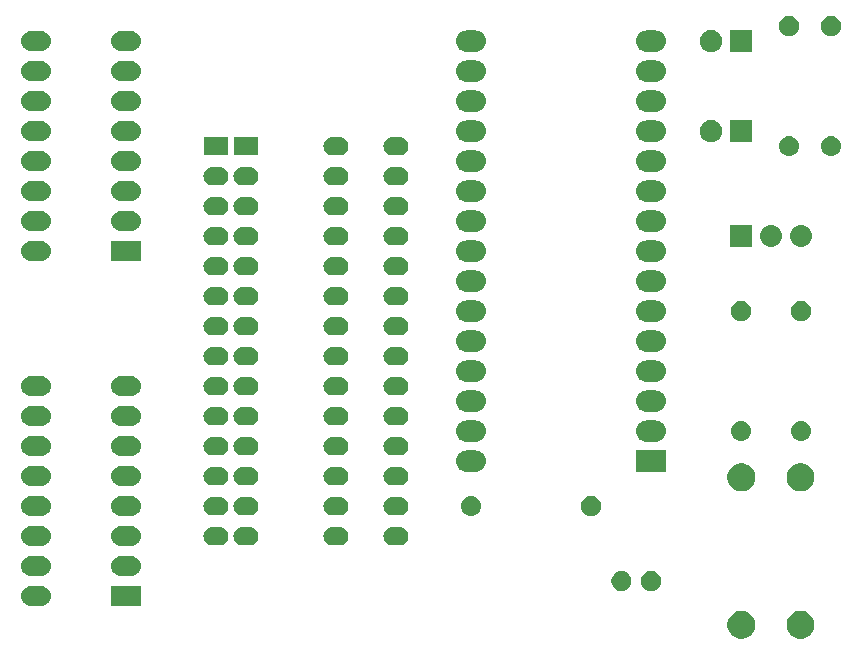
<source format=gts>
G04 #@! TF.GenerationSoftware,KiCad,Pcbnew,(5.1.0)-1*
G04 #@! TF.CreationDate,2019-04-18T19:04:38-04:00*
G04 #@! TF.ProjectId,f-ramune_arduino,662d7261-6d75-46e6-955f-61726475696e,rev?*
G04 #@! TF.SameCoordinates,Original*
G04 #@! TF.FileFunction,Soldermask,Top*
G04 #@! TF.FilePolarity,Negative*
%FSLAX46Y46*%
G04 Gerber Fmt 4.6, Leading zero omitted, Abs format (unit mm)*
G04 Created by KiCad (PCBNEW (5.1.0)-1) date 2019-04-18 19:04:38*
%MOMM*%
%LPD*%
G04 APERTURE LIST*
%ADD10C,0.100000*%
G04 APERTURE END LIST*
D10*
G36*
X185723873Y-127032688D02*
G01*
X185938822Y-127121723D01*
X186132265Y-127250977D01*
X186296783Y-127415495D01*
X186426037Y-127608938D01*
X186515072Y-127823887D01*
X186560460Y-128052070D01*
X186560460Y-128284730D01*
X186515072Y-128512913D01*
X186426037Y-128727862D01*
X186296783Y-128921305D01*
X186132265Y-129085823D01*
X185938822Y-129215077D01*
X185723873Y-129304112D01*
X185495690Y-129349500D01*
X185263030Y-129349500D01*
X185034847Y-129304112D01*
X184819898Y-129215077D01*
X184626455Y-129085823D01*
X184461937Y-128921305D01*
X184332683Y-128727862D01*
X184243648Y-128512913D01*
X184198260Y-128284730D01*
X184198260Y-128052070D01*
X184243648Y-127823887D01*
X184332683Y-127608938D01*
X184461937Y-127415495D01*
X184626455Y-127250977D01*
X184819898Y-127121723D01*
X185034847Y-127032688D01*
X185263030Y-126987300D01*
X185495690Y-126987300D01*
X185723873Y-127032688D01*
X185723873Y-127032688D01*
G37*
G36*
X180725153Y-127032688D02*
G01*
X180940102Y-127121723D01*
X181133545Y-127250977D01*
X181298063Y-127415495D01*
X181427317Y-127608938D01*
X181516352Y-127823887D01*
X181561740Y-128052070D01*
X181561740Y-128284730D01*
X181516352Y-128512913D01*
X181427317Y-128727862D01*
X181298063Y-128921305D01*
X181133545Y-129085823D01*
X180940102Y-129215077D01*
X180725153Y-129304112D01*
X180496970Y-129349500D01*
X180264310Y-129349500D01*
X180036127Y-129304112D01*
X179821178Y-129215077D01*
X179627735Y-129085823D01*
X179463217Y-128921305D01*
X179333963Y-128727862D01*
X179244928Y-128512913D01*
X179199540Y-128284730D01*
X179199540Y-128052070D01*
X179244928Y-127823887D01*
X179333963Y-127608938D01*
X179463217Y-127415495D01*
X179627735Y-127250977D01*
X179821178Y-127121723D01*
X180036127Y-127032688D01*
X180264310Y-126987300D01*
X180496970Y-126987300D01*
X180725153Y-127032688D01*
X180725153Y-127032688D01*
G37*
G36*
X121216823Y-124891313D02*
G01*
X121377242Y-124939976D01*
X121509906Y-125010886D01*
X121525078Y-125018996D01*
X121654659Y-125125341D01*
X121761004Y-125254922D01*
X121761005Y-125254924D01*
X121840024Y-125402758D01*
X121888687Y-125563177D01*
X121905117Y-125730000D01*
X121888687Y-125896823D01*
X121840024Y-126057242D01*
X121769114Y-126189906D01*
X121761004Y-126205078D01*
X121654659Y-126334659D01*
X121525078Y-126441004D01*
X121525076Y-126441005D01*
X121377242Y-126520024D01*
X121216823Y-126568687D01*
X121091804Y-126581000D01*
X120208196Y-126581000D01*
X120083177Y-126568687D01*
X119922758Y-126520024D01*
X119774924Y-126441005D01*
X119774922Y-126441004D01*
X119645341Y-126334659D01*
X119538996Y-126205078D01*
X119530886Y-126189906D01*
X119459976Y-126057242D01*
X119411313Y-125896823D01*
X119394883Y-125730000D01*
X119411313Y-125563177D01*
X119459976Y-125402758D01*
X119538995Y-125254924D01*
X119538996Y-125254922D01*
X119645341Y-125125341D01*
X119774922Y-125018996D01*
X119790094Y-125010886D01*
X119922758Y-124939976D01*
X120083177Y-124891313D01*
X120208196Y-124879000D01*
X121091804Y-124879000D01*
X121216823Y-124891313D01*
X121216823Y-124891313D01*
G37*
G36*
X129521000Y-126581000D02*
G01*
X127019000Y-126581000D01*
X127019000Y-124879000D01*
X129521000Y-124879000D01*
X129521000Y-126581000D01*
X129521000Y-126581000D01*
G37*
G36*
X172968228Y-123641703D02*
G01*
X173123100Y-123705853D01*
X173262481Y-123798985D01*
X173381015Y-123917519D01*
X173474147Y-124056900D01*
X173538297Y-124211772D01*
X173571000Y-124376184D01*
X173571000Y-124543816D01*
X173538297Y-124708228D01*
X173474147Y-124863100D01*
X173381015Y-125002481D01*
X173262481Y-125121015D01*
X173123100Y-125214147D01*
X172968228Y-125278297D01*
X172803816Y-125311000D01*
X172636184Y-125311000D01*
X172471772Y-125278297D01*
X172316900Y-125214147D01*
X172177519Y-125121015D01*
X172058985Y-125002481D01*
X171965853Y-124863100D01*
X171901703Y-124708228D01*
X171869000Y-124543816D01*
X171869000Y-124376184D01*
X171901703Y-124211772D01*
X171965853Y-124056900D01*
X172058985Y-123917519D01*
X172177519Y-123798985D01*
X172316900Y-123705853D01*
X172471772Y-123641703D01*
X172636184Y-123609000D01*
X172803816Y-123609000D01*
X172968228Y-123641703D01*
X172968228Y-123641703D01*
G37*
G36*
X170468228Y-123641703D02*
G01*
X170623100Y-123705853D01*
X170762481Y-123798985D01*
X170881015Y-123917519D01*
X170974147Y-124056900D01*
X171038297Y-124211772D01*
X171071000Y-124376184D01*
X171071000Y-124543816D01*
X171038297Y-124708228D01*
X170974147Y-124863100D01*
X170881015Y-125002481D01*
X170762481Y-125121015D01*
X170623100Y-125214147D01*
X170468228Y-125278297D01*
X170303816Y-125311000D01*
X170136184Y-125311000D01*
X169971772Y-125278297D01*
X169816900Y-125214147D01*
X169677519Y-125121015D01*
X169558985Y-125002481D01*
X169465853Y-124863100D01*
X169401703Y-124708228D01*
X169369000Y-124543816D01*
X169369000Y-124376184D01*
X169401703Y-124211772D01*
X169465853Y-124056900D01*
X169558985Y-123917519D01*
X169677519Y-123798985D01*
X169816900Y-123705853D01*
X169971772Y-123641703D01*
X170136184Y-123609000D01*
X170303816Y-123609000D01*
X170468228Y-123641703D01*
X170468228Y-123641703D01*
G37*
G36*
X128836823Y-122351313D02*
G01*
X128997242Y-122399976D01*
X129129906Y-122470886D01*
X129145078Y-122478996D01*
X129274659Y-122585341D01*
X129381004Y-122714922D01*
X129381005Y-122714924D01*
X129460024Y-122862758D01*
X129508687Y-123023177D01*
X129525117Y-123190000D01*
X129508687Y-123356823D01*
X129460024Y-123517242D01*
X129410978Y-123609000D01*
X129381004Y-123665078D01*
X129274659Y-123794659D01*
X129145078Y-123901004D01*
X129145076Y-123901005D01*
X128997242Y-123980024D01*
X128836823Y-124028687D01*
X128711804Y-124041000D01*
X127828196Y-124041000D01*
X127703177Y-124028687D01*
X127542758Y-123980024D01*
X127394924Y-123901005D01*
X127394922Y-123901004D01*
X127265341Y-123794659D01*
X127158996Y-123665078D01*
X127129022Y-123609000D01*
X127079976Y-123517242D01*
X127031313Y-123356823D01*
X127014883Y-123190000D01*
X127031313Y-123023177D01*
X127079976Y-122862758D01*
X127158995Y-122714924D01*
X127158996Y-122714922D01*
X127265341Y-122585341D01*
X127394922Y-122478996D01*
X127410094Y-122470886D01*
X127542758Y-122399976D01*
X127703177Y-122351313D01*
X127828196Y-122339000D01*
X128711804Y-122339000D01*
X128836823Y-122351313D01*
X128836823Y-122351313D01*
G37*
G36*
X121216823Y-122351313D02*
G01*
X121377242Y-122399976D01*
X121509906Y-122470886D01*
X121525078Y-122478996D01*
X121654659Y-122585341D01*
X121761004Y-122714922D01*
X121761005Y-122714924D01*
X121840024Y-122862758D01*
X121888687Y-123023177D01*
X121905117Y-123190000D01*
X121888687Y-123356823D01*
X121840024Y-123517242D01*
X121790978Y-123609000D01*
X121761004Y-123665078D01*
X121654659Y-123794659D01*
X121525078Y-123901004D01*
X121525076Y-123901005D01*
X121377242Y-123980024D01*
X121216823Y-124028687D01*
X121091804Y-124041000D01*
X120208196Y-124041000D01*
X120083177Y-124028687D01*
X119922758Y-123980024D01*
X119774924Y-123901005D01*
X119774922Y-123901004D01*
X119645341Y-123794659D01*
X119538996Y-123665078D01*
X119509022Y-123609000D01*
X119459976Y-123517242D01*
X119411313Y-123356823D01*
X119394883Y-123190000D01*
X119411313Y-123023177D01*
X119459976Y-122862758D01*
X119538995Y-122714924D01*
X119538996Y-122714922D01*
X119645341Y-122585341D01*
X119774922Y-122478996D01*
X119790094Y-122470886D01*
X119922758Y-122399976D01*
X120083177Y-122351313D01*
X120208196Y-122339000D01*
X121091804Y-122339000D01*
X121216823Y-122351313D01*
X121216823Y-122351313D01*
G37*
G36*
X121216823Y-119811313D02*
G01*
X121377242Y-119859976D01*
X121509906Y-119930886D01*
X121525078Y-119938996D01*
X121654659Y-120045341D01*
X121761004Y-120174922D01*
X121761005Y-120174924D01*
X121840024Y-120322758D01*
X121888687Y-120483177D01*
X121905117Y-120650000D01*
X121888687Y-120816823D01*
X121840024Y-120977242D01*
X121784876Y-121080416D01*
X121761004Y-121125078D01*
X121654659Y-121254659D01*
X121525078Y-121361004D01*
X121525076Y-121361005D01*
X121377242Y-121440024D01*
X121216823Y-121488687D01*
X121091804Y-121501000D01*
X120208196Y-121501000D01*
X120083177Y-121488687D01*
X119922758Y-121440024D01*
X119774924Y-121361005D01*
X119774922Y-121361004D01*
X119645341Y-121254659D01*
X119538996Y-121125078D01*
X119515124Y-121080416D01*
X119459976Y-120977242D01*
X119411313Y-120816823D01*
X119394883Y-120650000D01*
X119411313Y-120483177D01*
X119459976Y-120322758D01*
X119538995Y-120174924D01*
X119538996Y-120174922D01*
X119645341Y-120045341D01*
X119774922Y-119938996D01*
X119790094Y-119930886D01*
X119922758Y-119859976D01*
X120083177Y-119811313D01*
X120208196Y-119799000D01*
X121091804Y-119799000D01*
X121216823Y-119811313D01*
X121216823Y-119811313D01*
G37*
G36*
X128836823Y-119811313D02*
G01*
X128997242Y-119859976D01*
X129129906Y-119930886D01*
X129145078Y-119938996D01*
X129274659Y-120045341D01*
X129381004Y-120174922D01*
X129381005Y-120174924D01*
X129460024Y-120322758D01*
X129508687Y-120483177D01*
X129525117Y-120650000D01*
X129508687Y-120816823D01*
X129460024Y-120977242D01*
X129404876Y-121080416D01*
X129381004Y-121125078D01*
X129274659Y-121254659D01*
X129145078Y-121361004D01*
X129145076Y-121361005D01*
X128997242Y-121440024D01*
X128836823Y-121488687D01*
X128711804Y-121501000D01*
X127828196Y-121501000D01*
X127703177Y-121488687D01*
X127542758Y-121440024D01*
X127394924Y-121361005D01*
X127394922Y-121361004D01*
X127265341Y-121254659D01*
X127158996Y-121125078D01*
X127135124Y-121080416D01*
X127079976Y-120977242D01*
X127031313Y-120816823D01*
X127014883Y-120650000D01*
X127031313Y-120483177D01*
X127079976Y-120322758D01*
X127158995Y-120174924D01*
X127158996Y-120174922D01*
X127265341Y-120045341D01*
X127394922Y-119938996D01*
X127410094Y-119930886D01*
X127542758Y-119859976D01*
X127703177Y-119811313D01*
X127828196Y-119799000D01*
X128711804Y-119799000D01*
X128836823Y-119811313D01*
X128836823Y-119811313D01*
G37*
G36*
X146405629Y-119882719D02*
G01*
X146481142Y-119890156D01*
X146626476Y-119934243D01*
X146626479Y-119934244D01*
X146760416Y-120005835D01*
X146877817Y-120102183D01*
X146974165Y-120219584D01*
X147045756Y-120353521D01*
X147045757Y-120353524D01*
X147089844Y-120498858D01*
X147104730Y-120650000D01*
X147089844Y-120801142D01*
X147045757Y-120946476D01*
X147045756Y-120946479D01*
X146974165Y-121080416D01*
X146877817Y-121197817D01*
X146760416Y-121294165D01*
X146626479Y-121365756D01*
X146626476Y-121365757D01*
X146481142Y-121409844D01*
X146405629Y-121417281D01*
X146367873Y-121421000D01*
X145732127Y-121421000D01*
X145694371Y-121417281D01*
X145618858Y-121409844D01*
X145473524Y-121365757D01*
X145473521Y-121365756D01*
X145339584Y-121294165D01*
X145222183Y-121197817D01*
X145125835Y-121080416D01*
X145054244Y-120946479D01*
X145054243Y-120946476D01*
X145010156Y-120801142D01*
X144995270Y-120650000D01*
X145010156Y-120498858D01*
X145054243Y-120353524D01*
X145054244Y-120353521D01*
X145125835Y-120219584D01*
X145222183Y-120102183D01*
X145339584Y-120005835D01*
X145473521Y-119934244D01*
X145473524Y-119934243D01*
X145618858Y-119890156D01*
X145694371Y-119882719D01*
X145732127Y-119879000D01*
X146367873Y-119879000D01*
X146405629Y-119882719D01*
X146405629Y-119882719D01*
G37*
G36*
X151485629Y-119882719D02*
G01*
X151561142Y-119890156D01*
X151706476Y-119934243D01*
X151706479Y-119934244D01*
X151840416Y-120005835D01*
X151957817Y-120102183D01*
X152054165Y-120219584D01*
X152125756Y-120353521D01*
X152125757Y-120353524D01*
X152169844Y-120498858D01*
X152184730Y-120650000D01*
X152169844Y-120801142D01*
X152125757Y-120946476D01*
X152125756Y-120946479D01*
X152054165Y-121080416D01*
X151957817Y-121197817D01*
X151840416Y-121294165D01*
X151706479Y-121365756D01*
X151706476Y-121365757D01*
X151561142Y-121409844D01*
X151485629Y-121417281D01*
X151447873Y-121421000D01*
X150812127Y-121421000D01*
X150774371Y-121417281D01*
X150698858Y-121409844D01*
X150553524Y-121365757D01*
X150553521Y-121365756D01*
X150419584Y-121294165D01*
X150302183Y-121197817D01*
X150205835Y-121080416D01*
X150134244Y-120946479D01*
X150134243Y-120946476D01*
X150090156Y-120801142D01*
X150075270Y-120650000D01*
X150090156Y-120498858D01*
X150134243Y-120353524D01*
X150134244Y-120353521D01*
X150205835Y-120219584D01*
X150302183Y-120102183D01*
X150419584Y-120005835D01*
X150553521Y-119934244D01*
X150553524Y-119934243D01*
X150698858Y-119890156D01*
X150774371Y-119882719D01*
X150812127Y-119879000D01*
X151447873Y-119879000D01*
X151485629Y-119882719D01*
X151485629Y-119882719D01*
G37*
G36*
X136245629Y-119882719D02*
G01*
X136321142Y-119890156D01*
X136466476Y-119934243D01*
X136466479Y-119934244D01*
X136600416Y-120005835D01*
X136717817Y-120102183D01*
X136814165Y-120219584D01*
X136885756Y-120353521D01*
X136885757Y-120353524D01*
X136929844Y-120498858D01*
X136944730Y-120650000D01*
X136929844Y-120801142D01*
X136885757Y-120946476D01*
X136885756Y-120946479D01*
X136814165Y-121080416D01*
X136717817Y-121197817D01*
X136600416Y-121294165D01*
X136466479Y-121365756D01*
X136466476Y-121365757D01*
X136321142Y-121409844D01*
X136245629Y-121417281D01*
X136207873Y-121421000D01*
X135572127Y-121421000D01*
X135534371Y-121417281D01*
X135458858Y-121409844D01*
X135313524Y-121365757D01*
X135313521Y-121365756D01*
X135179584Y-121294165D01*
X135062183Y-121197817D01*
X134965835Y-121080416D01*
X134894244Y-120946479D01*
X134894243Y-120946476D01*
X134850156Y-120801142D01*
X134835270Y-120650000D01*
X134850156Y-120498858D01*
X134894243Y-120353524D01*
X134894244Y-120353521D01*
X134965835Y-120219584D01*
X135062183Y-120102183D01*
X135179584Y-120005835D01*
X135313521Y-119934244D01*
X135313524Y-119934243D01*
X135458858Y-119890156D01*
X135534371Y-119882719D01*
X135572127Y-119879000D01*
X136207873Y-119879000D01*
X136245629Y-119882719D01*
X136245629Y-119882719D01*
G37*
G36*
X138785629Y-119882719D02*
G01*
X138861142Y-119890156D01*
X139006476Y-119934243D01*
X139006479Y-119934244D01*
X139140416Y-120005835D01*
X139257817Y-120102183D01*
X139354165Y-120219584D01*
X139425756Y-120353521D01*
X139425757Y-120353524D01*
X139469844Y-120498858D01*
X139484730Y-120650000D01*
X139469844Y-120801142D01*
X139425757Y-120946476D01*
X139425756Y-120946479D01*
X139354165Y-121080416D01*
X139257817Y-121197817D01*
X139140416Y-121294165D01*
X139006479Y-121365756D01*
X139006476Y-121365757D01*
X138861142Y-121409844D01*
X138785629Y-121417281D01*
X138747873Y-121421000D01*
X138112127Y-121421000D01*
X138074371Y-121417281D01*
X137998858Y-121409844D01*
X137853524Y-121365757D01*
X137853521Y-121365756D01*
X137719584Y-121294165D01*
X137602183Y-121197817D01*
X137505835Y-121080416D01*
X137434244Y-120946479D01*
X137434243Y-120946476D01*
X137390156Y-120801142D01*
X137375270Y-120650000D01*
X137390156Y-120498858D01*
X137434243Y-120353524D01*
X137434244Y-120353521D01*
X137505835Y-120219584D01*
X137602183Y-120102183D01*
X137719584Y-120005835D01*
X137853521Y-119934244D01*
X137853524Y-119934243D01*
X137998858Y-119890156D01*
X138074371Y-119882719D01*
X138112127Y-119879000D01*
X138747873Y-119879000D01*
X138785629Y-119882719D01*
X138785629Y-119882719D01*
G37*
G36*
X121216823Y-117271313D02*
G01*
X121377242Y-117319976D01*
X121444361Y-117355852D01*
X121525078Y-117398996D01*
X121654659Y-117505341D01*
X121761004Y-117634922D01*
X121761005Y-117634924D01*
X121840024Y-117782758D01*
X121888687Y-117943177D01*
X121905117Y-118110000D01*
X121888687Y-118276823D01*
X121840024Y-118437242D01*
X121799477Y-118513100D01*
X121761004Y-118585078D01*
X121654659Y-118714659D01*
X121525078Y-118821004D01*
X121525076Y-118821005D01*
X121377242Y-118900024D01*
X121216823Y-118948687D01*
X121091804Y-118961000D01*
X120208196Y-118961000D01*
X120083177Y-118948687D01*
X119922758Y-118900024D01*
X119774924Y-118821005D01*
X119774922Y-118821004D01*
X119645341Y-118714659D01*
X119538996Y-118585078D01*
X119500523Y-118513100D01*
X119459976Y-118437242D01*
X119411313Y-118276823D01*
X119394883Y-118110000D01*
X119411313Y-117943177D01*
X119459976Y-117782758D01*
X119538995Y-117634924D01*
X119538996Y-117634922D01*
X119645341Y-117505341D01*
X119774922Y-117398996D01*
X119855639Y-117355852D01*
X119922758Y-117319976D01*
X120083177Y-117271313D01*
X120208196Y-117259000D01*
X121091804Y-117259000D01*
X121216823Y-117271313D01*
X121216823Y-117271313D01*
G37*
G36*
X128836823Y-117271313D02*
G01*
X128997242Y-117319976D01*
X129064361Y-117355852D01*
X129145078Y-117398996D01*
X129274659Y-117505341D01*
X129381004Y-117634922D01*
X129381005Y-117634924D01*
X129460024Y-117782758D01*
X129508687Y-117943177D01*
X129525117Y-118110000D01*
X129508687Y-118276823D01*
X129460024Y-118437242D01*
X129419477Y-118513100D01*
X129381004Y-118585078D01*
X129274659Y-118714659D01*
X129145078Y-118821004D01*
X129145076Y-118821005D01*
X128997242Y-118900024D01*
X128836823Y-118948687D01*
X128711804Y-118961000D01*
X127828196Y-118961000D01*
X127703177Y-118948687D01*
X127542758Y-118900024D01*
X127394924Y-118821005D01*
X127394922Y-118821004D01*
X127265341Y-118714659D01*
X127158996Y-118585078D01*
X127120523Y-118513100D01*
X127079976Y-118437242D01*
X127031313Y-118276823D01*
X127014883Y-118110000D01*
X127031313Y-117943177D01*
X127079976Y-117782758D01*
X127158995Y-117634924D01*
X127158996Y-117634922D01*
X127265341Y-117505341D01*
X127394922Y-117398996D01*
X127475639Y-117355852D01*
X127542758Y-117319976D01*
X127703177Y-117271313D01*
X127828196Y-117259000D01*
X128711804Y-117259000D01*
X128836823Y-117271313D01*
X128836823Y-117271313D01*
G37*
G36*
X157646823Y-117271313D02*
G01*
X157807242Y-117319976D01*
X157874361Y-117355852D01*
X157955078Y-117398996D01*
X158084659Y-117505341D01*
X158191004Y-117634922D01*
X158191005Y-117634924D01*
X158270024Y-117782758D01*
X158318687Y-117943177D01*
X158335117Y-118110000D01*
X158318687Y-118276823D01*
X158270024Y-118437242D01*
X158229477Y-118513100D01*
X158191004Y-118585078D01*
X158084659Y-118714659D01*
X157955078Y-118821004D01*
X157955076Y-118821005D01*
X157807242Y-118900024D01*
X157646823Y-118948687D01*
X157521804Y-118961000D01*
X157438196Y-118961000D01*
X157313177Y-118948687D01*
X157152758Y-118900024D01*
X157004924Y-118821005D01*
X157004922Y-118821004D01*
X156875341Y-118714659D01*
X156768996Y-118585078D01*
X156730523Y-118513100D01*
X156689976Y-118437242D01*
X156641313Y-118276823D01*
X156624883Y-118110000D01*
X156641313Y-117943177D01*
X156689976Y-117782758D01*
X156768995Y-117634924D01*
X156768996Y-117634922D01*
X156875341Y-117505341D01*
X157004922Y-117398996D01*
X157085639Y-117355852D01*
X157152758Y-117319976D01*
X157313177Y-117271313D01*
X157438196Y-117259000D01*
X157521804Y-117259000D01*
X157646823Y-117271313D01*
X157646823Y-117271313D01*
G37*
G36*
X167888228Y-117291703D02*
G01*
X168043100Y-117355853D01*
X168182481Y-117448985D01*
X168301015Y-117567519D01*
X168394147Y-117706900D01*
X168458297Y-117861772D01*
X168491000Y-118026184D01*
X168491000Y-118193816D01*
X168458297Y-118358228D01*
X168394147Y-118513100D01*
X168301015Y-118652481D01*
X168182481Y-118771015D01*
X168043100Y-118864147D01*
X167888228Y-118928297D01*
X167723816Y-118961000D01*
X167556184Y-118961000D01*
X167391772Y-118928297D01*
X167236900Y-118864147D01*
X167097519Y-118771015D01*
X166978985Y-118652481D01*
X166885853Y-118513100D01*
X166821703Y-118358228D01*
X166789000Y-118193816D01*
X166789000Y-118026184D01*
X166821703Y-117861772D01*
X166885853Y-117706900D01*
X166978985Y-117567519D01*
X167097519Y-117448985D01*
X167236900Y-117355853D01*
X167391772Y-117291703D01*
X167556184Y-117259000D01*
X167723816Y-117259000D01*
X167888228Y-117291703D01*
X167888228Y-117291703D01*
G37*
G36*
X138785629Y-117342719D02*
G01*
X138861142Y-117350156D01*
X139006476Y-117394243D01*
X139006479Y-117394244D01*
X139140416Y-117465835D01*
X139257817Y-117562183D01*
X139354165Y-117679584D01*
X139425756Y-117813521D01*
X139425757Y-117813524D01*
X139469844Y-117958858D01*
X139484730Y-118110000D01*
X139469844Y-118261142D01*
X139425757Y-118406476D01*
X139425756Y-118406479D01*
X139354165Y-118540416D01*
X139257817Y-118657817D01*
X139140416Y-118754165D01*
X139006479Y-118825756D01*
X139006476Y-118825757D01*
X138861142Y-118869844D01*
X138785629Y-118877281D01*
X138747873Y-118881000D01*
X138112127Y-118881000D01*
X138074371Y-118877281D01*
X137998858Y-118869844D01*
X137853524Y-118825757D01*
X137853521Y-118825756D01*
X137719584Y-118754165D01*
X137602183Y-118657817D01*
X137505835Y-118540416D01*
X137434244Y-118406479D01*
X137434243Y-118406476D01*
X137390156Y-118261142D01*
X137375270Y-118110000D01*
X137390156Y-117958858D01*
X137434243Y-117813524D01*
X137434244Y-117813521D01*
X137505835Y-117679584D01*
X137602183Y-117562183D01*
X137719584Y-117465835D01*
X137853521Y-117394244D01*
X137853524Y-117394243D01*
X137998858Y-117350156D01*
X138074371Y-117342719D01*
X138112127Y-117339000D01*
X138747873Y-117339000D01*
X138785629Y-117342719D01*
X138785629Y-117342719D01*
G37*
G36*
X151485629Y-117342719D02*
G01*
X151561142Y-117350156D01*
X151706476Y-117394243D01*
X151706479Y-117394244D01*
X151840416Y-117465835D01*
X151957817Y-117562183D01*
X152054165Y-117679584D01*
X152125756Y-117813521D01*
X152125757Y-117813524D01*
X152169844Y-117958858D01*
X152184730Y-118110000D01*
X152169844Y-118261142D01*
X152125757Y-118406476D01*
X152125756Y-118406479D01*
X152054165Y-118540416D01*
X151957817Y-118657817D01*
X151840416Y-118754165D01*
X151706479Y-118825756D01*
X151706476Y-118825757D01*
X151561142Y-118869844D01*
X151485629Y-118877281D01*
X151447873Y-118881000D01*
X150812127Y-118881000D01*
X150774371Y-118877281D01*
X150698858Y-118869844D01*
X150553524Y-118825757D01*
X150553521Y-118825756D01*
X150419584Y-118754165D01*
X150302183Y-118657817D01*
X150205835Y-118540416D01*
X150134244Y-118406479D01*
X150134243Y-118406476D01*
X150090156Y-118261142D01*
X150075270Y-118110000D01*
X150090156Y-117958858D01*
X150134243Y-117813524D01*
X150134244Y-117813521D01*
X150205835Y-117679584D01*
X150302183Y-117562183D01*
X150419584Y-117465835D01*
X150553521Y-117394244D01*
X150553524Y-117394243D01*
X150698858Y-117350156D01*
X150774371Y-117342719D01*
X150812127Y-117339000D01*
X151447873Y-117339000D01*
X151485629Y-117342719D01*
X151485629Y-117342719D01*
G37*
G36*
X136245629Y-117342719D02*
G01*
X136321142Y-117350156D01*
X136466476Y-117394243D01*
X136466479Y-117394244D01*
X136600416Y-117465835D01*
X136717817Y-117562183D01*
X136814165Y-117679584D01*
X136885756Y-117813521D01*
X136885757Y-117813524D01*
X136929844Y-117958858D01*
X136944730Y-118110000D01*
X136929844Y-118261142D01*
X136885757Y-118406476D01*
X136885756Y-118406479D01*
X136814165Y-118540416D01*
X136717817Y-118657817D01*
X136600416Y-118754165D01*
X136466479Y-118825756D01*
X136466476Y-118825757D01*
X136321142Y-118869844D01*
X136245629Y-118877281D01*
X136207873Y-118881000D01*
X135572127Y-118881000D01*
X135534371Y-118877281D01*
X135458858Y-118869844D01*
X135313524Y-118825757D01*
X135313521Y-118825756D01*
X135179584Y-118754165D01*
X135062183Y-118657817D01*
X134965835Y-118540416D01*
X134894244Y-118406479D01*
X134894243Y-118406476D01*
X134850156Y-118261142D01*
X134835270Y-118110000D01*
X134850156Y-117958858D01*
X134894243Y-117813524D01*
X134894244Y-117813521D01*
X134965835Y-117679584D01*
X135062183Y-117562183D01*
X135179584Y-117465835D01*
X135313521Y-117394244D01*
X135313524Y-117394243D01*
X135458858Y-117350156D01*
X135534371Y-117342719D01*
X135572127Y-117339000D01*
X136207873Y-117339000D01*
X136245629Y-117342719D01*
X136245629Y-117342719D01*
G37*
G36*
X146405629Y-117342719D02*
G01*
X146481142Y-117350156D01*
X146626476Y-117394243D01*
X146626479Y-117394244D01*
X146760416Y-117465835D01*
X146877817Y-117562183D01*
X146974165Y-117679584D01*
X147045756Y-117813521D01*
X147045757Y-117813524D01*
X147089844Y-117958858D01*
X147104730Y-118110000D01*
X147089844Y-118261142D01*
X147045757Y-118406476D01*
X147045756Y-118406479D01*
X146974165Y-118540416D01*
X146877817Y-118657817D01*
X146760416Y-118754165D01*
X146626479Y-118825756D01*
X146626476Y-118825757D01*
X146481142Y-118869844D01*
X146405629Y-118877281D01*
X146367873Y-118881000D01*
X145732127Y-118881000D01*
X145694371Y-118877281D01*
X145618858Y-118869844D01*
X145473524Y-118825757D01*
X145473521Y-118825756D01*
X145339584Y-118754165D01*
X145222183Y-118657817D01*
X145125835Y-118540416D01*
X145054244Y-118406479D01*
X145054243Y-118406476D01*
X145010156Y-118261142D01*
X144995270Y-118110000D01*
X145010156Y-117958858D01*
X145054243Y-117813524D01*
X145054244Y-117813521D01*
X145125835Y-117679584D01*
X145222183Y-117562183D01*
X145339584Y-117465835D01*
X145473521Y-117394244D01*
X145473524Y-117394243D01*
X145618858Y-117350156D01*
X145694371Y-117342719D01*
X145732127Y-117339000D01*
X146367873Y-117339000D01*
X146405629Y-117342719D01*
X146405629Y-117342719D01*
G37*
G36*
X185723873Y-114535888D02*
G01*
X185938822Y-114624923D01*
X186132265Y-114754177D01*
X186296783Y-114918695D01*
X186426037Y-115112138D01*
X186515072Y-115327087D01*
X186560460Y-115555270D01*
X186560460Y-115787930D01*
X186515072Y-116016113D01*
X186426037Y-116231062D01*
X186296783Y-116424505D01*
X186132265Y-116589023D01*
X185938822Y-116718277D01*
X185723873Y-116807312D01*
X185495690Y-116852700D01*
X185263030Y-116852700D01*
X185034847Y-116807312D01*
X184819898Y-116718277D01*
X184626455Y-116589023D01*
X184461937Y-116424505D01*
X184332683Y-116231062D01*
X184243648Y-116016113D01*
X184198260Y-115787930D01*
X184198260Y-115555270D01*
X184243648Y-115327087D01*
X184332683Y-115112138D01*
X184461937Y-114918695D01*
X184626455Y-114754177D01*
X184819898Y-114624923D01*
X185034847Y-114535888D01*
X185263030Y-114490500D01*
X185495690Y-114490500D01*
X185723873Y-114535888D01*
X185723873Y-114535888D01*
G37*
G36*
X180725153Y-114535888D02*
G01*
X180940102Y-114624923D01*
X181133545Y-114754177D01*
X181298063Y-114918695D01*
X181427317Y-115112138D01*
X181516352Y-115327087D01*
X181561740Y-115555270D01*
X181561740Y-115787930D01*
X181516352Y-116016113D01*
X181427317Y-116231062D01*
X181298063Y-116424505D01*
X181133545Y-116589023D01*
X180940102Y-116718277D01*
X180725153Y-116807312D01*
X180496970Y-116852700D01*
X180264310Y-116852700D01*
X180036127Y-116807312D01*
X179821178Y-116718277D01*
X179627735Y-116589023D01*
X179463217Y-116424505D01*
X179333963Y-116231062D01*
X179244928Y-116016113D01*
X179199540Y-115787930D01*
X179199540Y-115555270D01*
X179244928Y-115327087D01*
X179333963Y-115112138D01*
X179463217Y-114918695D01*
X179627735Y-114754177D01*
X179821178Y-114624923D01*
X180036127Y-114535888D01*
X180264310Y-114490500D01*
X180496970Y-114490500D01*
X180725153Y-114535888D01*
X180725153Y-114535888D01*
G37*
G36*
X128836823Y-114731313D02*
G01*
X128997242Y-114779976D01*
X129129906Y-114850886D01*
X129145078Y-114858996D01*
X129274659Y-114965341D01*
X129381004Y-115094922D01*
X129381005Y-115094924D01*
X129460024Y-115242758D01*
X129508687Y-115403177D01*
X129525117Y-115570000D01*
X129508687Y-115736823D01*
X129460024Y-115897242D01*
X129389114Y-116029906D01*
X129381004Y-116045078D01*
X129274659Y-116174659D01*
X129145078Y-116281004D01*
X129145076Y-116281005D01*
X128997242Y-116360024D01*
X128836823Y-116408687D01*
X128711804Y-116421000D01*
X127828196Y-116421000D01*
X127703177Y-116408687D01*
X127542758Y-116360024D01*
X127394924Y-116281005D01*
X127394922Y-116281004D01*
X127265341Y-116174659D01*
X127158996Y-116045078D01*
X127150886Y-116029906D01*
X127079976Y-115897242D01*
X127031313Y-115736823D01*
X127014883Y-115570000D01*
X127031313Y-115403177D01*
X127079976Y-115242758D01*
X127158995Y-115094924D01*
X127158996Y-115094922D01*
X127265341Y-114965341D01*
X127394922Y-114858996D01*
X127410094Y-114850886D01*
X127542758Y-114779976D01*
X127703177Y-114731313D01*
X127828196Y-114719000D01*
X128711804Y-114719000D01*
X128836823Y-114731313D01*
X128836823Y-114731313D01*
G37*
G36*
X121216823Y-114731313D02*
G01*
X121377242Y-114779976D01*
X121509906Y-114850886D01*
X121525078Y-114858996D01*
X121654659Y-114965341D01*
X121761004Y-115094922D01*
X121761005Y-115094924D01*
X121840024Y-115242758D01*
X121888687Y-115403177D01*
X121905117Y-115570000D01*
X121888687Y-115736823D01*
X121840024Y-115897242D01*
X121769114Y-116029906D01*
X121761004Y-116045078D01*
X121654659Y-116174659D01*
X121525078Y-116281004D01*
X121525076Y-116281005D01*
X121377242Y-116360024D01*
X121216823Y-116408687D01*
X121091804Y-116421000D01*
X120208196Y-116421000D01*
X120083177Y-116408687D01*
X119922758Y-116360024D01*
X119774924Y-116281005D01*
X119774922Y-116281004D01*
X119645341Y-116174659D01*
X119538996Y-116045078D01*
X119530886Y-116029906D01*
X119459976Y-115897242D01*
X119411313Y-115736823D01*
X119394883Y-115570000D01*
X119411313Y-115403177D01*
X119459976Y-115242758D01*
X119538995Y-115094924D01*
X119538996Y-115094922D01*
X119645341Y-114965341D01*
X119774922Y-114858996D01*
X119790094Y-114850886D01*
X119922758Y-114779976D01*
X120083177Y-114731313D01*
X120208196Y-114719000D01*
X121091804Y-114719000D01*
X121216823Y-114731313D01*
X121216823Y-114731313D01*
G37*
G36*
X136245629Y-114802719D02*
G01*
X136321142Y-114810156D01*
X136466476Y-114854243D01*
X136466479Y-114854244D01*
X136600416Y-114925835D01*
X136717817Y-115022183D01*
X136814165Y-115139584D01*
X136885756Y-115273521D01*
X136885757Y-115273524D01*
X136929844Y-115418858D01*
X136944730Y-115570000D01*
X136929844Y-115721142D01*
X136909584Y-115787928D01*
X136885756Y-115866479D01*
X136814165Y-116000416D01*
X136717817Y-116117817D01*
X136600416Y-116214165D01*
X136466479Y-116285756D01*
X136466476Y-116285757D01*
X136321142Y-116329844D01*
X136245629Y-116337281D01*
X136207873Y-116341000D01*
X135572127Y-116341000D01*
X135534371Y-116337281D01*
X135458858Y-116329844D01*
X135313524Y-116285757D01*
X135313521Y-116285756D01*
X135179584Y-116214165D01*
X135062183Y-116117817D01*
X134965835Y-116000416D01*
X134894244Y-115866479D01*
X134870416Y-115787928D01*
X134850156Y-115721142D01*
X134835270Y-115570000D01*
X134850156Y-115418858D01*
X134894243Y-115273524D01*
X134894244Y-115273521D01*
X134965835Y-115139584D01*
X135062183Y-115022183D01*
X135179584Y-114925835D01*
X135313521Y-114854244D01*
X135313524Y-114854243D01*
X135458858Y-114810156D01*
X135534371Y-114802719D01*
X135572127Y-114799000D01*
X136207873Y-114799000D01*
X136245629Y-114802719D01*
X136245629Y-114802719D01*
G37*
G36*
X151485629Y-114802719D02*
G01*
X151561142Y-114810156D01*
X151706476Y-114854243D01*
X151706479Y-114854244D01*
X151840416Y-114925835D01*
X151957817Y-115022183D01*
X152054165Y-115139584D01*
X152125756Y-115273521D01*
X152125757Y-115273524D01*
X152169844Y-115418858D01*
X152184730Y-115570000D01*
X152169844Y-115721142D01*
X152149584Y-115787928D01*
X152125756Y-115866479D01*
X152054165Y-116000416D01*
X151957817Y-116117817D01*
X151840416Y-116214165D01*
X151706479Y-116285756D01*
X151706476Y-116285757D01*
X151561142Y-116329844D01*
X151485629Y-116337281D01*
X151447873Y-116341000D01*
X150812127Y-116341000D01*
X150774371Y-116337281D01*
X150698858Y-116329844D01*
X150553524Y-116285757D01*
X150553521Y-116285756D01*
X150419584Y-116214165D01*
X150302183Y-116117817D01*
X150205835Y-116000416D01*
X150134244Y-115866479D01*
X150110416Y-115787928D01*
X150090156Y-115721142D01*
X150075270Y-115570000D01*
X150090156Y-115418858D01*
X150134243Y-115273524D01*
X150134244Y-115273521D01*
X150205835Y-115139584D01*
X150302183Y-115022183D01*
X150419584Y-114925835D01*
X150553521Y-114854244D01*
X150553524Y-114854243D01*
X150698858Y-114810156D01*
X150774371Y-114802719D01*
X150812127Y-114799000D01*
X151447873Y-114799000D01*
X151485629Y-114802719D01*
X151485629Y-114802719D01*
G37*
G36*
X146405629Y-114802719D02*
G01*
X146481142Y-114810156D01*
X146626476Y-114854243D01*
X146626479Y-114854244D01*
X146760416Y-114925835D01*
X146877817Y-115022183D01*
X146974165Y-115139584D01*
X147045756Y-115273521D01*
X147045757Y-115273524D01*
X147089844Y-115418858D01*
X147104730Y-115570000D01*
X147089844Y-115721142D01*
X147069584Y-115787928D01*
X147045756Y-115866479D01*
X146974165Y-116000416D01*
X146877817Y-116117817D01*
X146760416Y-116214165D01*
X146626479Y-116285756D01*
X146626476Y-116285757D01*
X146481142Y-116329844D01*
X146405629Y-116337281D01*
X146367873Y-116341000D01*
X145732127Y-116341000D01*
X145694371Y-116337281D01*
X145618858Y-116329844D01*
X145473524Y-116285757D01*
X145473521Y-116285756D01*
X145339584Y-116214165D01*
X145222183Y-116117817D01*
X145125835Y-116000416D01*
X145054244Y-115866479D01*
X145030416Y-115787928D01*
X145010156Y-115721142D01*
X144995270Y-115570000D01*
X145010156Y-115418858D01*
X145054243Y-115273524D01*
X145054244Y-115273521D01*
X145125835Y-115139584D01*
X145222183Y-115022183D01*
X145339584Y-114925835D01*
X145473521Y-114854244D01*
X145473524Y-114854243D01*
X145618858Y-114810156D01*
X145694371Y-114802719D01*
X145732127Y-114799000D01*
X146367873Y-114799000D01*
X146405629Y-114802719D01*
X146405629Y-114802719D01*
G37*
G36*
X138785629Y-114802719D02*
G01*
X138861142Y-114810156D01*
X139006476Y-114854243D01*
X139006479Y-114854244D01*
X139140416Y-114925835D01*
X139257817Y-115022183D01*
X139354165Y-115139584D01*
X139425756Y-115273521D01*
X139425757Y-115273524D01*
X139469844Y-115418858D01*
X139484730Y-115570000D01*
X139469844Y-115721142D01*
X139449584Y-115787928D01*
X139425756Y-115866479D01*
X139354165Y-116000416D01*
X139257817Y-116117817D01*
X139140416Y-116214165D01*
X139006479Y-116285756D01*
X139006476Y-116285757D01*
X138861142Y-116329844D01*
X138785629Y-116337281D01*
X138747873Y-116341000D01*
X138112127Y-116341000D01*
X138074371Y-116337281D01*
X137998858Y-116329844D01*
X137853524Y-116285757D01*
X137853521Y-116285756D01*
X137719584Y-116214165D01*
X137602183Y-116117817D01*
X137505835Y-116000416D01*
X137434244Y-115866479D01*
X137410416Y-115787928D01*
X137390156Y-115721142D01*
X137375270Y-115570000D01*
X137390156Y-115418858D01*
X137434243Y-115273524D01*
X137434244Y-115273521D01*
X137505835Y-115139584D01*
X137602183Y-115022183D01*
X137719584Y-114925835D01*
X137853521Y-114854244D01*
X137853524Y-114854243D01*
X137998858Y-114810156D01*
X138074371Y-114802719D01*
X138112127Y-114799000D01*
X138747873Y-114799000D01*
X138785629Y-114802719D01*
X138785629Y-114802719D01*
G37*
G36*
X157940443Y-113405519D02*
G01*
X158006627Y-113412037D01*
X158176466Y-113463557D01*
X158332991Y-113547222D01*
X158368729Y-113576552D01*
X158470186Y-113659814D01*
X158553448Y-113761271D01*
X158582778Y-113797009D01*
X158666443Y-113953534D01*
X158717963Y-114123373D01*
X158735359Y-114300000D01*
X158717963Y-114476627D01*
X158666443Y-114646466D01*
X158582778Y-114802991D01*
X158553448Y-114838729D01*
X158470186Y-114940186D01*
X158370271Y-115022183D01*
X158332991Y-115052778D01*
X158176466Y-115136443D01*
X158006627Y-115187963D01*
X157940442Y-115194482D01*
X157874260Y-115201000D01*
X157085740Y-115201000D01*
X157019558Y-115194482D01*
X156953373Y-115187963D01*
X156783534Y-115136443D01*
X156627009Y-115052778D01*
X156589729Y-115022183D01*
X156489814Y-114940186D01*
X156406552Y-114838729D01*
X156377222Y-114802991D01*
X156293557Y-114646466D01*
X156242037Y-114476627D01*
X156224641Y-114300000D01*
X156242037Y-114123373D01*
X156293557Y-113953534D01*
X156377222Y-113797009D01*
X156406552Y-113761271D01*
X156489814Y-113659814D01*
X156591271Y-113576552D01*
X156627009Y-113547222D01*
X156783534Y-113463557D01*
X156953373Y-113412037D01*
X157019557Y-113405519D01*
X157085740Y-113399000D01*
X157874260Y-113399000D01*
X157940443Y-113405519D01*
X157940443Y-113405519D01*
G37*
G36*
X173971000Y-115201000D02*
G01*
X171469000Y-115201000D01*
X171469000Y-113399000D01*
X173971000Y-113399000D01*
X173971000Y-115201000D01*
X173971000Y-115201000D01*
G37*
G36*
X121216823Y-112191313D02*
G01*
X121377242Y-112239976D01*
X121509906Y-112310886D01*
X121525078Y-112318996D01*
X121654659Y-112425341D01*
X121761004Y-112554922D01*
X121761005Y-112554924D01*
X121840024Y-112702758D01*
X121888687Y-112863177D01*
X121905117Y-113030000D01*
X121888687Y-113196823D01*
X121840024Y-113357242D01*
X121810735Y-113412037D01*
X121761004Y-113505078D01*
X121654659Y-113634659D01*
X121525078Y-113741004D01*
X121525076Y-113741005D01*
X121377242Y-113820024D01*
X121216823Y-113868687D01*
X121091804Y-113881000D01*
X120208196Y-113881000D01*
X120083177Y-113868687D01*
X119922758Y-113820024D01*
X119774924Y-113741005D01*
X119774922Y-113741004D01*
X119645341Y-113634659D01*
X119538996Y-113505078D01*
X119489265Y-113412037D01*
X119459976Y-113357242D01*
X119411313Y-113196823D01*
X119394883Y-113030000D01*
X119411313Y-112863177D01*
X119459976Y-112702758D01*
X119538995Y-112554924D01*
X119538996Y-112554922D01*
X119645341Y-112425341D01*
X119774922Y-112318996D01*
X119790094Y-112310886D01*
X119922758Y-112239976D01*
X120083177Y-112191313D01*
X120208196Y-112179000D01*
X121091804Y-112179000D01*
X121216823Y-112191313D01*
X121216823Y-112191313D01*
G37*
G36*
X128836823Y-112191313D02*
G01*
X128997242Y-112239976D01*
X129129906Y-112310886D01*
X129145078Y-112318996D01*
X129274659Y-112425341D01*
X129381004Y-112554922D01*
X129381005Y-112554924D01*
X129460024Y-112702758D01*
X129508687Y-112863177D01*
X129525117Y-113030000D01*
X129508687Y-113196823D01*
X129460024Y-113357242D01*
X129430735Y-113412037D01*
X129381004Y-113505078D01*
X129274659Y-113634659D01*
X129145078Y-113741004D01*
X129145076Y-113741005D01*
X128997242Y-113820024D01*
X128836823Y-113868687D01*
X128711804Y-113881000D01*
X127828196Y-113881000D01*
X127703177Y-113868687D01*
X127542758Y-113820024D01*
X127394924Y-113741005D01*
X127394922Y-113741004D01*
X127265341Y-113634659D01*
X127158996Y-113505078D01*
X127109265Y-113412037D01*
X127079976Y-113357242D01*
X127031313Y-113196823D01*
X127014883Y-113030000D01*
X127031313Y-112863177D01*
X127079976Y-112702758D01*
X127158995Y-112554924D01*
X127158996Y-112554922D01*
X127265341Y-112425341D01*
X127394922Y-112318996D01*
X127410094Y-112310886D01*
X127542758Y-112239976D01*
X127703177Y-112191313D01*
X127828196Y-112179000D01*
X128711804Y-112179000D01*
X128836823Y-112191313D01*
X128836823Y-112191313D01*
G37*
G36*
X146405629Y-112262719D02*
G01*
X146481142Y-112270156D01*
X146626476Y-112314243D01*
X146626479Y-112314244D01*
X146760416Y-112385835D01*
X146877817Y-112482183D01*
X146974165Y-112599584D01*
X147045756Y-112733521D01*
X147045757Y-112733524D01*
X147089844Y-112878858D01*
X147104730Y-113030000D01*
X147089844Y-113181142D01*
X147045757Y-113326476D01*
X147045756Y-113326479D01*
X146974165Y-113460416D01*
X146877817Y-113577817D01*
X146760416Y-113674165D01*
X146626479Y-113745756D01*
X146626476Y-113745757D01*
X146481142Y-113789844D01*
X146408394Y-113797009D01*
X146367873Y-113801000D01*
X145732127Y-113801000D01*
X145691606Y-113797009D01*
X145618858Y-113789844D01*
X145473524Y-113745757D01*
X145473521Y-113745756D01*
X145339584Y-113674165D01*
X145222183Y-113577817D01*
X145125835Y-113460416D01*
X145054244Y-113326479D01*
X145054243Y-113326476D01*
X145010156Y-113181142D01*
X144995270Y-113030000D01*
X145010156Y-112878858D01*
X145054243Y-112733524D01*
X145054244Y-112733521D01*
X145125835Y-112599584D01*
X145222183Y-112482183D01*
X145339584Y-112385835D01*
X145473521Y-112314244D01*
X145473524Y-112314243D01*
X145618858Y-112270156D01*
X145694371Y-112262719D01*
X145732127Y-112259000D01*
X146367873Y-112259000D01*
X146405629Y-112262719D01*
X146405629Y-112262719D01*
G37*
G36*
X136245629Y-112262719D02*
G01*
X136321142Y-112270156D01*
X136466476Y-112314243D01*
X136466479Y-112314244D01*
X136600416Y-112385835D01*
X136717817Y-112482183D01*
X136814165Y-112599584D01*
X136885756Y-112733521D01*
X136885757Y-112733524D01*
X136929844Y-112878858D01*
X136944730Y-113030000D01*
X136929844Y-113181142D01*
X136885757Y-113326476D01*
X136885756Y-113326479D01*
X136814165Y-113460416D01*
X136717817Y-113577817D01*
X136600416Y-113674165D01*
X136466479Y-113745756D01*
X136466476Y-113745757D01*
X136321142Y-113789844D01*
X136248394Y-113797009D01*
X136207873Y-113801000D01*
X135572127Y-113801000D01*
X135531606Y-113797009D01*
X135458858Y-113789844D01*
X135313524Y-113745757D01*
X135313521Y-113745756D01*
X135179584Y-113674165D01*
X135062183Y-113577817D01*
X134965835Y-113460416D01*
X134894244Y-113326479D01*
X134894243Y-113326476D01*
X134850156Y-113181142D01*
X134835270Y-113030000D01*
X134850156Y-112878858D01*
X134894243Y-112733524D01*
X134894244Y-112733521D01*
X134965835Y-112599584D01*
X135062183Y-112482183D01*
X135179584Y-112385835D01*
X135313521Y-112314244D01*
X135313524Y-112314243D01*
X135458858Y-112270156D01*
X135534371Y-112262719D01*
X135572127Y-112259000D01*
X136207873Y-112259000D01*
X136245629Y-112262719D01*
X136245629Y-112262719D01*
G37*
G36*
X151485629Y-112262719D02*
G01*
X151561142Y-112270156D01*
X151706476Y-112314243D01*
X151706479Y-112314244D01*
X151840416Y-112385835D01*
X151957817Y-112482183D01*
X152054165Y-112599584D01*
X152125756Y-112733521D01*
X152125757Y-112733524D01*
X152169844Y-112878858D01*
X152184730Y-113030000D01*
X152169844Y-113181142D01*
X152125757Y-113326476D01*
X152125756Y-113326479D01*
X152054165Y-113460416D01*
X151957817Y-113577817D01*
X151840416Y-113674165D01*
X151706479Y-113745756D01*
X151706476Y-113745757D01*
X151561142Y-113789844D01*
X151488394Y-113797009D01*
X151447873Y-113801000D01*
X150812127Y-113801000D01*
X150771606Y-113797009D01*
X150698858Y-113789844D01*
X150553524Y-113745757D01*
X150553521Y-113745756D01*
X150419584Y-113674165D01*
X150302183Y-113577817D01*
X150205835Y-113460416D01*
X150134244Y-113326479D01*
X150134243Y-113326476D01*
X150090156Y-113181142D01*
X150075270Y-113030000D01*
X150090156Y-112878858D01*
X150134243Y-112733524D01*
X150134244Y-112733521D01*
X150205835Y-112599584D01*
X150302183Y-112482183D01*
X150419584Y-112385835D01*
X150553521Y-112314244D01*
X150553524Y-112314243D01*
X150698858Y-112270156D01*
X150774371Y-112262719D01*
X150812127Y-112259000D01*
X151447873Y-112259000D01*
X151485629Y-112262719D01*
X151485629Y-112262719D01*
G37*
G36*
X138785629Y-112262719D02*
G01*
X138861142Y-112270156D01*
X139006476Y-112314243D01*
X139006479Y-112314244D01*
X139140416Y-112385835D01*
X139257817Y-112482183D01*
X139354165Y-112599584D01*
X139425756Y-112733521D01*
X139425757Y-112733524D01*
X139469844Y-112878858D01*
X139484730Y-113030000D01*
X139469844Y-113181142D01*
X139425757Y-113326476D01*
X139425756Y-113326479D01*
X139354165Y-113460416D01*
X139257817Y-113577817D01*
X139140416Y-113674165D01*
X139006479Y-113745756D01*
X139006476Y-113745757D01*
X138861142Y-113789844D01*
X138788394Y-113797009D01*
X138747873Y-113801000D01*
X138112127Y-113801000D01*
X138071606Y-113797009D01*
X137998858Y-113789844D01*
X137853524Y-113745757D01*
X137853521Y-113745756D01*
X137719584Y-113674165D01*
X137602183Y-113577817D01*
X137505835Y-113460416D01*
X137434244Y-113326479D01*
X137434243Y-113326476D01*
X137390156Y-113181142D01*
X137375270Y-113030000D01*
X137390156Y-112878858D01*
X137434243Y-112733524D01*
X137434244Y-112733521D01*
X137505835Y-112599584D01*
X137602183Y-112482183D01*
X137719584Y-112385835D01*
X137853521Y-112314244D01*
X137853524Y-112314243D01*
X137998858Y-112270156D01*
X138074371Y-112262719D01*
X138112127Y-112259000D01*
X138747873Y-112259000D01*
X138785629Y-112262719D01*
X138785629Y-112262719D01*
G37*
G36*
X157940442Y-110865518D02*
G01*
X158006627Y-110872037D01*
X158176466Y-110923557D01*
X158332991Y-111007222D01*
X158368729Y-111036552D01*
X158470186Y-111119814D01*
X158553448Y-111221271D01*
X158582778Y-111257009D01*
X158666443Y-111413534D01*
X158717963Y-111583373D01*
X158735359Y-111760000D01*
X158717963Y-111936627D01*
X158666443Y-112106466D01*
X158582778Y-112262991D01*
X158553448Y-112298729D01*
X158470186Y-112400186D01*
X158370271Y-112482183D01*
X158332991Y-112512778D01*
X158176466Y-112596443D01*
X158006627Y-112647963D01*
X157940442Y-112654482D01*
X157874260Y-112661000D01*
X157085740Y-112661000D01*
X157019558Y-112654482D01*
X156953373Y-112647963D01*
X156783534Y-112596443D01*
X156627009Y-112512778D01*
X156589729Y-112482183D01*
X156489814Y-112400186D01*
X156406552Y-112298729D01*
X156377222Y-112262991D01*
X156293557Y-112106466D01*
X156242037Y-111936627D01*
X156224641Y-111760000D01*
X156242037Y-111583373D01*
X156293557Y-111413534D01*
X156377222Y-111257009D01*
X156406552Y-111221271D01*
X156489814Y-111119814D01*
X156591271Y-111036552D01*
X156627009Y-111007222D01*
X156783534Y-110923557D01*
X156953373Y-110872037D01*
X157019558Y-110865518D01*
X157085740Y-110859000D01*
X157874260Y-110859000D01*
X157940442Y-110865518D01*
X157940442Y-110865518D01*
G37*
G36*
X173180442Y-110865518D02*
G01*
X173246627Y-110872037D01*
X173416466Y-110923557D01*
X173572991Y-111007222D01*
X173608729Y-111036552D01*
X173710186Y-111119814D01*
X173793448Y-111221271D01*
X173822778Y-111257009D01*
X173906443Y-111413534D01*
X173957963Y-111583373D01*
X173975359Y-111760000D01*
X173957963Y-111936627D01*
X173906443Y-112106466D01*
X173822778Y-112262991D01*
X173793448Y-112298729D01*
X173710186Y-112400186D01*
X173610271Y-112482183D01*
X173572991Y-112512778D01*
X173416466Y-112596443D01*
X173246627Y-112647963D01*
X173180442Y-112654482D01*
X173114260Y-112661000D01*
X172325740Y-112661000D01*
X172259558Y-112654482D01*
X172193373Y-112647963D01*
X172023534Y-112596443D01*
X171867009Y-112512778D01*
X171829729Y-112482183D01*
X171729814Y-112400186D01*
X171646552Y-112298729D01*
X171617222Y-112262991D01*
X171533557Y-112106466D01*
X171482037Y-111936627D01*
X171464641Y-111760000D01*
X171482037Y-111583373D01*
X171533557Y-111413534D01*
X171617222Y-111257009D01*
X171646552Y-111221271D01*
X171729814Y-111119814D01*
X171831271Y-111036552D01*
X171867009Y-111007222D01*
X172023534Y-110923557D01*
X172193373Y-110872037D01*
X172259558Y-110865518D01*
X172325740Y-110859000D01*
X173114260Y-110859000D01*
X173180442Y-110865518D01*
X173180442Y-110865518D01*
G37*
G36*
X180506823Y-110921313D02*
G01*
X180667242Y-110969976D01*
X180736922Y-111007221D01*
X180815078Y-111048996D01*
X180944659Y-111155341D01*
X181051004Y-111284922D01*
X181051005Y-111284924D01*
X181130024Y-111432758D01*
X181178687Y-111593177D01*
X181195117Y-111760000D01*
X181178687Y-111926823D01*
X181130024Y-112087242D01*
X181119747Y-112106468D01*
X181051004Y-112235078D01*
X180944659Y-112364659D01*
X180815078Y-112471004D01*
X180815076Y-112471005D01*
X180667242Y-112550024D01*
X180506823Y-112598687D01*
X180381804Y-112611000D01*
X180298196Y-112611000D01*
X180173177Y-112598687D01*
X180012758Y-112550024D01*
X179864924Y-112471005D01*
X179864922Y-112471004D01*
X179735341Y-112364659D01*
X179628996Y-112235078D01*
X179560253Y-112106468D01*
X179549976Y-112087242D01*
X179501313Y-111926823D01*
X179484883Y-111760000D01*
X179501313Y-111593177D01*
X179549976Y-111432758D01*
X179628995Y-111284924D01*
X179628996Y-111284922D01*
X179735341Y-111155341D01*
X179864922Y-111048996D01*
X179943078Y-111007221D01*
X180012758Y-110969976D01*
X180173177Y-110921313D01*
X180298196Y-110909000D01*
X180381804Y-110909000D01*
X180506823Y-110921313D01*
X180506823Y-110921313D01*
G37*
G36*
X185586823Y-110921313D02*
G01*
X185747242Y-110969976D01*
X185816922Y-111007221D01*
X185895078Y-111048996D01*
X186024659Y-111155341D01*
X186131004Y-111284922D01*
X186131005Y-111284924D01*
X186210024Y-111432758D01*
X186258687Y-111593177D01*
X186275117Y-111760000D01*
X186258687Y-111926823D01*
X186210024Y-112087242D01*
X186199747Y-112106468D01*
X186131004Y-112235078D01*
X186024659Y-112364659D01*
X185895078Y-112471004D01*
X185895076Y-112471005D01*
X185747242Y-112550024D01*
X185586823Y-112598687D01*
X185461804Y-112611000D01*
X185378196Y-112611000D01*
X185253177Y-112598687D01*
X185092758Y-112550024D01*
X184944924Y-112471005D01*
X184944922Y-112471004D01*
X184815341Y-112364659D01*
X184708996Y-112235078D01*
X184640253Y-112106468D01*
X184629976Y-112087242D01*
X184581313Y-111926823D01*
X184564883Y-111760000D01*
X184581313Y-111593177D01*
X184629976Y-111432758D01*
X184708995Y-111284924D01*
X184708996Y-111284922D01*
X184815341Y-111155341D01*
X184944922Y-111048996D01*
X185023078Y-111007221D01*
X185092758Y-110969976D01*
X185253177Y-110921313D01*
X185378196Y-110909000D01*
X185461804Y-110909000D01*
X185586823Y-110921313D01*
X185586823Y-110921313D01*
G37*
G36*
X128836823Y-109651313D02*
G01*
X128997242Y-109699976D01*
X129129906Y-109770886D01*
X129145078Y-109778996D01*
X129274659Y-109885341D01*
X129381004Y-110014922D01*
X129381005Y-110014924D01*
X129460024Y-110162758D01*
X129508687Y-110323177D01*
X129525117Y-110490000D01*
X129508687Y-110656823D01*
X129460024Y-110817242D01*
X129430735Y-110872037D01*
X129381004Y-110965078D01*
X129274659Y-111094659D01*
X129145078Y-111201004D01*
X129145076Y-111201005D01*
X128997242Y-111280024D01*
X128836823Y-111328687D01*
X128711804Y-111341000D01*
X127828196Y-111341000D01*
X127703177Y-111328687D01*
X127542758Y-111280024D01*
X127394924Y-111201005D01*
X127394922Y-111201004D01*
X127265341Y-111094659D01*
X127158996Y-110965078D01*
X127109265Y-110872037D01*
X127079976Y-110817242D01*
X127031313Y-110656823D01*
X127014883Y-110490000D01*
X127031313Y-110323177D01*
X127079976Y-110162758D01*
X127158995Y-110014924D01*
X127158996Y-110014922D01*
X127265341Y-109885341D01*
X127394922Y-109778996D01*
X127410094Y-109770886D01*
X127542758Y-109699976D01*
X127703177Y-109651313D01*
X127828196Y-109639000D01*
X128711804Y-109639000D01*
X128836823Y-109651313D01*
X128836823Y-109651313D01*
G37*
G36*
X121216823Y-109651313D02*
G01*
X121377242Y-109699976D01*
X121509906Y-109770886D01*
X121525078Y-109778996D01*
X121654659Y-109885341D01*
X121761004Y-110014922D01*
X121761005Y-110014924D01*
X121840024Y-110162758D01*
X121888687Y-110323177D01*
X121905117Y-110490000D01*
X121888687Y-110656823D01*
X121840024Y-110817242D01*
X121810735Y-110872037D01*
X121761004Y-110965078D01*
X121654659Y-111094659D01*
X121525078Y-111201004D01*
X121525076Y-111201005D01*
X121377242Y-111280024D01*
X121216823Y-111328687D01*
X121091804Y-111341000D01*
X120208196Y-111341000D01*
X120083177Y-111328687D01*
X119922758Y-111280024D01*
X119774924Y-111201005D01*
X119774922Y-111201004D01*
X119645341Y-111094659D01*
X119538996Y-110965078D01*
X119489265Y-110872037D01*
X119459976Y-110817242D01*
X119411313Y-110656823D01*
X119394883Y-110490000D01*
X119411313Y-110323177D01*
X119459976Y-110162758D01*
X119538995Y-110014924D01*
X119538996Y-110014922D01*
X119645341Y-109885341D01*
X119774922Y-109778996D01*
X119790094Y-109770886D01*
X119922758Y-109699976D01*
X120083177Y-109651313D01*
X120208196Y-109639000D01*
X121091804Y-109639000D01*
X121216823Y-109651313D01*
X121216823Y-109651313D01*
G37*
G36*
X151485629Y-109722719D02*
G01*
X151561142Y-109730156D01*
X151706476Y-109774243D01*
X151706479Y-109774244D01*
X151840416Y-109845835D01*
X151957817Y-109942183D01*
X152054165Y-110059584D01*
X152125756Y-110193521D01*
X152125757Y-110193524D01*
X152169844Y-110338858D01*
X152184730Y-110490000D01*
X152169844Y-110641142D01*
X152125757Y-110786476D01*
X152125756Y-110786479D01*
X152054165Y-110920416D01*
X151957817Y-111037817D01*
X151840416Y-111134165D01*
X151706479Y-111205756D01*
X151706476Y-111205757D01*
X151561142Y-111249844D01*
X151488394Y-111257009D01*
X151447873Y-111261000D01*
X150812127Y-111261000D01*
X150771606Y-111257009D01*
X150698858Y-111249844D01*
X150553524Y-111205757D01*
X150553521Y-111205756D01*
X150419584Y-111134165D01*
X150302183Y-111037817D01*
X150205835Y-110920416D01*
X150134244Y-110786479D01*
X150134243Y-110786476D01*
X150090156Y-110641142D01*
X150075270Y-110490000D01*
X150090156Y-110338858D01*
X150134243Y-110193524D01*
X150134244Y-110193521D01*
X150205835Y-110059584D01*
X150302183Y-109942183D01*
X150419584Y-109845835D01*
X150553521Y-109774244D01*
X150553524Y-109774243D01*
X150698858Y-109730156D01*
X150774371Y-109722719D01*
X150812127Y-109719000D01*
X151447873Y-109719000D01*
X151485629Y-109722719D01*
X151485629Y-109722719D01*
G37*
G36*
X146405629Y-109722719D02*
G01*
X146481142Y-109730156D01*
X146626476Y-109774243D01*
X146626479Y-109774244D01*
X146760416Y-109845835D01*
X146877817Y-109942183D01*
X146974165Y-110059584D01*
X147045756Y-110193521D01*
X147045757Y-110193524D01*
X147089844Y-110338858D01*
X147104730Y-110490000D01*
X147089844Y-110641142D01*
X147045757Y-110786476D01*
X147045756Y-110786479D01*
X146974165Y-110920416D01*
X146877817Y-111037817D01*
X146760416Y-111134165D01*
X146626479Y-111205756D01*
X146626476Y-111205757D01*
X146481142Y-111249844D01*
X146408394Y-111257009D01*
X146367873Y-111261000D01*
X145732127Y-111261000D01*
X145691606Y-111257009D01*
X145618858Y-111249844D01*
X145473524Y-111205757D01*
X145473521Y-111205756D01*
X145339584Y-111134165D01*
X145222183Y-111037817D01*
X145125835Y-110920416D01*
X145054244Y-110786479D01*
X145054243Y-110786476D01*
X145010156Y-110641142D01*
X144995270Y-110490000D01*
X145010156Y-110338858D01*
X145054243Y-110193524D01*
X145054244Y-110193521D01*
X145125835Y-110059584D01*
X145222183Y-109942183D01*
X145339584Y-109845835D01*
X145473521Y-109774244D01*
X145473524Y-109774243D01*
X145618858Y-109730156D01*
X145694371Y-109722719D01*
X145732127Y-109719000D01*
X146367873Y-109719000D01*
X146405629Y-109722719D01*
X146405629Y-109722719D01*
G37*
G36*
X138785629Y-109722719D02*
G01*
X138861142Y-109730156D01*
X139006476Y-109774243D01*
X139006479Y-109774244D01*
X139140416Y-109845835D01*
X139257817Y-109942183D01*
X139354165Y-110059584D01*
X139425756Y-110193521D01*
X139425757Y-110193524D01*
X139469844Y-110338858D01*
X139484730Y-110490000D01*
X139469844Y-110641142D01*
X139425757Y-110786476D01*
X139425756Y-110786479D01*
X139354165Y-110920416D01*
X139257817Y-111037817D01*
X139140416Y-111134165D01*
X139006479Y-111205756D01*
X139006476Y-111205757D01*
X138861142Y-111249844D01*
X138788394Y-111257009D01*
X138747873Y-111261000D01*
X138112127Y-111261000D01*
X138071606Y-111257009D01*
X137998858Y-111249844D01*
X137853524Y-111205757D01*
X137853521Y-111205756D01*
X137719584Y-111134165D01*
X137602183Y-111037817D01*
X137505835Y-110920416D01*
X137434244Y-110786479D01*
X137434243Y-110786476D01*
X137390156Y-110641142D01*
X137375270Y-110490000D01*
X137390156Y-110338858D01*
X137434243Y-110193524D01*
X137434244Y-110193521D01*
X137505835Y-110059584D01*
X137602183Y-109942183D01*
X137719584Y-109845835D01*
X137853521Y-109774244D01*
X137853524Y-109774243D01*
X137998858Y-109730156D01*
X138074371Y-109722719D01*
X138112127Y-109719000D01*
X138747873Y-109719000D01*
X138785629Y-109722719D01*
X138785629Y-109722719D01*
G37*
G36*
X136245629Y-109722719D02*
G01*
X136321142Y-109730156D01*
X136466476Y-109774243D01*
X136466479Y-109774244D01*
X136600416Y-109845835D01*
X136717817Y-109942183D01*
X136814165Y-110059584D01*
X136885756Y-110193521D01*
X136885757Y-110193524D01*
X136929844Y-110338858D01*
X136944730Y-110490000D01*
X136929844Y-110641142D01*
X136885757Y-110786476D01*
X136885756Y-110786479D01*
X136814165Y-110920416D01*
X136717817Y-111037817D01*
X136600416Y-111134165D01*
X136466479Y-111205756D01*
X136466476Y-111205757D01*
X136321142Y-111249844D01*
X136248394Y-111257009D01*
X136207873Y-111261000D01*
X135572127Y-111261000D01*
X135531606Y-111257009D01*
X135458858Y-111249844D01*
X135313524Y-111205757D01*
X135313521Y-111205756D01*
X135179584Y-111134165D01*
X135062183Y-111037817D01*
X134965835Y-110920416D01*
X134894244Y-110786479D01*
X134894243Y-110786476D01*
X134850156Y-110641142D01*
X134835270Y-110490000D01*
X134850156Y-110338858D01*
X134894243Y-110193524D01*
X134894244Y-110193521D01*
X134965835Y-110059584D01*
X135062183Y-109942183D01*
X135179584Y-109845835D01*
X135313521Y-109774244D01*
X135313524Y-109774243D01*
X135458858Y-109730156D01*
X135534371Y-109722719D01*
X135572127Y-109719000D01*
X136207873Y-109719000D01*
X136245629Y-109722719D01*
X136245629Y-109722719D01*
G37*
G36*
X157940443Y-108325519D02*
G01*
X158006627Y-108332037D01*
X158176466Y-108383557D01*
X158332991Y-108467222D01*
X158368729Y-108496552D01*
X158470186Y-108579814D01*
X158553448Y-108681271D01*
X158582778Y-108717009D01*
X158666443Y-108873534D01*
X158717963Y-109043373D01*
X158735359Y-109220000D01*
X158717963Y-109396627D01*
X158666443Y-109566466D01*
X158582778Y-109722991D01*
X158553448Y-109758729D01*
X158470186Y-109860186D01*
X158370271Y-109942183D01*
X158332991Y-109972778D01*
X158176466Y-110056443D01*
X158006627Y-110107963D01*
X157940443Y-110114481D01*
X157874260Y-110121000D01*
X157085740Y-110121000D01*
X157019557Y-110114481D01*
X156953373Y-110107963D01*
X156783534Y-110056443D01*
X156627009Y-109972778D01*
X156589729Y-109942183D01*
X156489814Y-109860186D01*
X156406552Y-109758729D01*
X156377222Y-109722991D01*
X156293557Y-109566466D01*
X156242037Y-109396627D01*
X156224641Y-109220000D01*
X156242037Y-109043373D01*
X156293557Y-108873534D01*
X156377222Y-108717009D01*
X156406552Y-108681271D01*
X156489814Y-108579814D01*
X156591271Y-108496552D01*
X156627009Y-108467222D01*
X156783534Y-108383557D01*
X156953373Y-108332037D01*
X157019557Y-108325519D01*
X157085740Y-108319000D01*
X157874260Y-108319000D01*
X157940443Y-108325519D01*
X157940443Y-108325519D01*
G37*
G36*
X173180443Y-108325519D02*
G01*
X173246627Y-108332037D01*
X173416466Y-108383557D01*
X173572991Y-108467222D01*
X173608729Y-108496552D01*
X173710186Y-108579814D01*
X173793448Y-108681271D01*
X173822778Y-108717009D01*
X173906443Y-108873534D01*
X173957963Y-109043373D01*
X173975359Y-109220000D01*
X173957963Y-109396627D01*
X173906443Y-109566466D01*
X173822778Y-109722991D01*
X173793448Y-109758729D01*
X173710186Y-109860186D01*
X173610271Y-109942183D01*
X173572991Y-109972778D01*
X173416466Y-110056443D01*
X173246627Y-110107963D01*
X173180443Y-110114481D01*
X173114260Y-110121000D01*
X172325740Y-110121000D01*
X172259557Y-110114481D01*
X172193373Y-110107963D01*
X172023534Y-110056443D01*
X171867009Y-109972778D01*
X171829729Y-109942183D01*
X171729814Y-109860186D01*
X171646552Y-109758729D01*
X171617222Y-109722991D01*
X171533557Y-109566466D01*
X171482037Y-109396627D01*
X171464641Y-109220000D01*
X171482037Y-109043373D01*
X171533557Y-108873534D01*
X171617222Y-108717009D01*
X171646552Y-108681271D01*
X171729814Y-108579814D01*
X171831271Y-108496552D01*
X171867009Y-108467222D01*
X172023534Y-108383557D01*
X172193373Y-108332037D01*
X172259557Y-108325519D01*
X172325740Y-108319000D01*
X173114260Y-108319000D01*
X173180443Y-108325519D01*
X173180443Y-108325519D01*
G37*
G36*
X128836823Y-107111313D02*
G01*
X128997242Y-107159976D01*
X129129906Y-107230886D01*
X129145078Y-107238996D01*
X129274659Y-107345341D01*
X129381004Y-107474922D01*
X129381005Y-107474924D01*
X129460024Y-107622758D01*
X129508687Y-107783177D01*
X129525117Y-107950000D01*
X129508687Y-108116823D01*
X129460024Y-108277242D01*
X129430735Y-108332037D01*
X129381004Y-108425078D01*
X129274659Y-108554659D01*
X129145078Y-108661004D01*
X129145076Y-108661005D01*
X128997242Y-108740024D01*
X128836823Y-108788687D01*
X128711804Y-108801000D01*
X127828196Y-108801000D01*
X127703177Y-108788687D01*
X127542758Y-108740024D01*
X127394924Y-108661005D01*
X127394922Y-108661004D01*
X127265341Y-108554659D01*
X127158996Y-108425078D01*
X127109265Y-108332037D01*
X127079976Y-108277242D01*
X127031313Y-108116823D01*
X127014883Y-107950000D01*
X127031313Y-107783177D01*
X127079976Y-107622758D01*
X127158995Y-107474924D01*
X127158996Y-107474922D01*
X127265341Y-107345341D01*
X127394922Y-107238996D01*
X127410094Y-107230886D01*
X127542758Y-107159976D01*
X127703177Y-107111313D01*
X127828196Y-107099000D01*
X128711804Y-107099000D01*
X128836823Y-107111313D01*
X128836823Y-107111313D01*
G37*
G36*
X121216823Y-107111313D02*
G01*
X121377242Y-107159976D01*
X121509906Y-107230886D01*
X121525078Y-107238996D01*
X121654659Y-107345341D01*
X121761004Y-107474922D01*
X121761005Y-107474924D01*
X121840024Y-107622758D01*
X121888687Y-107783177D01*
X121905117Y-107950000D01*
X121888687Y-108116823D01*
X121840024Y-108277242D01*
X121810735Y-108332037D01*
X121761004Y-108425078D01*
X121654659Y-108554659D01*
X121525078Y-108661004D01*
X121525076Y-108661005D01*
X121377242Y-108740024D01*
X121216823Y-108788687D01*
X121091804Y-108801000D01*
X120208196Y-108801000D01*
X120083177Y-108788687D01*
X119922758Y-108740024D01*
X119774924Y-108661005D01*
X119774922Y-108661004D01*
X119645341Y-108554659D01*
X119538996Y-108425078D01*
X119489265Y-108332037D01*
X119459976Y-108277242D01*
X119411313Y-108116823D01*
X119394883Y-107950000D01*
X119411313Y-107783177D01*
X119459976Y-107622758D01*
X119538995Y-107474924D01*
X119538996Y-107474922D01*
X119645341Y-107345341D01*
X119774922Y-107238996D01*
X119790094Y-107230886D01*
X119922758Y-107159976D01*
X120083177Y-107111313D01*
X120208196Y-107099000D01*
X121091804Y-107099000D01*
X121216823Y-107111313D01*
X121216823Y-107111313D01*
G37*
G36*
X151485629Y-107182719D02*
G01*
X151561142Y-107190156D01*
X151706476Y-107234243D01*
X151706479Y-107234244D01*
X151840416Y-107305835D01*
X151957817Y-107402183D01*
X152054165Y-107519584D01*
X152125756Y-107653521D01*
X152125757Y-107653524D01*
X152169844Y-107798858D01*
X152184730Y-107950000D01*
X152169844Y-108101142D01*
X152125757Y-108246476D01*
X152125756Y-108246479D01*
X152054165Y-108380416D01*
X151957817Y-108497817D01*
X151840416Y-108594165D01*
X151706479Y-108665756D01*
X151706476Y-108665757D01*
X151561142Y-108709844D01*
X151488394Y-108717009D01*
X151447873Y-108721000D01*
X150812127Y-108721000D01*
X150771606Y-108717009D01*
X150698858Y-108709844D01*
X150553524Y-108665757D01*
X150553521Y-108665756D01*
X150419584Y-108594165D01*
X150302183Y-108497817D01*
X150205835Y-108380416D01*
X150134244Y-108246479D01*
X150134243Y-108246476D01*
X150090156Y-108101142D01*
X150075270Y-107950000D01*
X150090156Y-107798858D01*
X150134243Y-107653524D01*
X150134244Y-107653521D01*
X150205835Y-107519584D01*
X150302183Y-107402183D01*
X150419584Y-107305835D01*
X150553521Y-107234244D01*
X150553524Y-107234243D01*
X150698858Y-107190156D01*
X150774371Y-107182719D01*
X150812127Y-107179000D01*
X151447873Y-107179000D01*
X151485629Y-107182719D01*
X151485629Y-107182719D01*
G37*
G36*
X146405629Y-107182719D02*
G01*
X146481142Y-107190156D01*
X146626476Y-107234243D01*
X146626479Y-107234244D01*
X146760416Y-107305835D01*
X146877817Y-107402183D01*
X146974165Y-107519584D01*
X147045756Y-107653521D01*
X147045757Y-107653524D01*
X147089844Y-107798858D01*
X147104730Y-107950000D01*
X147089844Y-108101142D01*
X147045757Y-108246476D01*
X147045756Y-108246479D01*
X146974165Y-108380416D01*
X146877817Y-108497817D01*
X146760416Y-108594165D01*
X146626479Y-108665756D01*
X146626476Y-108665757D01*
X146481142Y-108709844D01*
X146408394Y-108717009D01*
X146367873Y-108721000D01*
X145732127Y-108721000D01*
X145691606Y-108717009D01*
X145618858Y-108709844D01*
X145473524Y-108665757D01*
X145473521Y-108665756D01*
X145339584Y-108594165D01*
X145222183Y-108497817D01*
X145125835Y-108380416D01*
X145054244Y-108246479D01*
X145054243Y-108246476D01*
X145010156Y-108101142D01*
X144995270Y-107950000D01*
X145010156Y-107798858D01*
X145054243Y-107653524D01*
X145054244Y-107653521D01*
X145125835Y-107519584D01*
X145222183Y-107402183D01*
X145339584Y-107305835D01*
X145473521Y-107234244D01*
X145473524Y-107234243D01*
X145618858Y-107190156D01*
X145694371Y-107182719D01*
X145732127Y-107179000D01*
X146367873Y-107179000D01*
X146405629Y-107182719D01*
X146405629Y-107182719D01*
G37*
G36*
X136245629Y-107182719D02*
G01*
X136321142Y-107190156D01*
X136466476Y-107234243D01*
X136466479Y-107234244D01*
X136600416Y-107305835D01*
X136717817Y-107402183D01*
X136814165Y-107519584D01*
X136885756Y-107653521D01*
X136885757Y-107653524D01*
X136929844Y-107798858D01*
X136944730Y-107950000D01*
X136929844Y-108101142D01*
X136885757Y-108246476D01*
X136885756Y-108246479D01*
X136814165Y-108380416D01*
X136717817Y-108497817D01*
X136600416Y-108594165D01*
X136466479Y-108665756D01*
X136466476Y-108665757D01*
X136321142Y-108709844D01*
X136248394Y-108717009D01*
X136207873Y-108721000D01*
X135572127Y-108721000D01*
X135531606Y-108717009D01*
X135458858Y-108709844D01*
X135313524Y-108665757D01*
X135313521Y-108665756D01*
X135179584Y-108594165D01*
X135062183Y-108497817D01*
X134965835Y-108380416D01*
X134894244Y-108246479D01*
X134894243Y-108246476D01*
X134850156Y-108101142D01*
X134835270Y-107950000D01*
X134850156Y-107798858D01*
X134894243Y-107653524D01*
X134894244Y-107653521D01*
X134965835Y-107519584D01*
X135062183Y-107402183D01*
X135179584Y-107305835D01*
X135313521Y-107234244D01*
X135313524Y-107234243D01*
X135458858Y-107190156D01*
X135534371Y-107182719D01*
X135572127Y-107179000D01*
X136207873Y-107179000D01*
X136245629Y-107182719D01*
X136245629Y-107182719D01*
G37*
G36*
X138785629Y-107182719D02*
G01*
X138861142Y-107190156D01*
X139006476Y-107234243D01*
X139006479Y-107234244D01*
X139140416Y-107305835D01*
X139257817Y-107402183D01*
X139354165Y-107519584D01*
X139425756Y-107653521D01*
X139425757Y-107653524D01*
X139469844Y-107798858D01*
X139484730Y-107950000D01*
X139469844Y-108101142D01*
X139425757Y-108246476D01*
X139425756Y-108246479D01*
X139354165Y-108380416D01*
X139257817Y-108497817D01*
X139140416Y-108594165D01*
X139006479Y-108665756D01*
X139006476Y-108665757D01*
X138861142Y-108709844D01*
X138788394Y-108717009D01*
X138747873Y-108721000D01*
X138112127Y-108721000D01*
X138071606Y-108717009D01*
X137998858Y-108709844D01*
X137853524Y-108665757D01*
X137853521Y-108665756D01*
X137719584Y-108594165D01*
X137602183Y-108497817D01*
X137505835Y-108380416D01*
X137434244Y-108246479D01*
X137434243Y-108246476D01*
X137390156Y-108101142D01*
X137375270Y-107950000D01*
X137390156Y-107798858D01*
X137434243Y-107653524D01*
X137434244Y-107653521D01*
X137505835Y-107519584D01*
X137602183Y-107402183D01*
X137719584Y-107305835D01*
X137853521Y-107234244D01*
X137853524Y-107234243D01*
X137998858Y-107190156D01*
X138074371Y-107182719D01*
X138112127Y-107179000D01*
X138747873Y-107179000D01*
X138785629Y-107182719D01*
X138785629Y-107182719D01*
G37*
G36*
X157940443Y-105785519D02*
G01*
X158006627Y-105792037D01*
X158176466Y-105843557D01*
X158332991Y-105927222D01*
X158368729Y-105956552D01*
X158470186Y-106039814D01*
X158553448Y-106141271D01*
X158582778Y-106177009D01*
X158666443Y-106333534D01*
X158717963Y-106503373D01*
X158735359Y-106680000D01*
X158717963Y-106856627D01*
X158666443Y-107026466D01*
X158582778Y-107182991D01*
X158553448Y-107218729D01*
X158470186Y-107320186D01*
X158370271Y-107402183D01*
X158332991Y-107432778D01*
X158176466Y-107516443D01*
X158006627Y-107567963D01*
X157940443Y-107574481D01*
X157874260Y-107581000D01*
X157085740Y-107581000D01*
X157019557Y-107574481D01*
X156953373Y-107567963D01*
X156783534Y-107516443D01*
X156627009Y-107432778D01*
X156589729Y-107402183D01*
X156489814Y-107320186D01*
X156406552Y-107218729D01*
X156377222Y-107182991D01*
X156293557Y-107026466D01*
X156242037Y-106856627D01*
X156224641Y-106680000D01*
X156242037Y-106503373D01*
X156293557Y-106333534D01*
X156377222Y-106177009D01*
X156406552Y-106141271D01*
X156489814Y-106039814D01*
X156591271Y-105956552D01*
X156627009Y-105927222D01*
X156783534Y-105843557D01*
X156953373Y-105792037D01*
X157019557Y-105785519D01*
X157085740Y-105779000D01*
X157874260Y-105779000D01*
X157940443Y-105785519D01*
X157940443Y-105785519D01*
G37*
G36*
X173180443Y-105785519D02*
G01*
X173246627Y-105792037D01*
X173416466Y-105843557D01*
X173572991Y-105927222D01*
X173608729Y-105956552D01*
X173710186Y-106039814D01*
X173793448Y-106141271D01*
X173822778Y-106177009D01*
X173906443Y-106333534D01*
X173957963Y-106503373D01*
X173975359Y-106680000D01*
X173957963Y-106856627D01*
X173906443Y-107026466D01*
X173822778Y-107182991D01*
X173793448Y-107218729D01*
X173710186Y-107320186D01*
X173610271Y-107402183D01*
X173572991Y-107432778D01*
X173416466Y-107516443D01*
X173246627Y-107567963D01*
X173180443Y-107574481D01*
X173114260Y-107581000D01*
X172325740Y-107581000D01*
X172259557Y-107574481D01*
X172193373Y-107567963D01*
X172023534Y-107516443D01*
X171867009Y-107432778D01*
X171829729Y-107402183D01*
X171729814Y-107320186D01*
X171646552Y-107218729D01*
X171617222Y-107182991D01*
X171533557Y-107026466D01*
X171482037Y-106856627D01*
X171464641Y-106680000D01*
X171482037Y-106503373D01*
X171533557Y-106333534D01*
X171617222Y-106177009D01*
X171646552Y-106141271D01*
X171729814Y-106039814D01*
X171831271Y-105956552D01*
X171867009Y-105927222D01*
X172023534Y-105843557D01*
X172193373Y-105792037D01*
X172259557Y-105785519D01*
X172325740Y-105779000D01*
X173114260Y-105779000D01*
X173180443Y-105785519D01*
X173180443Y-105785519D01*
G37*
G36*
X136245629Y-104642719D02*
G01*
X136321142Y-104650156D01*
X136466476Y-104694243D01*
X136466479Y-104694244D01*
X136600416Y-104765835D01*
X136717817Y-104862183D01*
X136814165Y-104979584D01*
X136885756Y-105113521D01*
X136885757Y-105113524D01*
X136929844Y-105258858D01*
X136944730Y-105410000D01*
X136929844Y-105561142D01*
X136885757Y-105706476D01*
X136885756Y-105706479D01*
X136814165Y-105840416D01*
X136717817Y-105957817D01*
X136600416Y-106054165D01*
X136466479Y-106125756D01*
X136466476Y-106125757D01*
X136321142Y-106169844D01*
X136248394Y-106177009D01*
X136207873Y-106181000D01*
X135572127Y-106181000D01*
X135531606Y-106177009D01*
X135458858Y-106169844D01*
X135313524Y-106125757D01*
X135313521Y-106125756D01*
X135179584Y-106054165D01*
X135062183Y-105957817D01*
X134965835Y-105840416D01*
X134894244Y-105706479D01*
X134894243Y-105706476D01*
X134850156Y-105561142D01*
X134835270Y-105410000D01*
X134850156Y-105258858D01*
X134894243Y-105113524D01*
X134894244Y-105113521D01*
X134965835Y-104979584D01*
X135062183Y-104862183D01*
X135179584Y-104765835D01*
X135313521Y-104694244D01*
X135313524Y-104694243D01*
X135458858Y-104650156D01*
X135534371Y-104642719D01*
X135572127Y-104639000D01*
X136207873Y-104639000D01*
X136245629Y-104642719D01*
X136245629Y-104642719D01*
G37*
G36*
X146405629Y-104642719D02*
G01*
X146481142Y-104650156D01*
X146626476Y-104694243D01*
X146626479Y-104694244D01*
X146760416Y-104765835D01*
X146877817Y-104862183D01*
X146974165Y-104979584D01*
X147045756Y-105113521D01*
X147045757Y-105113524D01*
X147089844Y-105258858D01*
X147104730Y-105410000D01*
X147089844Y-105561142D01*
X147045757Y-105706476D01*
X147045756Y-105706479D01*
X146974165Y-105840416D01*
X146877817Y-105957817D01*
X146760416Y-106054165D01*
X146626479Y-106125756D01*
X146626476Y-106125757D01*
X146481142Y-106169844D01*
X146408394Y-106177009D01*
X146367873Y-106181000D01*
X145732127Y-106181000D01*
X145691606Y-106177009D01*
X145618858Y-106169844D01*
X145473524Y-106125757D01*
X145473521Y-106125756D01*
X145339584Y-106054165D01*
X145222183Y-105957817D01*
X145125835Y-105840416D01*
X145054244Y-105706479D01*
X145054243Y-105706476D01*
X145010156Y-105561142D01*
X144995270Y-105410000D01*
X145010156Y-105258858D01*
X145054243Y-105113524D01*
X145054244Y-105113521D01*
X145125835Y-104979584D01*
X145222183Y-104862183D01*
X145339584Y-104765835D01*
X145473521Y-104694244D01*
X145473524Y-104694243D01*
X145618858Y-104650156D01*
X145694371Y-104642719D01*
X145732127Y-104639000D01*
X146367873Y-104639000D01*
X146405629Y-104642719D01*
X146405629Y-104642719D01*
G37*
G36*
X151485629Y-104642719D02*
G01*
X151561142Y-104650156D01*
X151706476Y-104694243D01*
X151706479Y-104694244D01*
X151840416Y-104765835D01*
X151957817Y-104862183D01*
X152054165Y-104979584D01*
X152125756Y-105113521D01*
X152125757Y-105113524D01*
X152169844Y-105258858D01*
X152184730Y-105410000D01*
X152169844Y-105561142D01*
X152125757Y-105706476D01*
X152125756Y-105706479D01*
X152054165Y-105840416D01*
X151957817Y-105957817D01*
X151840416Y-106054165D01*
X151706479Y-106125756D01*
X151706476Y-106125757D01*
X151561142Y-106169844D01*
X151488394Y-106177009D01*
X151447873Y-106181000D01*
X150812127Y-106181000D01*
X150771606Y-106177009D01*
X150698858Y-106169844D01*
X150553524Y-106125757D01*
X150553521Y-106125756D01*
X150419584Y-106054165D01*
X150302183Y-105957817D01*
X150205835Y-105840416D01*
X150134244Y-105706479D01*
X150134243Y-105706476D01*
X150090156Y-105561142D01*
X150075270Y-105410000D01*
X150090156Y-105258858D01*
X150134243Y-105113524D01*
X150134244Y-105113521D01*
X150205835Y-104979584D01*
X150302183Y-104862183D01*
X150419584Y-104765835D01*
X150553521Y-104694244D01*
X150553524Y-104694243D01*
X150698858Y-104650156D01*
X150774371Y-104642719D01*
X150812127Y-104639000D01*
X151447873Y-104639000D01*
X151485629Y-104642719D01*
X151485629Y-104642719D01*
G37*
G36*
X138785629Y-104642719D02*
G01*
X138861142Y-104650156D01*
X139006476Y-104694243D01*
X139006479Y-104694244D01*
X139140416Y-104765835D01*
X139257817Y-104862183D01*
X139354165Y-104979584D01*
X139425756Y-105113521D01*
X139425757Y-105113524D01*
X139469844Y-105258858D01*
X139484730Y-105410000D01*
X139469844Y-105561142D01*
X139425757Y-105706476D01*
X139425756Y-105706479D01*
X139354165Y-105840416D01*
X139257817Y-105957817D01*
X139140416Y-106054165D01*
X139006479Y-106125756D01*
X139006476Y-106125757D01*
X138861142Y-106169844D01*
X138788394Y-106177009D01*
X138747873Y-106181000D01*
X138112127Y-106181000D01*
X138071606Y-106177009D01*
X137998858Y-106169844D01*
X137853524Y-106125757D01*
X137853521Y-106125756D01*
X137719584Y-106054165D01*
X137602183Y-105957817D01*
X137505835Y-105840416D01*
X137434244Y-105706479D01*
X137434243Y-105706476D01*
X137390156Y-105561142D01*
X137375270Y-105410000D01*
X137390156Y-105258858D01*
X137434243Y-105113524D01*
X137434244Y-105113521D01*
X137505835Y-104979584D01*
X137602183Y-104862183D01*
X137719584Y-104765835D01*
X137853521Y-104694244D01*
X137853524Y-104694243D01*
X137998858Y-104650156D01*
X138074371Y-104642719D01*
X138112127Y-104639000D01*
X138747873Y-104639000D01*
X138785629Y-104642719D01*
X138785629Y-104642719D01*
G37*
G36*
X157940443Y-103245519D02*
G01*
X158006627Y-103252037D01*
X158176466Y-103303557D01*
X158332991Y-103387222D01*
X158368729Y-103416552D01*
X158470186Y-103499814D01*
X158553448Y-103601271D01*
X158582778Y-103637009D01*
X158666443Y-103793534D01*
X158717963Y-103963373D01*
X158735359Y-104140000D01*
X158717963Y-104316627D01*
X158666443Y-104486466D01*
X158582778Y-104642991D01*
X158553448Y-104678729D01*
X158470186Y-104780186D01*
X158370271Y-104862183D01*
X158332991Y-104892778D01*
X158176466Y-104976443D01*
X158006627Y-105027963D01*
X157940442Y-105034482D01*
X157874260Y-105041000D01*
X157085740Y-105041000D01*
X157019557Y-105034481D01*
X156953373Y-105027963D01*
X156783534Y-104976443D01*
X156627009Y-104892778D01*
X156589729Y-104862183D01*
X156489814Y-104780186D01*
X156406552Y-104678729D01*
X156377222Y-104642991D01*
X156293557Y-104486466D01*
X156242037Y-104316627D01*
X156224641Y-104140000D01*
X156242037Y-103963373D01*
X156293557Y-103793534D01*
X156377222Y-103637009D01*
X156406552Y-103601271D01*
X156489814Y-103499814D01*
X156591271Y-103416552D01*
X156627009Y-103387222D01*
X156783534Y-103303557D01*
X156953373Y-103252037D01*
X157019558Y-103245518D01*
X157085740Y-103239000D01*
X157874260Y-103239000D01*
X157940443Y-103245519D01*
X157940443Y-103245519D01*
G37*
G36*
X173180443Y-103245519D02*
G01*
X173246627Y-103252037D01*
X173416466Y-103303557D01*
X173572991Y-103387222D01*
X173608729Y-103416552D01*
X173710186Y-103499814D01*
X173793448Y-103601271D01*
X173822778Y-103637009D01*
X173906443Y-103793534D01*
X173957963Y-103963373D01*
X173975359Y-104140000D01*
X173957963Y-104316627D01*
X173906443Y-104486466D01*
X173822778Y-104642991D01*
X173793448Y-104678729D01*
X173710186Y-104780186D01*
X173610271Y-104862183D01*
X173572991Y-104892778D01*
X173416466Y-104976443D01*
X173246627Y-105027963D01*
X173180442Y-105034482D01*
X173114260Y-105041000D01*
X172325740Y-105041000D01*
X172259557Y-105034481D01*
X172193373Y-105027963D01*
X172023534Y-104976443D01*
X171867009Y-104892778D01*
X171829729Y-104862183D01*
X171729814Y-104780186D01*
X171646552Y-104678729D01*
X171617222Y-104642991D01*
X171533557Y-104486466D01*
X171482037Y-104316627D01*
X171464641Y-104140000D01*
X171482037Y-103963373D01*
X171533557Y-103793534D01*
X171617222Y-103637009D01*
X171646552Y-103601271D01*
X171729814Y-103499814D01*
X171831271Y-103416552D01*
X171867009Y-103387222D01*
X172023534Y-103303557D01*
X172193373Y-103252037D01*
X172259558Y-103245518D01*
X172325740Y-103239000D01*
X173114260Y-103239000D01*
X173180443Y-103245519D01*
X173180443Y-103245519D01*
G37*
G36*
X146405629Y-102102719D02*
G01*
X146481142Y-102110156D01*
X146626476Y-102154243D01*
X146626479Y-102154244D01*
X146760416Y-102225835D01*
X146877817Y-102322183D01*
X146974165Y-102439584D01*
X147045756Y-102573521D01*
X147045757Y-102573524D01*
X147089844Y-102718858D01*
X147104730Y-102870000D01*
X147089844Y-103021142D01*
X147045757Y-103166476D01*
X147045756Y-103166479D01*
X146974165Y-103300416D01*
X146877817Y-103417817D01*
X146760416Y-103514165D01*
X146626479Y-103585756D01*
X146626476Y-103585757D01*
X146481142Y-103629844D01*
X146408394Y-103637009D01*
X146367873Y-103641000D01*
X145732127Y-103641000D01*
X145691606Y-103637009D01*
X145618858Y-103629844D01*
X145473524Y-103585757D01*
X145473521Y-103585756D01*
X145339584Y-103514165D01*
X145222183Y-103417817D01*
X145125835Y-103300416D01*
X145054244Y-103166479D01*
X145054243Y-103166476D01*
X145010156Y-103021142D01*
X144995270Y-102870000D01*
X145010156Y-102718858D01*
X145054243Y-102573524D01*
X145054244Y-102573521D01*
X145125835Y-102439584D01*
X145222183Y-102322183D01*
X145339584Y-102225835D01*
X145473521Y-102154244D01*
X145473524Y-102154243D01*
X145618858Y-102110156D01*
X145694371Y-102102719D01*
X145732127Y-102099000D01*
X146367873Y-102099000D01*
X146405629Y-102102719D01*
X146405629Y-102102719D01*
G37*
G36*
X136245629Y-102102719D02*
G01*
X136321142Y-102110156D01*
X136466476Y-102154243D01*
X136466479Y-102154244D01*
X136600416Y-102225835D01*
X136717817Y-102322183D01*
X136814165Y-102439584D01*
X136885756Y-102573521D01*
X136885757Y-102573524D01*
X136929844Y-102718858D01*
X136944730Y-102870000D01*
X136929844Y-103021142D01*
X136885757Y-103166476D01*
X136885756Y-103166479D01*
X136814165Y-103300416D01*
X136717817Y-103417817D01*
X136600416Y-103514165D01*
X136466479Y-103585756D01*
X136466476Y-103585757D01*
X136321142Y-103629844D01*
X136248394Y-103637009D01*
X136207873Y-103641000D01*
X135572127Y-103641000D01*
X135531606Y-103637009D01*
X135458858Y-103629844D01*
X135313524Y-103585757D01*
X135313521Y-103585756D01*
X135179584Y-103514165D01*
X135062183Y-103417817D01*
X134965835Y-103300416D01*
X134894244Y-103166479D01*
X134894243Y-103166476D01*
X134850156Y-103021142D01*
X134835270Y-102870000D01*
X134850156Y-102718858D01*
X134894243Y-102573524D01*
X134894244Y-102573521D01*
X134965835Y-102439584D01*
X135062183Y-102322183D01*
X135179584Y-102225835D01*
X135313521Y-102154244D01*
X135313524Y-102154243D01*
X135458858Y-102110156D01*
X135534371Y-102102719D01*
X135572127Y-102099000D01*
X136207873Y-102099000D01*
X136245629Y-102102719D01*
X136245629Y-102102719D01*
G37*
G36*
X151485629Y-102102719D02*
G01*
X151561142Y-102110156D01*
X151706476Y-102154243D01*
X151706479Y-102154244D01*
X151840416Y-102225835D01*
X151957817Y-102322183D01*
X152054165Y-102439584D01*
X152125756Y-102573521D01*
X152125757Y-102573524D01*
X152169844Y-102718858D01*
X152184730Y-102870000D01*
X152169844Y-103021142D01*
X152125757Y-103166476D01*
X152125756Y-103166479D01*
X152054165Y-103300416D01*
X151957817Y-103417817D01*
X151840416Y-103514165D01*
X151706479Y-103585756D01*
X151706476Y-103585757D01*
X151561142Y-103629844D01*
X151488394Y-103637009D01*
X151447873Y-103641000D01*
X150812127Y-103641000D01*
X150771606Y-103637009D01*
X150698858Y-103629844D01*
X150553524Y-103585757D01*
X150553521Y-103585756D01*
X150419584Y-103514165D01*
X150302183Y-103417817D01*
X150205835Y-103300416D01*
X150134244Y-103166479D01*
X150134243Y-103166476D01*
X150090156Y-103021142D01*
X150075270Y-102870000D01*
X150090156Y-102718858D01*
X150134243Y-102573524D01*
X150134244Y-102573521D01*
X150205835Y-102439584D01*
X150302183Y-102322183D01*
X150419584Y-102225835D01*
X150553521Y-102154244D01*
X150553524Y-102154243D01*
X150698858Y-102110156D01*
X150774371Y-102102719D01*
X150812127Y-102099000D01*
X151447873Y-102099000D01*
X151485629Y-102102719D01*
X151485629Y-102102719D01*
G37*
G36*
X138785629Y-102102719D02*
G01*
X138861142Y-102110156D01*
X139006476Y-102154243D01*
X139006479Y-102154244D01*
X139140416Y-102225835D01*
X139257817Y-102322183D01*
X139354165Y-102439584D01*
X139425756Y-102573521D01*
X139425757Y-102573524D01*
X139469844Y-102718858D01*
X139484730Y-102870000D01*
X139469844Y-103021142D01*
X139425757Y-103166476D01*
X139425756Y-103166479D01*
X139354165Y-103300416D01*
X139257817Y-103417817D01*
X139140416Y-103514165D01*
X139006479Y-103585756D01*
X139006476Y-103585757D01*
X138861142Y-103629844D01*
X138788394Y-103637009D01*
X138747873Y-103641000D01*
X138112127Y-103641000D01*
X138071606Y-103637009D01*
X137998858Y-103629844D01*
X137853524Y-103585757D01*
X137853521Y-103585756D01*
X137719584Y-103514165D01*
X137602183Y-103417817D01*
X137505835Y-103300416D01*
X137434244Y-103166479D01*
X137434243Y-103166476D01*
X137390156Y-103021142D01*
X137375270Y-102870000D01*
X137390156Y-102718858D01*
X137434243Y-102573524D01*
X137434244Y-102573521D01*
X137505835Y-102439584D01*
X137602183Y-102322183D01*
X137719584Y-102225835D01*
X137853521Y-102154244D01*
X137853524Y-102154243D01*
X137998858Y-102110156D01*
X138074371Y-102102719D01*
X138112127Y-102099000D01*
X138747873Y-102099000D01*
X138785629Y-102102719D01*
X138785629Y-102102719D01*
G37*
G36*
X157940443Y-100705519D02*
G01*
X158006627Y-100712037D01*
X158176466Y-100763557D01*
X158332991Y-100847222D01*
X158368729Y-100876552D01*
X158470186Y-100959814D01*
X158550369Y-101057519D01*
X158582778Y-101097009D01*
X158666443Y-101253534D01*
X158717963Y-101423373D01*
X158735359Y-101600000D01*
X158717963Y-101776627D01*
X158666443Y-101946466D01*
X158582778Y-102102991D01*
X158553448Y-102138729D01*
X158470186Y-102240186D01*
X158370271Y-102322183D01*
X158332991Y-102352778D01*
X158176466Y-102436443D01*
X158006627Y-102487963D01*
X157940442Y-102494482D01*
X157874260Y-102501000D01*
X157085740Y-102501000D01*
X157019558Y-102494482D01*
X156953373Y-102487963D01*
X156783534Y-102436443D01*
X156627009Y-102352778D01*
X156589729Y-102322183D01*
X156489814Y-102240186D01*
X156406552Y-102138729D01*
X156377222Y-102102991D01*
X156293557Y-101946466D01*
X156242037Y-101776627D01*
X156224641Y-101600000D01*
X156242037Y-101423373D01*
X156293557Y-101253534D01*
X156377222Y-101097009D01*
X156409631Y-101057519D01*
X156489814Y-100959814D01*
X156591271Y-100876552D01*
X156627009Y-100847222D01*
X156783534Y-100763557D01*
X156953373Y-100712037D01*
X157019557Y-100705519D01*
X157085740Y-100699000D01*
X157874260Y-100699000D01*
X157940443Y-100705519D01*
X157940443Y-100705519D01*
G37*
G36*
X173180443Y-100705519D02*
G01*
X173246627Y-100712037D01*
X173416466Y-100763557D01*
X173572991Y-100847222D01*
X173608729Y-100876552D01*
X173710186Y-100959814D01*
X173790369Y-101057519D01*
X173822778Y-101097009D01*
X173906443Y-101253534D01*
X173957963Y-101423373D01*
X173975359Y-101600000D01*
X173957963Y-101776627D01*
X173906443Y-101946466D01*
X173822778Y-102102991D01*
X173793448Y-102138729D01*
X173710186Y-102240186D01*
X173610271Y-102322183D01*
X173572991Y-102352778D01*
X173416466Y-102436443D01*
X173246627Y-102487963D01*
X173180442Y-102494482D01*
X173114260Y-102501000D01*
X172325740Y-102501000D01*
X172259558Y-102494482D01*
X172193373Y-102487963D01*
X172023534Y-102436443D01*
X171867009Y-102352778D01*
X171829729Y-102322183D01*
X171729814Y-102240186D01*
X171646552Y-102138729D01*
X171617222Y-102102991D01*
X171533557Y-101946466D01*
X171482037Y-101776627D01*
X171464641Y-101600000D01*
X171482037Y-101423373D01*
X171533557Y-101253534D01*
X171617222Y-101097009D01*
X171649631Y-101057519D01*
X171729814Y-100959814D01*
X171831271Y-100876552D01*
X171867009Y-100847222D01*
X172023534Y-100763557D01*
X172193373Y-100712037D01*
X172259557Y-100705519D01*
X172325740Y-100699000D01*
X173114260Y-100699000D01*
X173180443Y-100705519D01*
X173180443Y-100705519D01*
G37*
G36*
X185668228Y-100781703D02*
G01*
X185823100Y-100845853D01*
X185962481Y-100938985D01*
X186081015Y-101057519D01*
X186174147Y-101196900D01*
X186238297Y-101351772D01*
X186271000Y-101516184D01*
X186271000Y-101683816D01*
X186238297Y-101848228D01*
X186174147Y-102003100D01*
X186081015Y-102142481D01*
X185962481Y-102261015D01*
X185823100Y-102354147D01*
X185668228Y-102418297D01*
X185503816Y-102451000D01*
X185336184Y-102451000D01*
X185171772Y-102418297D01*
X185016900Y-102354147D01*
X184877519Y-102261015D01*
X184758985Y-102142481D01*
X184665853Y-102003100D01*
X184601703Y-101848228D01*
X184569000Y-101683816D01*
X184569000Y-101516184D01*
X184601703Y-101351772D01*
X184665853Y-101196900D01*
X184758985Y-101057519D01*
X184877519Y-100938985D01*
X185016900Y-100845853D01*
X185171772Y-100781703D01*
X185336184Y-100749000D01*
X185503816Y-100749000D01*
X185668228Y-100781703D01*
X185668228Y-100781703D01*
G37*
G36*
X180588228Y-100781703D02*
G01*
X180743100Y-100845853D01*
X180882481Y-100938985D01*
X181001015Y-101057519D01*
X181094147Y-101196900D01*
X181158297Y-101351772D01*
X181191000Y-101516184D01*
X181191000Y-101683816D01*
X181158297Y-101848228D01*
X181094147Y-102003100D01*
X181001015Y-102142481D01*
X180882481Y-102261015D01*
X180743100Y-102354147D01*
X180588228Y-102418297D01*
X180423816Y-102451000D01*
X180256184Y-102451000D01*
X180091772Y-102418297D01*
X179936900Y-102354147D01*
X179797519Y-102261015D01*
X179678985Y-102142481D01*
X179585853Y-102003100D01*
X179521703Y-101848228D01*
X179489000Y-101683816D01*
X179489000Y-101516184D01*
X179521703Y-101351772D01*
X179585853Y-101196900D01*
X179678985Y-101057519D01*
X179797519Y-100938985D01*
X179936900Y-100845853D01*
X180091772Y-100781703D01*
X180256184Y-100749000D01*
X180423816Y-100749000D01*
X180588228Y-100781703D01*
X180588228Y-100781703D01*
G37*
G36*
X146405629Y-99562719D02*
G01*
X146481142Y-99570156D01*
X146626476Y-99614243D01*
X146626479Y-99614244D01*
X146760416Y-99685835D01*
X146877817Y-99782183D01*
X146974165Y-99899584D01*
X147045756Y-100033521D01*
X147045757Y-100033524D01*
X147089844Y-100178858D01*
X147104730Y-100330000D01*
X147089844Y-100481142D01*
X147045757Y-100626476D01*
X147045756Y-100626479D01*
X146974165Y-100760416D01*
X146877817Y-100877817D01*
X146760416Y-100974165D01*
X146626479Y-101045756D01*
X146626476Y-101045757D01*
X146481142Y-101089844D01*
X146408394Y-101097009D01*
X146367873Y-101101000D01*
X145732127Y-101101000D01*
X145691606Y-101097009D01*
X145618858Y-101089844D01*
X145473524Y-101045757D01*
X145473521Y-101045756D01*
X145339584Y-100974165D01*
X145222183Y-100877817D01*
X145125835Y-100760416D01*
X145054244Y-100626479D01*
X145054243Y-100626476D01*
X145010156Y-100481142D01*
X144995270Y-100330000D01*
X145010156Y-100178858D01*
X145054243Y-100033524D01*
X145054244Y-100033521D01*
X145125835Y-99899584D01*
X145222183Y-99782183D01*
X145339584Y-99685835D01*
X145473521Y-99614244D01*
X145473524Y-99614243D01*
X145618858Y-99570156D01*
X145694371Y-99562719D01*
X145732127Y-99559000D01*
X146367873Y-99559000D01*
X146405629Y-99562719D01*
X146405629Y-99562719D01*
G37*
G36*
X136245629Y-99562719D02*
G01*
X136321142Y-99570156D01*
X136466476Y-99614243D01*
X136466479Y-99614244D01*
X136600416Y-99685835D01*
X136717817Y-99782183D01*
X136814165Y-99899584D01*
X136885756Y-100033521D01*
X136885757Y-100033524D01*
X136929844Y-100178858D01*
X136944730Y-100330000D01*
X136929844Y-100481142D01*
X136885757Y-100626476D01*
X136885756Y-100626479D01*
X136814165Y-100760416D01*
X136717817Y-100877817D01*
X136600416Y-100974165D01*
X136466479Y-101045756D01*
X136466476Y-101045757D01*
X136321142Y-101089844D01*
X136248394Y-101097009D01*
X136207873Y-101101000D01*
X135572127Y-101101000D01*
X135531606Y-101097009D01*
X135458858Y-101089844D01*
X135313524Y-101045757D01*
X135313521Y-101045756D01*
X135179584Y-100974165D01*
X135062183Y-100877817D01*
X134965835Y-100760416D01*
X134894244Y-100626479D01*
X134894243Y-100626476D01*
X134850156Y-100481142D01*
X134835270Y-100330000D01*
X134850156Y-100178858D01*
X134894243Y-100033524D01*
X134894244Y-100033521D01*
X134965835Y-99899584D01*
X135062183Y-99782183D01*
X135179584Y-99685835D01*
X135313521Y-99614244D01*
X135313524Y-99614243D01*
X135458858Y-99570156D01*
X135534371Y-99562719D01*
X135572127Y-99559000D01*
X136207873Y-99559000D01*
X136245629Y-99562719D01*
X136245629Y-99562719D01*
G37*
G36*
X151485629Y-99562719D02*
G01*
X151561142Y-99570156D01*
X151706476Y-99614243D01*
X151706479Y-99614244D01*
X151840416Y-99685835D01*
X151957817Y-99782183D01*
X152054165Y-99899584D01*
X152125756Y-100033521D01*
X152125757Y-100033524D01*
X152169844Y-100178858D01*
X152184730Y-100330000D01*
X152169844Y-100481142D01*
X152125757Y-100626476D01*
X152125756Y-100626479D01*
X152054165Y-100760416D01*
X151957817Y-100877817D01*
X151840416Y-100974165D01*
X151706479Y-101045756D01*
X151706476Y-101045757D01*
X151561142Y-101089844D01*
X151488394Y-101097009D01*
X151447873Y-101101000D01*
X150812127Y-101101000D01*
X150771606Y-101097009D01*
X150698858Y-101089844D01*
X150553524Y-101045757D01*
X150553521Y-101045756D01*
X150419584Y-100974165D01*
X150302183Y-100877817D01*
X150205835Y-100760416D01*
X150134244Y-100626479D01*
X150134243Y-100626476D01*
X150090156Y-100481142D01*
X150075270Y-100330000D01*
X150090156Y-100178858D01*
X150134243Y-100033524D01*
X150134244Y-100033521D01*
X150205835Y-99899584D01*
X150302183Y-99782183D01*
X150419584Y-99685835D01*
X150553521Y-99614244D01*
X150553524Y-99614243D01*
X150698858Y-99570156D01*
X150774371Y-99562719D01*
X150812127Y-99559000D01*
X151447873Y-99559000D01*
X151485629Y-99562719D01*
X151485629Y-99562719D01*
G37*
G36*
X138785629Y-99562719D02*
G01*
X138861142Y-99570156D01*
X139006476Y-99614243D01*
X139006479Y-99614244D01*
X139140416Y-99685835D01*
X139257817Y-99782183D01*
X139354165Y-99899584D01*
X139425756Y-100033521D01*
X139425757Y-100033524D01*
X139469844Y-100178858D01*
X139484730Y-100330000D01*
X139469844Y-100481142D01*
X139425757Y-100626476D01*
X139425756Y-100626479D01*
X139354165Y-100760416D01*
X139257817Y-100877817D01*
X139140416Y-100974165D01*
X139006479Y-101045756D01*
X139006476Y-101045757D01*
X138861142Y-101089844D01*
X138788394Y-101097009D01*
X138747873Y-101101000D01*
X138112127Y-101101000D01*
X138071606Y-101097009D01*
X137998858Y-101089844D01*
X137853524Y-101045757D01*
X137853521Y-101045756D01*
X137719584Y-100974165D01*
X137602183Y-100877817D01*
X137505835Y-100760416D01*
X137434244Y-100626479D01*
X137434243Y-100626476D01*
X137390156Y-100481142D01*
X137375270Y-100330000D01*
X137390156Y-100178858D01*
X137434243Y-100033524D01*
X137434244Y-100033521D01*
X137505835Y-99899584D01*
X137602183Y-99782183D01*
X137719584Y-99685835D01*
X137853521Y-99614244D01*
X137853524Y-99614243D01*
X137998858Y-99570156D01*
X138074371Y-99562719D01*
X138112127Y-99559000D01*
X138747873Y-99559000D01*
X138785629Y-99562719D01*
X138785629Y-99562719D01*
G37*
G36*
X173180443Y-98165519D02*
G01*
X173246627Y-98172037D01*
X173416466Y-98223557D01*
X173572991Y-98307222D01*
X173608729Y-98336552D01*
X173710186Y-98419814D01*
X173793448Y-98521271D01*
X173822778Y-98557009D01*
X173906443Y-98713534D01*
X173957963Y-98883373D01*
X173975359Y-99060000D01*
X173957963Y-99236627D01*
X173906443Y-99406466D01*
X173822778Y-99562991D01*
X173793448Y-99598729D01*
X173710186Y-99700186D01*
X173610271Y-99782183D01*
X173572991Y-99812778D01*
X173416466Y-99896443D01*
X173246627Y-99947963D01*
X173180443Y-99954481D01*
X173114260Y-99961000D01*
X172325740Y-99961000D01*
X172259557Y-99954481D01*
X172193373Y-99947963D01*
X172023534Y-99896443D01*
X171867009Y-99812778D01*
X171829729Y-99782183D01*
X171729814Y-99700186D01*
X171646552Y-99598729D01*
X171617222Y-99562991D01*
X171533557Y-99406466D01*
X171482037Y-99236627D01*
X171464641Y-99060000D01*
X171482037Y-98883373D01*
X171533557Y-98713534D01*
X171617222Y-98557009D01*
X171646552Y-98521271D01*
X171729814Y-98419814D01*
X171831271Y-98336552D01*
X171867009Y-98307222D01*
X172023534Y-98223557D01*
X172193373Y-98172037D01*
X172259557Y-98165519D01*
X172325740Y-98159000D01*
X173114260Y-98159000D01*
X173180443Y-98165519D01*
X173180443Y-98165519D01*
G37*
G36*
X157940443Y-98165519D02*
G01*
X158006627Y-98172037D01*
X158176466Y-98223557D01*
X158332991Y-98307222D01*
X158368729Y-98336552D01*
X158470186Y-98419814D01*
X158553448Y-98521271D01*
X158582778Y-98557009D01*
X158666443Y-98713534D01*
X158717963Y-98883373D01*
X158735359Y-99060000D01*
X158717963Y-99236627D01*
X158666443Y-99406466D01*
X158582778Y-99562991D01*
X158553448Y-99598729D01*
X158470186Y-99700186D01*
X158370271Y-99782183D01*
X158332991Y-99812778D01*
X158176466Y-99896443D01*
X158006627Y-99947963D01*
X157940443Y-99954481D01*
X157874260Y-99961000D01*
X157085740Y-99961000D01*
X157019557Y-99954481D01*
X156953373Y-99947963D01*
X156783534Y-99896443D01*
X156627009Y-99812778D01*
X156589729Y-99782183D01*
X156489814Y-99700186D01*
X156406552Y-99598729D01*
X156377222Y-99562991D01*
X156293557Y-99406466D01*
X156242037Y-99236627D01*
X156224641Y-99060000D01*
X156242037Y-98883373D01*
X156293557Y-98713534D01*
X156377222Y-98557009D01*
X156406552Y-98521271D01*
X156489814Y-98419814D01*
X156591271Y-98336552D01*
X156627009Y-98307222D01*
X156783534Y-98223557D01*
X156953373Y-98172037D01*
X157019557Y-98165519D01*
X157085740Y-98159000D01*
X157874260Y-98159000D01*
X157940443Y-98165519D01*
X157940443Y-98165519D01*
G37*
G36*
X136245629Y-97022719D02*
G01*
X136321142Y-97030156D01*
X136466476Y-97074243D01*
X136466479Y-97074244D01*
X136600416Y-97145835D01*
X136717817Y-97242183D01*
X136814165Y-97359584D01*
X136885756Y-97493521D01*
X136885757Y-97493524D01*
X136929844Y-97638858D01*
X136944730Y-97790000D01*
X136929844Y-97941142D01*
X136885757Y-98086476D01*
X136885756Y-98086479D01*
X136814165Y-98220416D01*
X136717817Y-98337817D01*
X136600416Y-98434165D01*
X136466479Y-98505756D01*
X136466476Y-98505757D01*
X136321142Y-98549844D01*
X136248394Y-98557009D01*
X136207873Y-98561000D01*
X135572127Y-98561000D01*
X135531606Y-98557009D01*
X135458858Y-98549844D01*
X135313524Y-98505757D01*
X135313521Y-98505756D01*
X135179584Y-98434165D01*
X135062183Y-98337817D01*
X134965835Y-98220416D01*
X134894244Y-98086479D01*
X134894243Y-98086476D01*
X134850156Y-97941142D01*
X134835270Y-97790000D01*
X134850156Y-97638858D01*
X134894243Y-97493524D01*
X134894244Y-97493521D01*
X134965835Y-97359584D01*
X135062183Y-97242183D01*
X135179584Y-97145835D01*
X135313521Y-97074244D01*
X135313524Y-97074243D01*
X135458858Y-97030156D01*
X135534371Y-97022719D01*
X135572127Y-97019000D01*
X136207873Y-97019000D01*
X136245629Y-97022719D01*
X136245629Y-97022719D01*
G37*
G36*
X146405629Y-97022719D02*
G01*
X146481142Y-97030156D01*
X146626476Y-97074243D01*
X146626479Y-97074244D01*
X146760416Y-97145835D01*
X146877817Y-97242183D01*
X146974165Y-97359584D01*
X147045756Y-97493521D01*
X147045757Y-97493524D01*
X147089844Y-97638858D01*
X147104730Y-97790000D01*
X147089844Y-97941142D01*
X147045757Y-98086476D01*
X147045756Y-98086479D01*
X146974165Y-98220416D01*
X146877817Y-98337817D01*
X146760416Y-98434165D01*
X146626479Y-98505756D01*
X146626476Y-98505757D01*
X146481142Y-98549844D01*
X146408394Y-98557009D01*
X146367873Y-98561000D01*
X145732127Y-98561000D01*
X145691606Y-98557009D01*
X145618858Y-98549844D01*
X145473524Y-98505757D01*
X145473521Y-98505756D01*
X145339584Y-98434165D01*
X145222183Y-98337817D01*
X145125835Y-98220416D01*
X145054244Y-98086479D01*
X145054243Y-98086476D01*
X145010156Y-97941142D01*
X144995270Y-97790000D01*
X145010156Y-97638858D01*
X145054243Y-97493524D01*
X145054244Y-97493521D01*
X145125835Y-97359584D01*
X145222183Y-97242183D01*
X145339584Y-97145835D01*
X145473521Y-97074244D01*
X145473524Y-97074243D01*
X145618858Y-97030156D01*
X145694371Y-97022719D01*
X145732127Y-97019000D01*
X146367873Y-97019000D01*
X146405629Y-97022719D01*
X146405629Y-97022719D01*
G37*
G36*
X138785629Y-97022719D02*
G01*
X138861142Y-97030156D01*
X139006476Y-97074243D01*
X139006479Y-97074244D01*
X139140416Y-97145835D01*
X139257817Y-97242183D01*
X139354165Y-97359584D01*
X139425756Y-97493521D01*
X139425757Y-97493524D01*
X139469844Y-97638858D01*
X139484730Y-97790000D01*
X139469844Y-97941142D01*
X139425757Y-98086476D01*
X139425756Y-98086479D01*
X139354165Y-98220416D01*
X139257817Y-98337817D01*
X139140416Y-98434165D01*
X139006479Y-98505756D01*
X139006476Y-98505757D01*
X138861142Y-98549844D01*
X138788394Y-98557009D01*
X138747873Y-98561000D01*
X138112127Y-98561000D01*
X138071606Y-98557009D01*
X137998858Y-98549844D01*
X137853524Y-98505757D01*
X137853521Y-98505756D01*
X137719584Y-98434165D01*
X137602183Y-98337817D01*
X137505835Y-98220416D01*
X137434244Y-98086479D01*
X137434243Y-98086476D01*
X137390156Y-97941142D01*
X137375270Y-97790000D01*
X137390156Y-97638858D01*
X137434243Y-97493524D01*
X137434244Y-97493521D01*
X137505835Y-97359584D01*
X137602183Y-97242183D01*
X137719584Y-97145835D01*
X137853521Y-97074244D01*
X137853524Y-97074243D01*
X137998858Y-97030156D01*
X138074371Y-97022719D01*
X138112127Y-97019000D01*
X138747873Y-97019000D01*
X138785629Y-97022719D01*
X138785629Y-97022719D01*
G37*
G36*
X151485629Y-97022719D02*
G01*
X151561142Y-97030156D01*
X151706476Y-97074243D01*
X151706479Y-97074244D01*
X151840416Y-97145835D01*
X151957817Y-97242183D01*
X152054165Y-97359584D01*
X152125756Y-97493521D01*
X152125757Y-97493524D01*
X152169844Y-97638858D01*
X152184730Y-97790000D01*
X152169844Y-97941142D01*
X152125757Y-98086476D01*
X152125756Y-98086479D01*
X152054165Y-98220416D01*
X151957817Y-98337817D01*
X151840416Y-98434165D01*
X151706479Y-98505756D01*
X151706476Y-98505757D01*
X151561142Y-98549844D01*
X151488394Y-98557009D01*
X151447873Y-98561000D01*
X150812127Y-98561000D01*
X150771606Y-98557009D01*
X150698858Y-98549844D01*
X150553524Y-98505757D01*
X150553521Y-98505756D01*
X150419584Y-98434165D01*
X150302183Y-98337817D01*
X150205835Y-98220416D01*
X150134244Y-98086479D01*
X150134243Y-98086476D01*
X150090156Y-97941142D01*
X150075270Y-97790000D01*
X150090156Y-97638858D01*
X150134243Y-97493524D01*
X150134244Y-97493521D01*
X150205835Y-97359584D01*
X150302183Y-97242183D01*
X150419584Y-97145835D01*
X150553521Y-97074244D01*
X150553524Y-97074243D01*
X150698858Y-97030156D01*
X150774371Y-97022719D01*
X150812127Y-97019000D01*
X151447873Y-97019000D01*
X151485629Y-97022719D01*
X151485629Y-97022719D01*
G37*
G36*
X157940442Y-95625518D02*
G01*
X158006627Y-95632037D01*
X158176466Y-95683557D01*
X158332991Y-95767222D01*
X158349661Y-95780903D01*
X158470186Y-95879814D01*
X158553448Y-95981271D01*
X158582778Y-96017009D01*
X158666443Y-96173534D01*
X158717963Y-96343373D01*
X158735359Y-96520000D01*
X158717963Y-96696627D01*
X158666443Y-96866466D01*
X158582778Y-97022991D01*
X158553448Y-97058729D01*
X158470186Y-97160186D01*
X158370271Y-97242183D01*
X158332991Y-97272778D01*
X158176466Y-97356443D01*
X158006627Y-97407963D01*
X157940442Y-97414482D01*
X157874260Y-97421000D01*
X157085740Y-97421000D01*
X157019558Y-97414482D01*
X156953373Y-97407963D01*
X156783534Y-97356443D01*
X156627009Y-97272778D01*
X156589729Y-97242183D01*
X156489814Y-97160186D01*
X156406552Y-97058729D01*
X156377222Y-97022991D01*
X156293557Y-96866466D01*
X156242037Y-96696627D01*
X156224641Y-96520000D01*
X156242037Y-96343373D01*
X156293557Y-96173534D01*
X156377222Y-96017009D01*
X156406552Y-95981271D01*
X156489814Y-95879814D01*
X156610339Y-95780903D01*
X156627009Y-95767222D01*
X156783534Y-95683557D01*
X156953373Y-95632037D01*
X157019558Y-95625518D01*
X157085740Y-95619000D01*
X157874260Y-95619000D01*
X157940442Y-95625518D01*
X157940442Y-95625518D01*
G37*
G36*
X173180442Y-95625518D02*
G01*
X173246627Y-95632037D01*
X173416466Y-95683557D01*
X173572991Y-95767222D01*
X173589661Y-95780903D01*
X173710186Y-95879814D01*
X173793448Y-95981271D01*
X173822778Y-96017009D01*
X173906443Y-96173534D01*
X173957963Y-96343373D01*
X173975359Y-96520000D01*
X173957963Y-96696627D01*
X173906443Y-96866466D01*
X173822778Y-97022991D01*
X173793448Y-97058729D01*
X173710186Y-97160186D01*
X173610271Y-97242183D01*
X173572991Y-97272778D01*
X173416466Y-97356443D01*
X173246627Y-97407963D01*
X173180442Y-97414482D01*
X173114260Y-97421000D01*
X172325740Y-97421000D01*
X172259558Y-97414482D01*
X172193373Y-97407963D01*
X172023534Y-97356443D01*
X171867009Y-97272778D01*
X171829729Y-97242183D01*
X171729814Y-97160186D01*
X171646552Y-97058729D01*
X171617222Y-97022991D01*
X171533557Y-96866466D01*
X171482037Y-96696627D01*
X171464641Y-96520000D01*
X171482037Y-96343373D01*
X171533557Y-96173534D01*
X171617222Y-96017009D01*
X171646552Y-95981271D01*
X171729814Y-95879814D01*
X171850339Y-95780903D01*
X171867009Y-95767222D01*
X172023534Y-95683557D01*
X172193373Y-95632037D01*
X172259558Y-95625518D01*
X172325740Y-95619000D01*
X173114260Y-95619000D01*
X173180442Y-95625518D01*
X173180442Y-95625518D01*
G37*
G36*
X129521000Y-97371000D02*
G01*
X127019000Y-97371000D01*
X127019000Y-95669000D01*
X129521000Y-95669000D01*
X129521000Y-97371000D01*
X129521000Y-97371000D01*
G37*
G36*
X121216823Y-95681313D02*
G01*
X121377242Y-95729976D01*
X121504163Y-95797817D01*
X121525078Y-95808996D01*
X121654659Y-95915341D01*
X121761004Y-96044922D01*
X121761005Y-96044924D01*
X121840024Y-96192758D01*
X121888687Y-96353177D01*
X121905117Y-96520000D01*
X121888687Y-96686823D01*
X121840024Y-96847242D01*
X121829747Y-96866468D01*
X121761004Y-96995078D01*
X121654659Y-97124659D01*
X121525078Y-97231004D01*
X121525076Y-97231005D01*
X121377242Y-97310024D01*
X121216823Y-97358687D01*
X121091804Y-97371000D01*
X120208196Y-97371000D01*
X120083177Y-97358687D01*
X119922758Y-97310024D01*
X119774924Y-97231005D01*
X119774922Y-97231004D01*
X119645341Y-97124659D01*
X119538996Y-96995078D01*
X119470253Y-96866468D01*
X119459976Y-96847242D01*
X119411313Y-96686823D01*
X119394883Y-96520000D01*
X119411313Y-96353177D01*
X119459976Y-96192758D01*
X119538995Y-96044924D01*
X119538996Y-96044922D01*
X119645341Y-95915341D01*
X119774922Y-95808996D01*
X119795837Y-95797817D01*
X119922758Y-95729976D01*
X120083177Y-95681313D01*
X120208196Y-95669000D01*
X121091804Y-95669000D01*
X121216823Y-95681313D01*
X121216823Y-95681313D01*
G37*
G36*
X183066425Y-94312760D02*
G01*
X183066428Y-94312761D01*
X183066429Y-94312761D01*
X183245693Y-94367140D01*
X183245696Y-94367142D01*
X183245697Y-94367142D01*
X183410903Y-94455446D01*
X183555712Y-94574288D01*
X183674554Y-94719097D01*
X183762858Y-94884303D01*
X183762860Y-94884307D01*
X183817239Y-95063571D01*
X183817240Y-95063575D01*
X183835601Y-95250000D01*
X183817240Y-95436425D01*
X183817239Y-95436428D01*
X183817239Y-95436429D01*
X183762860Y-95615693D01*
X183762858Y-95615696D01*
X183762858Y-95615697D01*
X183674554Y-95780903D01*
X183555712Y-95925712D01*
X183410903Y-96044554D01*
X183245697Y-96132858D01*
X183245693Y-96132860D01*
X183066429Y-96187239D01*
X183066428Y-96187239D01*
X183066425Y-96187240D01*
X182926718Y-96201000D01*
X182833282Y-96201000D01*
X182693575Y-96187240D01*
X182693572Y-96187239D01*
X182693571Y-96187239D01*
X182514307Y-96132860D01*
X182514303Y-96132858D01*
X182349097Y-96044554D01*
X182204288Y-95925712D01*
X182085446Y-95780903D01*
X181997142Y-95615697D01*
X181997142Y-95615696D01*
X181997140Y-95615693D01*
X181942761Y-95436429D01*
X181942761Y-95436428D01*
X181942760Y-95436425D01*
X181924399Y-95250000D01*
X181942760Y-95063575D01*
X181942761Y-95063571D01*
X181997140Y-94884307D01*
X181997142Y-94884303D01*
X182085446Y-94719097D01*
X182204288Y-94574288D01*
X182349097Y-94455446D01*
X182514303Y-94367142D01*
X182514304Y-94367142D01*
X182514307Y-94367140D01*
X182693571Y-94312761D01*
X182693572Y-94312761D01*
X182693575Y-94312760D01*
X182833282Y-94299000D01*
X182926718Y-94299000D01*
X183066425Y-94312760D01*
X183066425Y-94312760D01*
G37*
G36*
X185606425Y-94312760D02*
G01*
X185606428Y-94312761D01*
X185606429Y-94312761D01*
X185785693Y-94367140D01*
X185785696Y-94367142D01*
X185785697Y-94367142D01*
X185950903Y-94455446D01*
X186095712Y-94574288D01*
X186214554Y-94719097D01*
X186302858Y-94884303D01*
X186302860Y-94884307D01*
X186357239Y-95063571D01*
X186357240Y-95063575D01*
X186375601Y-95250000D01*
X186357240Y-95436425D01*
X186357239Y-95436428D01*
X186357239Y-95436429D01*
X186302860Y-95615693D01*
X186302858Y-95615696D01*
X186302858Y-95615697D01*
X186214554Y-95780903D01*
X186095712Y-95925712D01*
X185950903Y-96044554D01*
X185785697Y-96132858D01*
X185785693Y-96132860D01*
X185606429Y-96187239D01*
X185606428Y-96187239D01*
X185606425Y-96187240D01*
X185466718Y-96201000D01*
X185373282Y-96201000D01*
X185233575Y-96187240D01*
X185233572Y-96187239D01*
X185233571Y-96187239D01*
X185054307Y-96132860D01*
X185054303Y-96132858D01*
X184889097Y-96044554D01*
X184744288Y-95925712D01*
X184625446Y-95780903D01*
X184537142Y-95615697D01*
X184537142Y-95615696D01*
X184537140Y-95615693D01*
X184482761Y-95436429D01*
X184482761Y-95436428D01*
X184482760Y-95436425D01*
X184464399Y-95250000D01*
X184482760Y-95063575D01*
X184482761Y-95063571D01*
X184537140Y-94884307D01*
X184537142Y-94884303D01*
X184625446Y-94719097D01*
X184744288Y-94574288D01*
X184889097Y-94455446D01*
X185054303Y-94367142D01*
X185054304Y-94367142D01*
X185054307Y-94367140D01*
X185233571Y-94312761D01*
X185233572Y-94312761D01*
X185233575Y-94312760D01*
X185373282Y-94299000D01*
X185466718Y-94299000D01*
X185606425Y-94312760D01*
X185606425Y-94312760D01*
G37*
G36*
X181291000Y-96201000D02*
G01*
X179389000Y-96201000D01*
X179389000Y-94299000D01*
X181291000Y-94299000D01*
X181291000Y-96201000D01*
X181291000Y-96201000D01*
G37*
G36*
X138785629Y-94482719D02*
G01*
X138861142Y-94490156D01*
X139006476Y-94534243D01*
X139006479Y-94534244D01*
X139140416Y-94605835D01*
X139257817Y-94702183D01*
X139354165Y-94819584D01*
X139425756Y-94953521D01*
X139425757Y-94953524D01*
X139469844Y-95098858D01*
X139484730Y-95250000D01*
X139469844Y-95401142D01*
X139425757Y-95546476D01*
X139425756Y-95546479D01*
X139354165Y-95680416D01*
X139257817Y-95797817D01*
X139140416Y-95894165D01*
X139006479Y-95965756D01*
X139006476Y-95965757D01*
X138861142Y-96009844D01*
X138788394Y-96017009D01*
X138747873Y-96021000D01*
X138112127Y-96021000D01*
X138071606Y-96017009D01*
X137998858Y-96009844D01*
X137853524Y-95965757D01*
X137853521Y-95965756D01*
X137719584Y-95894165D01*
X137602183Y-95797817D01*
X137505835Y-95680416D01*
X137434244Y-95546479D01*
X137434243Y-95546476D01*
X137390156Y-95401142D01*
X137375270Y-95250000D01*
X137390156Y-95098858D01*
X137434243Y-94953524D01*
X137434244Y-94953521D01*
X137505835Y-94819584D01*
X137602183Y-94702183D01*
X137719584Y-94605835D01*
X137853521Y-94534244D01*
X137853524Y-94534243D01*
X137998858Y-94490156D01*
X138074371Y-94482719D01*
X138112127Y-94479000D01*
X138747873Y-94479000D01*
X138785629Y-94482719D01*
X138785629Y-94482719D01*
G37*
G36*
X136245629Y-94482719D02*
G01*
X136321142Y-94490156D01*
X136466476Y-94534243D01*
X136466479Y-94534244D01*
X136600416Y-94605835D01*
X136717817Y-94702183D01*
X136814165Y-94819584D01*
X136885756Y-94953521D01*
X136885757Y-94953524D01*
X136929844Y-95098858D01*
X136944730Y-95250000D01*
X136929844Y-95401142D01*
X136885757Y-95546476D01*
X136885756Y-95546479D01*
X136814165Y-95680416D01*
X136717817Y-95797817D01*
X136600416Y-95894165D01*
X136466479Y-95965756D01*
X136466476Y-95965757D01*
X136321142Y-96009844D01*
X136248394Y-96017009D01*
X136207873Y-96021000D01*
X135572127Y-96021000D01*
X135531606Y-96017009D01*
X135458858Y-96009844D01*
X135313524Y-95965757D01*
X135313521Y-95965756D01*
X135179584Y-95894165D01*
X135062183Y-95797817D01*
X134965835Y-95680416D01*
X134894244Y-95546479D01*
X134894243Y-95546476D01*
X134850156Y-95401142D01*
X134835270Y-95250000D01*
X134850156Y-95098858D01*
X134894243Y-94953524D01*
X134894244Y-94953521D01*
X134965835Y-94819584D01*
X135062183Y-94702183D01*
X135179584Y-94605835D01*
X135313521Y-94534244D01*
X135313524Y-94534243D01*
X135458858Y-94490156D01*
X135534371Y-94482719D01*
X135572127Y-94479000D01*
X136207873Y-94479000D01*
X136245629Y-94482719D01*
X136245629Y-94482719D01*
G37*
G36*
X146405629Y-94482719D02*
G01*
X146481142Y-94490156D01*
X146626476Y-94534243D01*
X146626479Y-94534244D01*
X146760416Y-94605835D01*
X146877817Y-94702183D01*
X146974165Y-94819584D01*
X147045756Y-94953521D01*
X147045757Y-94953524D01*
X147089844Y-95098858D01*
X147104730Y-95250000D01*
X147089844Y-95401142D01*
X147045757Y-95546476D01*
X147045756Y-95546479D01*
X146974165Y-95680416D01*
X146877817Y-95797817D01*
X146760416Y-95894165D01*
X146626479Y-95965756D01*
X146626476Y-95965757D01*
X146481142Y-96009844D01*
X146408394Y-96017009D01*
X146367873Y-96021000D01*
X145732127Y-96021000D01*
X145691606Y-96017009D01*
X145618858Y-96009844D01*
X145473524Y-95965757D01*
X145473521Y-95965756D01*
X145339584Y-95894165D01*
X145222183Y-95797817D01*
X145125835Y-95680416D01*
X145054244Y-95546479D01*
X145054243Y-95546476D01*
X145010156Y-95401142D01*
X144995270Y-95250000D01*
X145010156Y-95098858D01*
X145054243Y-94953524D01*
X145054244Y-94953521D01*
X145125835Y-94819584D01*
X145222183Y-94702183D01*
X145339584Y-94605835D01*
X145473521Y-94534244D01*
X145473524Y-94534243D01*
X145618858Y-94490156D01*
X145694371Y-94482719D01*
X145732127Y-94479000D01*
X146367873Y-94479000D01*
X146405629Y-94482719D01*
X146405629Y-94482719D01*
G37*
G36*
X151485629Y-94482719D02*
G01*
X151561142Y-94490156D01*
X151706476Y-94534243D01*
X151706479Y-94534244D01*
X151840416Y-94605835D01*
X151957817Y-94702183D01*
X152054165Y-94819584D01*
X152125756Y-94953521D01*
X152125757Y-94953524D01*
X152169844Y-95098858D01*
X152184730Y-95250000D01*
X152169844Y-95401142D01*
X152125757Y-95546476D01*
X152125756Y-95546479D01*
X152054165Y-95680416D01*
X151957817Y-95797817D01*
X151840416Y-95894165D01*
X151706479Y-95965756D01*
X151706476Y-95965757D01*
X151561142Y-96009844D01*
X151488394Y-96017009D01*
X151447873Y-96021000D01*
X150812127Y-96021000D01*
X150771606Y-96017009D01*
X150698858Y-96009844D01*
X150553524Y-95965757D01*
X150553521Y-95965756D01*
X150419584Y-95894165D01*
X150302183Y-95797817D01*
X150205835Y-95680416D01*
X150134244Y-95546479D01*
X150134243Y-95546476D01*
X150090156Y-95401142D01*
X150075270Y-95250000D01*
X150090156Y-95098858D01*
X150134243Y-94953524D01*
X150134244Y-94953521D01*
X150205835Y-94819584D01*
X150302183Y-94702183D01*
X150419584Y-94605835D01*
X150553521Y-94534244D01*
X150553524Y-94534243D01*
X150698858Y-94490156D01*
X150774371Y-94482719D01*
X150812127Y-94479000D01*
X151447873Y-94479000D01*
X151485629Y-94482719D01*
X151485629Y-94482719D01*
G37*
G36*
X173180443Y-93085519D02*
G01*
X173246627Y-93092037D01*
X173416466Y-93143557D01*
X173572991Y-93227222D01*
X173608729Y-93256552D01*
X173710186Y-93339814D01*
X173793448Y-93441271D01*
X173822778Y-93477009D01*
X173906443Y-93633534D01*
X173957963Y-93803373D01*
X173975359Y-93980000D01*
X173957963Y-94156627D01*
X173906443Y-94326466D01*
X173822778Y-94482991D01*
X173793448Y-94518729D01*
X173710186Y-94620186D01*
X173610271Y-94702183D01*
X173572991Y-94732778D01*
X173416466Y-94816443D01*
X173246627Y-94867963D01*
X173180443Y-94874481D01*
X173114260Y-94881000D01*
X172325740Y-94881000D01*
X172259557Y-94874481D01*
X172193373Y-94867963D01*
X172023534Y-94816443D01*
X171867009Y-94732778D01*
X171829729Y-94702183D01*
X171729814Y-94620186D01*
X171646552Y-94518729D01*
X171617222Y-94482991D01*
X171533557Y-94326466D01*
X171482037Y-94156627D01*
X171464641Y-93980000D01*
X171482037Y-93803373D01*
X171533557Y-93633534D01*
X171617222Y-93477009D01*
X171646552Y-93441271D01*
X171729814Y-93339814D01*
X171831271Y-93256552D01*
X171867009Y-93227222D01*
X172023534Y-93143557D01*
X172193373Y-93092037D01*
X172259557Y-93085519D01*
X172325740Y-93079000D01*
X173114260Y-93079000D01*
X173180443Y-93085519D01*
X173180443Y-93085519D01*
G37*
G36*
X157940443Y-93085519D02*
G01*
X158006627Y-93092037D01*
X158176466Y-93143557D01*
X158332991Y-93227222D01*
X158368729Y-93256552D01*
X158470186Y-93339814D01*
X158553448Y-93441271D01*
X158582778Y-93477009D01*
X158666443Y-93633534D01*
X158717963Y-93803373D01*
X158735359Y-93980000D01*
X158717963Y-94156627D01*
X158666443Y-94326466D01*
X158582778Y-94482991D01*
X158553448Y-94518729D01*
X158470186Y-94620186D01*
X158370271Y-94702183D01*
X158332991Y-94732778D01*
X158176466Y-94816443D01*
X158006627Y-94867963D01*
X157940443Y-94874481D01*
X157874260Y-94881000D01*
X157085740Y-94881000D01*
X157019557Y-94874481D01*
X156953373Y-94867963D01*
X156783534Y-94816443D01*
X156627009Y-94732778D01*
X156589729Y-94702183D01*
X156489814Y-94620186D01*
X156406552Y-94518729D01*
X156377222Y-94482991D01*
X156293557Y-94326466D01*
X156242037Y-94156627D01*
X156224641Y-93980000D01*
X156242037Y-93803373D01*
X156293557Y-93633534D01*
X156377222Y-93477009D01*
X156406552Y-93441271D01*
X156489814Y-93339814D01*
X156591271Y-93256552D01*
X156627009Y-93227222D01*
X156783534Y-93143557D01*
X156953373Y-93092037D01*
X157019557Y-93085519D01*
X157085740Y-93079000D01*
X157874260Y-93079000D01*
X157940443Y-93085519D01*
X157940443Y-93085519D01*
G37*
G36*
X128836823Y-93141313D02*
G01*
X128997242Y-93189976D01*
X129066922Y-93227221D01*
X129145078Y-93268996D01*
X129274659Y-93375341D01*
X129381004Y-93504922D01*
X129381005Y-93504924D01*
X129460024Y-93652758D01*
X129508687Y-93813177D01*
X129525117Y-93980000D01*
X129508687Y-94146823D01*
X129460024Y-94307242D01*
X129389114Y-94439906D01*
X129381004Y-94455078D01*
X129274659Y-94584659D01*
X129145078Y-94691004D01*
X129145076Y-94691005D01*
X128997242Y-94770024D01*
X128836823Y-94818687D01*
X128711804Y-94831000D01*
X127828196Y-94831000D01*
X127703177Y-94818687D01*
X127542758Y-94770024D01*
X127394924Y-94691005D01*
X127394922Y-94691004D01*
X127265341Y-94584659D01*
X127158996Y-94455078D01*
X127150886Y-94439906D01*
X127079976Y-94307242D01*
X127031313Y-94146823D01*
X127014883Y-93980000D01*
X127031313Y-93813177D01*
X127079976Y-93652758D01*
X127158995Y-93504924D01*
X127158996Y-93504922D01*
X127265341Y-93375341D01*
X127394922Y-93268996D01*
X127473078Y-93227221D01*
X127542758Y-93189976D01*
X127703177Y-93141313D01*
X127828196Y-93129000D01*
X128711804Y-93129000D01*
X128836823Y-93141313D01*
X128836823Y-93141313D01*
G37*
G36*
X121216823Y-93141313D02*
G01*
X121377242Y-93189976D01*
X121446922Y-93227221D01*
X121525078Y-93268996D01*
X121654659Y-93375341D01*
X121761004Y-93504922D01*
X121761005Y-93504924D01*
X121840024Y-93652758D01*
X121888687Y-93813177D01*
X121905117Y-93980000D01*
X121888687Y-94146823D01*
X121840024Y-94307242D01*
X121769114Y-94439906D01*
X121761004Y-94455078D01*
X121654659Y-94584659D01*
X121525078Y-94691004D01*
X121525076Y-94691005D01*
X121377242Y-94770024D01*
X121216823Y-94818687D01*
X121091804Y-94831000D01*
X120208196Y-94831000D01*
X120083177Y-94818687D01*
X119922758Y-94770024D01*
X119774924Y-94691005D01*
X119774922Y-94691004D01*
X119645341Y-94584659D01*
X119538996Y-94455078D01*
X119530886Y-94439906D01*
X119459976Y-94307242D01*
X119411313Y-94146823D01*
X119394883Y-93980000D01*
X119411313Y-93813177D01*
X119459976Y-93652758D01*
X119538995Y-93504924D01*
X119538996Y-93504922D01*
X119645341Y-93375341D01*
X119774922Y-93268996D01*
X119853078Y-93227221D01*
X119922758Y-93189976D01*
X120083177Y-93141313D01*
X120208196Y-93129000D01*
X121091804Y-93129000D01*
X121216823Y-93141313D01*
X121216823Y-93141313D01*
G37*
G36*
X151485629Y-91942719D02*
G01*
X151561142Y-91950156D01*
X151706476Y-91994243D01*
X151706479Y-91994244D01*
X151840416Y-92065835D01*
X151957817Y-92162183D01*
X152054165Y-92279584D01*
X152125756Y-92413521D01*
X152125757Y-92413524D01*
X152169844Y-92558858D01*
X152184730Y-92710000D01*
X152169844Y-92861142D01*
X152125757Y-93006476D01*
X152125756Y-93006479D01*
X152054165Y-93140416D01*
X151957817Y-93257817D01*
X151840416Y-93354165D01*
X151706479Y-93425756D01*
X151706476Y-93425757D01*
X151561142Y-93469844D01*
X151488394Y-93477009D01*
X151447873Y-93481000D01*
X150812127Y-93481000D01*
X150771606Y-93477009D01*
X150698858Y-93469844D01*
X150553524Y-93425757D01*
X150553521Y-93425756D01*
X150419584Y-93354165D01*
X150302183Y-93257817D01*
X150205835Y-93140416D01*
X150134244Y-93006479D01*
X150134243Y-93006476D01*
X150090156Y-92861142D01*
X150075270Y-92710000D01*
X150090156Y-92558858D01*
X150134243Y-92413524D01*
X150134244Y-92413521D01*
X150205835Y-92279584D01*
X150302183Y-92162183D01*
X150419584Y-92065835D01*
X150553521Y-91994244D01*
X150553524Y-91994243D01*
X150698858Y-91950156D01*
X150774371Y-91942719D01*
X150812127Y-91939000D01*
X151447873Y-91939000D01*
X151485629Y-91942719D01*
X151485629Y-91942719D01*
G37*
G36*
X146405629Y-91942719D02*
G01*
X146481142Y-91950156D01*
X146626476Y-91994243D01*
X146626479Y-91994244D01*
X146760416Y-92065835D01*
X146877817Y-92162183D01*
X146974165Y-92279584D01*
X147045756Y-92413521D01*
X147045757Y-92413524D01*
X147089844Y-92558858D01*
X147104730Y-92710000D01*
X147089844Y-92861142D01*
X147045757Y-93006476D01*
X147045756Y-93006479D01*
X146974165Y-93140416D01*
X146877817Y-93257817D01*
X146760416Y-93354165D01*
X146626479Y-93425756D01*
X146626476Y-93425757D01*
X146481142Y-93469844D01*
X146408394Y-93477009D01*
X146367873Y-93481000D01*
X145732127Y-93481000D01*
X145691606Y-93477009D01*
X145618858Y-93469844D01*
X145473524Y-93425757D01*
X145473521Y-93425756D01*
X145339584Y-93354165D01*
X145222183Y-93257817D01*
X145125835Y-93140416D01*
X145054244Y-93006479D01*
X145054243Y-93006476D01*
X145010156Y-92861142D01*
X144995270Y-92710000D01*
X145010156Y-92558858D01*
X145054243Y-92413524D01*
X145054244Y-92413521D01*
X145125835Y-92279584D01*
X145222183Y-92162183D01*
X145339584Y-92065835D01*
X145473521Y-91994244D01*
X145473524Y-91994243D01*
X145618858Y-91950156D01*
X145694371Y-91942719D01*
X145732127Y-91939000D01*
X146367873Y-91939000D01*
X146405629Y-91942719D01*
X146405629Y-91942719D01*
G37*
G36*
X136245629Y-91942719D02*
G01*
X136321142Y-91950156D01*
X136466476Y-91994243D01*
X136466479Y-91994244D01*
X136600416Y-92065835D01*
X136717817Y-92162183D01*
X136814165Y-92279584D01*
X136885756Y-92413521D01*
X136885757Y-92413524D01*
X136929844Y-92558858D01*
X136944730Y-92710000D01*
X136929844Y-92861142D01*
X136885757Y-93006476D01*
X136885756Y-93006479D01*
X136814165Y-93140416D01*
X136717817Y-93257817D01*
X136600416Y-93354165D01*
X136466479Y-93425756D01*
X136466476Y-93425757D01*
X136321142Y-93469844D01*
X136248394Y-93477009D01*
X136207873Y-93481000D01*
X135572127Y-93481000D01*
X135531606Y-93477009D01*
X135458858Y-93469844D01*
X135313524Y-93425757D01*
X135313521Y-93425756D01*
X135179584Y-93354165D01*
X135062183Y-93257817D01*
X134965835Y-93140416D01*
X134894244Y-93006479D01*
X134894243Y-93006476D01*
X134850156Y-92861142D01*
X134835270Y-92710000D01*
X134850156Y-92558858D01*
X134894243Y-92413524D01*
X134894244Y-92413521D01*
X134965835Y-92279584D01*
X135062183Y-92162183D01*
X135179584Y-92065835D01*
X135313521Y-91994244D01*
X135313524Y-91994243D01*
X135458858Y-91950156D01*
X135534371Y-91942719D01*
X135572127Y-91939000D01*
X136207873Y-91939000D01*
X136245629Y-91942719D01*
X136245629Y-91942719D01*
G37*
G36*
X138785629Y-91942719D02*
G01*
X138861142Y-91950156D01*
X139006476Y-91994243D01*
X139006479Y-91994244D01*
X139140416Y-92065835D01*
X139257817Y-92162183D01*
X139354165Y-92279584D01*
X139425756Y-92413521D01*
X139425757Y-92413524D01*
X139469844Y-92558858D01*
X139484730Y-92710000D01*
X139469844Y-92861142D01*
X139425757Y-93006476D01*
X139425756Y-93006479D01*
X139354165Y-93140416D01*
X139257817Y-93257817D01*
X139140416Y-93354165D01*
X139006479Y-93425756D01*
X139006476Y-93425757D01*
X138861142Y-93469844D01*
X138788394Y-93477009D01*
X138747873Y-93481000D01*
X138112127Y-93481000D01*
X138071606Y-93477009D01*
X137998858Y-93469844D01*
X137853524Y-93425757D01*
X137853521Y-93425756D01*
X137719584Y-93354165D01*
X137602183Y-93257817D01*
X137505835Y-93140416D01*
X137434244Y-93006479D01*
X137434243Y-93006476D01*
X137390156Y-92861142D01*
X137375270Y-92710000D01*
X137390156Y-92558858D01*
X137434243Y-92413524D01*
X137434244Y-92413521D01*
X137505835Y-92279584D01*
X137602183Y-92162183D01*
X137719584Y-92065835D01*
X137853521Y-91994244D01*
X137853524Y-91994243D01*
X137998858Y-91950156D01*
X138074371Y-91942719D01*
X138112127Y-91939000D01*
X138747873Y-91939000D01*
X138785629Y-91942719D01*
X138785629Y-91942719D01*
G37*
G36*
X173180443Y-90545519D02*
G01*
X173246627Y-90552037D01*
X173416466Y-90603557D01*
X173572991Y-90687222D01*
X173608729Y-90716552D01*
X173710186Y-90799814D01*
X173793448Y-90901271D01*
X173822778Y-90937009D01*
X173906443Y-91093534D01*
X173957963Y-91263373D01*
X173975359Y-91440000D01*
X173957963Y-91616627D01*
X173906443Y-91786466D01*
X173822778Y-91942991D01*
X173793448Y-91978729D01*
X173710186Y-92080186D01*
X173610271Y-92162183D01*
X173572991Y-92192778D01*
X173416466Y-92276443D01*
X173246627Y-92327963D01*
X173180443Y-92334481D01*
X173114260Y-92341000D01*
X172325740Y-92341000D01*
X172259557Y-92334481D01*
X172193373Y-92327963D01*
X172023534Y-92276443D01*
X171867009Y-92192778D01*
X171829729Y-92162183D01*
X171729814Y-92080186D01*
X171646552Y-91978729D01*
X171617222Y-91942991D01*
X171533557Y-91786466D01*
X171482037Y-91616627D01*
X171464641Y-91440000D01*
X171482037Y-91263373D01*
X171533557Y-91093534D01*
X171617222Y-90937009D01*
X171646552Y-90901271D01*
X171729814Y-90799814D01*
X171831271Y-90716552D01*
X171867009Y-90687222D01*
X172023534Y-90603557D01*
X172193373Y-90552037D01*
X172259558Y-90545518D01*
X172325740Y-90539000D01*
X173114260Y-90539000D01*
X173180443Y-90545519D01*
X173180443Y-90545519D01*
G37*
G36*
X157940443Y-90545519D02*
G01*
X158006627Y-90552037D01*
X158176466Y-90603557D01*
X158332991Y-90687222D01*
X158368729Y-90716552D01*
X158470186Y-90799814D01*
X158553448Y-90901271D01*
X158582778Y-90937009D01*
X158666443Y-91093534D01*
X158717963Y-91263373D01*
X158735359Y-91440000D01*
X158717963Y-91616627D01*
X158666443Y-91786466D01*
X158582778Y-91942991D01*
X158553448Y-91978729D01*
X158470186Y-92080186D01*
X158370271Y-92162183D01*
X158332991Y-92192778D01*
X158176466Y-92276443D01*
X158006627Y-92327963D01*
X157940443Y-92334481D01*
X157874260Y-92341000D01*
X157085740Y-92341000D01*
X157019557Y-92334481D01*
X156953373Y-92327963D01*
X156783534Y-92276443D01*
X156627009Y-92192778D01*
X156589729Y-92162183D01*
X156489814Y-92080186D01*
X156406552Y-91978729D01*
X156377222Y-91942991D01*
X156293557Y-91786466D01*
X156242037Y-91616627D01*
X156224641Y-91440000D01*
X156242037Y-91263373D01*
X156293557Y-91093534D01*
X156377222Y-90937009D01*
X156406552Y-90901271D01*
X156489814Y-90799814D01*
X156591271Y-90716552D01*
X156627009Y-90687222D01*
X156783534Y-90603557D01*
X156953373Y-90552037D01*
X157019558Y-90545518D01*
X157085740Y-90539000D01*
X157874260Y-90539000D01*
X157940443Y-90545519D01*
X157940443Y-90545519D01*
G37*
G36*
X128836823Y-90601313D02*
G01*
X128997242Y-90649976D01*
X129066922Y-90687221D01*
X129145078Y-90728996D01*
X129274659Y-90835341D01*
X129381004Y-90964922D01*
X129381005Y-90964924D01*
X129460024Y-91112758D01*
X129508687Y-91273177D01*
X129525117Y-91440000D01*
X129508687Y-91606823D01*
X129460024Y-91767242D01*
X129449747Y-91786468D01*
X129381004Y-91915078D01*
X129274659Y-92044659D01*
X129145078Y-92151004D01*
X129145076Y-92151005D01*
X128997242Y-92230024D01*
X128836823Y-92278687D01*
X128711804Y-92291000D01*
X127828196Y-92291000D01*
X127703177Y-92278687D01*
X127542758Y-92230024D01*
X127394924Y-92151005D01*
X127394922Y-92151004D01*
X127265341Y-92044659D01*
X127158996Y-91915078D01*
X127090253Y-91786468D01*
X127079976Y-91767242D01*
X127031313Y-91606823D01*
X127014883Y-91440000D01*
X127031313Y-91273177D01*
X127079976Y-91112758D01*
X127158995Y-90964924D01*
X127158996Y-90964922D01*
X127265341Y-90835341D01*
X127394922Y-90728996D01*
X127473078Y-90687221D01*
X127542758Y-90649976D01*
X127703177Y-90601313D01*
X127828196Y-90589000D01*
X128711804Y-90589000D01*
X128836823Y-90601313D01*
X128836823Y-90601313D01*
G37*
G36*
X121216823Y-90601313D02*
G01*
X121377242Y-90649976D01*
X121446922Y-90687221D01*
X121525078Y-90728996D01*
X121654659Y-90835341D01*
X121761004Y-90964922D01*
X121761005Y-90964924D01*
X121840024Y-91112758D01*
X121888687Y-91273177D01*
X121905117Y-91440000D01*
X121888687Y-91606823D01*
X121840024Y-91767242D01*
X121829747Y-91786468D01*
X121761004Y-91915078D01*
X121654659Y-92044659D01*
X121525078Y-92151004D01*
X121525076Y-92151005D01*
X121377242Y-92230024D01*
X121216823Y-92278687D01*
X121091804Y-92291000D01*
X120208196Y-92291000D01*
X120083177Y-92278687D01*
X119922758Y-92230024D01*
X119774924Y-92151005D01*
X119774922Y-92151004D01*
X119645341Y-92044659D01*
X119538996Y-91915078D01*
X119470253Y-91786468D01*
X119459976Y-91767242D01*
X119411313Y-91606823D01*
X119394883Y-91440000D01*
X119411313Y-91273177D01*
X119459976Y-91112758D01*
X119538995Y-90964924D01*
X119538996Y-90964922D01*
X119645341Y-90835341D01*
X119774922Y-90728996D01*
X119853078Y-90687221D01*
X119922758Y-90649976D01*
X120083177Y-90601313D01*
X120208196Y-90589000D01*
X121091804Y-90589000D01*
X121216823Y-90601313D01*
X121216823Y-90601313D01*
G37*
G36*
X138785629Y-89402719D02*
G01*
X138861142Y-89410156D01*
X139006476Y-89454243D01*
X139006479Y-89454244D01*
X139140416Y-89525835D01*
X139257817Y-89622183D01*
X139354165Y-89739584D01*
X139425756Y-89873521D01*
X139425757Y-89873524D01*
X139469844Y-90018858D01*
X139484730Y-90170000D01*
X139469844Y-90321142D01*
X139425757Y-90466476D01*
X139425756Y-90466479D01*
X139354165Y-90600416D01*
X139257817Y-90717817D01*
X139140416Y-90814165D01*
X139006479Y-90885756D01*
X139006476Y-90885757D01*
X138861142Y-90929844D01*
X138788394Y-90937009D01*
X138747873Y-90941000D01*
X138112127Y-90941000D01*
X138071606Y-90937009D01*
X137998858Y-90929844D01*
X137853524Y-90885757D01*
X137853521Y-90885756D01*
X137719584Y-90814165D01*
X137602183Y-90717817D01*
X137505835Y-90600416D01*
X137434244Y-90466479D01*
X137434243Y-90466476D01*
X137390156Y-90321142D01*
X137375270Y-90170000D01*
X137390156Y-90018858D01*
X137434243Y-89873524D01*
X137434244Y-89873521D01*
X137505835Y-89739584D01*
X137602183Y-89622183D01*
X137719584Y-89525835D01*
X137853521Y-89454244D01*
X137853524Y-89454243D01*
X137998858Y-89410156D01*
X138074371Y-89402719D01*
X138112127Y-89399000D01*
X138747873Y-89399000D01*
X138785629Y-89402719D01*
X138785629Y-89402719D01*
G37*
G36*
X146405629Y-89402719D02*
G01*
X146481142Y-89410156D01*
X146626476Y-89454243D01*
X146626479Y-89454244D01*
X146760416Y-89525835D01*
X146877817Y-89622183D01*
X146974165Y-89739584D01*
X147045756Y-89873521D01*
X147045757Y-89873524D01*
X147089844Y-90018858D01*
X147104730Y-90170000D01*
X147089844Y-90321142D01*
X147045757Y-90466476D01*
X147045756Y-90466479D01*
X146974165Y-90600416D01*
X146877817Y-90717817D01*
X146760416Y-90814165D01*
X146626479Y-90885756D01*
X146626476Y-90885757D01*
X146481142Y-90929844D01*
X146408394Y-90937009D01*
X146367873Y-90941000D01*
X145732127Y-90941000D01*
X145691606Y-90937009D01*
X145618858Y-90929844D01*
X145473524Y-90885757D01*
X145473521Y-90885756D01*
X145339584Y-90814165D01*
X145222183Y-90717817D01*
X145125835Y-90600416D01*
X145054244Y-90466479D01*
X145054243Y-90466476D01*
X145010156Y-90321142D01*
X144995270Y-90170000D01*
X145010156Y-90018858D01*
X145054243Y-89873524D01*
X145054244Y-89873521D01*
X145125835Y-89739584D01*
X145222183Y-89622183D01*
X145339584Y-89525835D01*
X145473521Y-89454244D01*
X145473524Y-89454243D01*
X145618858Y-89410156D01*
X145694371Y-89402719D01*
X145732127Y-89399000D01*
X146367873Y-89399000D01*
X146405629Y-89402719D01*
X146405629Y-89402719D01*
G37*
G36*
X136245629Y-89402719D02*
G01*
X136321142Y-89410156D01*
X136466476Y-89454243D01*
X136466479Y-89454244D01*
X136600416Y-89525835D01*
X136717817Y-89622183D01*
X136814165Y-89739584D01*
X136885756Y-89873521D01*
X136885757Y-89873524D01*
X136929844Y-90018858D01*
X136944730Y-90170000D01*
X136929844Y-90321142D01*
X136885757Y-90466476D01*
X136885756Y-90466479D01*
X136814165Y-90600416D01*
X136717817Y-90717817D01*
X136600416Y-90814165D01*
X136466479Y-90885756D01*
X136466476Y-90885757D01*
X136321142Y-90929844D01*
X136248394Y-90937009D01*
X136207873Y-90941000D01*
X135572127Y-90941000D01*
X135531606Y-90937009D01*
X135458858Y-90929844D01*
X135313524Y-90885757D01*
X135313521Y-90885756D01*
X135179584Y-90814165D01*
X135062183Y-90717817D01*
X134965835Y-90600416D01*
X134894244Y-90466479D01*
X134894243Y-90466476D01*
X134850156Y-90321142D01*
X134835270Y-90170000D01*
X134850156Y-90018858D01*
X134894243Y-89873524D01*
X134894244Y-89873521D01*
X134965835Y-89739584D01*
X135062183Y-89622183D01*
X135179584Y-89525835D01*
X135313521Y-89454244D01*
X135313524Y-89454243D01*
X135458858Y-89410156D01*
X135534371Y-89402719D01*
X135572127Y-89399000D01*
X136207873Y-89399000D01*
X136245629Y-89402719D01*
X136245629Y-89402719D01*
G37*
G36*
X151485629Y-89402719D02*
G01*
X151561142Y-89410156D01*
X151706476Y-89454243D01*
X151706479Y-89454244D01*
X151840416Y-89525835D01*
X151957817Y-89622183D01*
X152054165Y-89739584D01*
X152125756Y-89873521D01*
X152125757Y-89873524D01*
X152169844Y-90018858D01*
X152184730Y-90170000D01*
X152169844Y-90321142D01*
X152125757Y-90466476D01*
X152125756Y-90466479D01*
X152054165Y-90600416D01*
X151957817Y-90717817D01*
X151840416Y-90814165D01*
X151706479Y-90885756D01*
X151706476Y-90885757D01*
X151561142Y-90929844D01*
X151488394Y-90937009D01*
X151447873Y-90941000D01*
X150812127Y-90941000D01*
X150771606Y-90937009D01*
X150698858Y-90929844D01*
X150553524Y-90885757D01*
X150553521Y-90885756D01*
X150419584Y-90814165D01*
X150302183Y-90717817D01*
X150205835Y-90600416D01*
X150134244Y-90466479D01*
X150134243Y-90466476D01*
X150090156Y-90321142D01*
X150075270Y-90170000D01*
X150090156Y-90018858D01*
X150134243Y-89873524D01*
X150134244Y-89873521D01*
X150205835Y-89739584D01*
X150302183Y-89622183D01*
X150419584Y-89525835D01*
X150553521Y-89454244D01*
X150553524Y-89454243D01*
X150698858Y-89410156D01*
X150774371Y-89402719D01*
X150812127Y-89399000D01*
X151447873Y-89399000D01*
X151485629Y-89402719D01*
X151485629Y-89402719D01*
G37*
G36*
X173180443Y-88005519D02*
G01*
X173246627Y-88012037D01*
X173416466Y-88063557D01*
X173572991Y-88147222D01*
X173608729Y-88176552D01*
X173710186Y-88259814D01*
X173793448Y-88361271D01*
X173822778Y-88397009D01*
X173906443Y-88553534D01*
X173957963Y-88723373D01*
X173975359Y-88900000D01*
X173957963Y-89076627D01*
X173906443Y-89246466D01*
X173822778Y-89402991D01*
X173793448Y-89438729D01*
X173710186Y-89540186D01*
X173610271Y-89622183D01*
X173572991Y-89652778D01*
X173416466Y-89736443D01*
X173246627Y-89787963D01*
X173180443Y-89794481D01*
X173114260Y-89801000D01*
X172325740Y-89801000D01*
X172259557Y-89794481D01*
X172193373Y-89787963D01*
X172023534Y-89736443D01*
X171867009Y-89652778D01*
X171829729Y-89622183D01*
X171729814Y-89540186D01*
X171646552Y-89438729D01*
X171617222Y-89402991D01*
X171533557Y-89246466D01*
X171482037Y-89076627D01*
X171464641Y-88900000D01*
X171482037Y-88723373D01*
X171533557Y-88553534D01*
X171617222Y-88397009D01*
X171646552Y-88361271D01*
X171729814Y-88259814D01*
X171831271Y-88176552D01*
X171867009Y-88147222D01*
X172023534Y-88063557D01*
X172193373Y-88012037D01*
X172259557Y-88005519D01*
X172325740Y-87999000D01*
X173114260Y-87999000D01*
X173180443Y-88005519D01*
X173180443Y-88005519D01*
G37*
G36*
X157940443Y-88005519D02*
G01*
X158006627Y-88012037D01*
X158176466Y-88063557D01*
X158332991Y-88147222D01*
X158368729Y-88176552D01*
X158470186Y-88259814D01*
X158553448Y-88361271D01*
X158582778Y-88397009D01*
X158666443Y-88553534D01*
X158717963Y-88723373D01*
X158735359Y-88900000D01*
X158717963Y-89076627D01*
X158666443Y-89246466D01*
X158582778Y-89402991D01*
X158553448Y-89438729D01*
X158470186Y-89540186D01*
X158370271Y-89622183D01*
X158332991Y-89652778D01*
X158176466Y-89736443D01*
X158006627Y-89787963D01*
X157940443Y-89794481D01*
X157874260Y-89801000D01*
X157085740Y-89801000D01*
X157019557Y-89794481D01*
X156953373Y-89787963D01*
X156783534Y-89736443D01*
X156627009Y-89652778D01*
X156589729Y-89622183D01*
X156489814Y-89540186D01*
X156406552Y-89438729D01*
X156377222Y-89402991D01*
X156293557Y-89246466D01*
X156242037Y-89076627D01*
X156224641Y-88900000D01*
X156242037Y-88723373D01*
X156293557Y-88553534D01*
X156377222Y-88397009D01*
X156406552Y-88361271D01*
X156489814Y-88259814D01*
X156591271Y-88176552D01*
X156627009Y-88147222D01*
X156783534Y-88063557D01*
X156953373Y-88012037D01*
X157019557Y-88005519D01*
X157085740Y-87999000D01*
X157874260Y-87999000D01*
X157940443Y-88005519D01*
X157940443Y-88005519D01*
G37*
G36*
X128836823Y-88061313D02*
G01*
X128997242Y-88109976D01*
X129066922Y-88147221D01*
X129145078Y-88188996D01*
X129274659Y-88295341D01*
X129381004Y-88424922D01*
X129381005Y-88424924D01*
X129460024Y-88572758D01*
X129508687Y-88733177D01*
X129525117Y-88900000D01*
X129508687Y-89066823D01*
X129460024Y-89227242D01*
X129449747Y-89246468D01*
X129381004Y-89375078D01*
X129274659Y-89504659D01*
X129145078Y-89611004D01*
X129145076Y-89611005D01*
X128997242Y-89690024D01*
X128836823Y-89738687D01*
X128711804Y-89751000D01*
X127828196Y-89751000D01*
X127703177Y-89738687D01*
X127542758Y-89690024D01*
X127394924Y-89611005D01*
X127394922Y-89611004D01*
X127265341Y-89504659D01*
X127158996Y-89375078D01*
X127090253Y-89246468D01*
X127079976Y-89227242D01*
X127031313Y-89066823D01*
X127014883Y-88900000D01*
X127031313Y-88733177D01*
X127079976Y-88572758D01*
X127158995Y-88424924D01*
X127158996Y-88424922D01*
X127265341Y-88295341D01*
X127394922Y-88188996D01*
X127473078Y-88147221D01*
X127542758Y-88109976D01*
X127703177Y-88061313D01*
X127828196Y-88049000D01*
X128711804Y-88049000D01*
X128836823Y-88061313D01*
X128836823Y-88061313D01*
G37*
G36*
X121216823Y-88061313D02*
G01*
X121377242Y-88109976D01*
X121446922Y-88147221D01*
X121525078Y-88188996D01*
X121654659Y-88295341D01*
X121761004Y-88424922D01*
X121761005Y-88424924D01*
X121840024Y-88572758D01*
X121888687Y-88733177D01*
X121905117Y-88900000D01*
X121888687Y-89066823D01*
X121840024Y-89227242D01*
X121829747Y-89246468D01*
X121761004Y-89375078D01*
X121654659Y-89504659D01*
X121525078Y-89611004D01*
X121525076Y-89611005D01*
X121377242Y-89690024D01*
X121216823Y-89738687D01*
X121091804Y-89751000D01*
X120208196Y-89751000D01*
X120083177Y-89738687D01*
X119922758Y-89690024D01*
X119774924Y-89611005D01*
X119774922Y-89611004D01*
X119645341Y-89504659D01*
X119538996Y-89375078D01*
X119470253Y-89246468D01*
X119459976Y-89227242D01*
X119411313Y-89066823D01*
X119394883Y-88900000D01*
X119411313Y-88733177D01*
X119459976Y-88572758D01*
X119538995Y-88424924D01*
X119538996Y-88424922D01*
X119645341Y-88295341D01*
X119774922Y-88188996D01*
X119853078Y-88147221D01*
X119922758Y-88109976D01*
X120083177Y-88061313D01*
X120208196Y-88049000D01*
X121091804Y-88049000D01*
X121216823Y-88061313D01*
X121216823Y-88061313D01*
G37*
G36*
X188126823Y-86791313D02*
G01*
X188287242Y-86839976D01*
X188419906Y-86910886D01*
X188435078Y-86918996D01*
X188564659Y-87025341D01*
X188671004Y-87154922D01*
X188671005Y-87154924D01*
X188750024Y-87302758D01*
X188798687Y-87463177D01*
X188815117Y-87630000D01*
X188798687Y-87796823D01*
X188750024Y-87957242D01*
X188720735Y-88012037D01*
X188671004Y-88105078D01*
X188564659Y-88234659D01*
X188435078Y-88341004D01*
X188435076Y-88341005D01*
X188287242Y-88420024D01*
X188126823Y-88468687D01*
X188001804Y-88481000D01*
X187918196Y-88481000D01*
X187793177Y-88468687D01*
X187632758Y-88420024D01*
X187484924Y-88341005D01*
X187484922Y-88341004D01*
X187355341Y-88234659D01*
X187248996Y-88105078D01*
X187199265Y-88012037D01*
X187169976Y-87957242D01*
X187121313Y-87796823D01*
X187104883Y-87630000D01*
X187121313Y-87463177D01*
X187169976Y-87302758D01*
X187248995Y-87154924D01*
X187248996Y-87154922D01*
X187355341Y-87025341D01*
X187484922Y-86918996D01*
X187500094Y-86910886D01*
X187632758Y-86839976D01*
X187793177Y-86791313D01*
X187918196Y-86779000D01*
X188001804Y-86779000D01*
X188126823Y-86791313D01*
X188126823Y-86791313D01*
G37*
G36*
X184570823Y-86791313D02*
G01*
X184731242Y-86839976D01*
X184863906Y-86910886D01*
X184879078Y-86918996D01*
X185008659Y-87025341D01*
X185115004Y-87154922D01*
X185115005Y-87154924D01*
X185194024Y-87302758D01*
X185242687Y-87463177D01*
X185259117Y-87630000D01*
X185242687Y-87796823D01*
X185194024Y-87957242D01*
X185164735Y-88012037D01*
X185115004Y-88105078D01*
X185008659Y-88234659D01*
X184879078Y-88341004D01*
X184879076Y-88341005D01*
X184731242Y-88420024D01*
X184570823Y-88468687D01*
X184445804Y-88481000D01*
X184362196Y-88481000D01*
X184237177Y-88468687D01*
X184076758Y-88420024D01*
X183928924Y-88341005D01*
X183928922Y-88341004D01*
X183799341Y-88234659D01*
X183692996Y-88105078D01*
X183643265Y-88012037D01*
X183613976Y-87957242D01*
X183565313Y-87796823D01*
X183548883Y-87630000D01*
X183565313Y-87463177D01*
X183613976Y-87302758D01*
X183692995Y-87154924D01*
X183692996Y-87154922D01*
X183799341Y-87025341D01*
X183928922Y-86918996D01*
X183944094Y-86910886D01*
X184076758Y-86839976D01*
X184237177Y-86791313D01*
X184362196Y-86779000D01*
X184445804Y-86779000D01*
X184570823Y-86791313D01*
X184570823Y-86791313D01*
G37*
G36*
X151485629Y-86862719D02*
G01*
X151561142Y-86870156D01*
X151706476Y-86914243D01*
X151706479Y-86914244D01*
X151840416Y-86985835D01*
X151957817Y-87082183D01*
X152054165Y-87199584D01*
X152125756Y-87333521D01*
X152125757Y-87333524D01*
X152169844Y-87478858D01*
X152184730Y-87630000D01*
X152169844Y-87781142D01*
X152125757Y-87926476D01*
X152125756Y-87926479D01*
X152054165Y-88060416D01*
X151957817Y-88177817D01*
X151840416Y-88274165D01*
X151706479Y-88345756D01*
X151706476Y-88345757D01*
X151561142Y-88389844D01*
X151488394Y-88397009D01*
X151447873Y-88401000D01*
X150812127Y-88401000D01*
X150771606Y-88397009D01*
X150698858Y-88389844D01*
X150553524Y-88345757D01*
X150553521Y-88345756D01*
X150419584Y-88274165D01*
X150302183Y-88177817D01*
X150205835Y-88060416D01*
X150134244Y-87926479D01*
X150134243Y-87926476D01*
X150090156Y-87781142D01*
X150075270Y-87630000D01*
X150090156Y-87478858D01*
X150134243Y-87333524D01*
X150134244Y-87333521D01*
X150205835Y-87199584D01*
X150302183Y-87082183D01*
X150419584Y-86985835D01*
X150553521Y-86914244D01*
X150553524Y-86914243D01*
X150698858Y-86870156D01*
X150774371Y-86862719D01*
X150812127Y-86859000D01*
X151447873Y-86859000D01*
X151485629Y-86862719D01*
X151485629Y-86862719D01*
G37*
G36*
X146405629Y-86862719D02*
G01*
X146481142Y-86870156D01*
X146626476Y-86914243D01*
X146626479Y-86914244D01*
X146760416Y-86985835D01*
X146877817Y-87082183D01*
X146974165Y-87199584D01*
X147045756Y-87333521D01*
X147045757Y-87333524D01*
X147089844Y-87478858D01*
X147104730Y-87630000D01*
X147089844Y-87781142D01*
X147045757Y-87926476D01*
X147045756Y-87926479D01*
X146974165Y-88060416D01*
X146877817Y-88177817D01*
X146760416Y-88274165D01*
X146626479Y-88345756D01*
X146626476Y-88345757D01*
X146481142Y-88389844D01*
X146408394Y-88397009D01*
X146367873Y-88401000D01*
X145732127Y-88401000D01*
X145691606Y-88397009D01*
X145618858Y-88389844D01*
X145473524Y-88345757D01*
X145473521Y-88345756D01*
X145339584Y-88274165D01*
X145222183Y-88177817D01*
X145125835Y-88060416D01*
X145054244Y-87926479D01*
X145054243Y-87926476D01*
X145010156Y-87781142D01*
X144995270Y-87630000D01*
X145010156Y-87478858D01*
X145054243Y-87333524D01*
X145054244Y-87333521D01*
X145125835Y-87199584D01*
X145222183Y-87082183D01*
X145339584Y-86985835D01*
X145473521Y-86914244D01*
X145473524Y-86914243D01*
X145618858Y-86870156D01*
X145694371Y-86862719D01*
X145732127Y-86859000D01*
X146367873Y-86859000D01*
X146405629Y-86862719D01*
X146405629Y-86862719D01*
G37*
G36*
X136941000Y-88401000D02*
G01*
X134839000Y-88401000D01*
X134839000Y-86859000D01*
X136941000Y-86859000D01*
X136941000Y-88401000D01*
X136941000Y-88401000D01*
G37*
G36*
X139481000Y-88401000D02*
G01*
X137379000Y-88401000D01*
X137379000Y-86859000D01*
X139481000Y-86859000D01*
X139481000Y-88401000D01*
X139481000Y-88401000D01*
G37*
G36*
X178077395Y-85445546D02*
G01*
X178250466Y-85517234D01*
X178327818Y-85568919D01*
X178406227Y-85621310D01*
X178538690Y-85753773D01*
X178591081Y-85832182D01*
X178642766Y-85909534D01*
X178714454Y-86082605D01*
X178751000Y-86266333D01*
X178751000Y-86453667D01*
X178714454Y-86637395D01*
X178642766Y-86810466D01*
X178607671Y-86862989D01*
X178538690Y-86966227D01*
X178406227Y-87098690D01*
X178385141Y-87112779D01*
X178250466Y-87202766D01*
X178077395Y-87274454D01*
X177893667Y-87311000D01*
X177706333Y-87311000D01*
X177522605Y-87274454D01*
X177349534Y-87202766D01*
X177214859Y-87112779D01*
X177193773Y-87098690D01*
X177061310Y-86966227D01*
X176992329Y-86862989D01*
X176957234Y-86810466D01*
X176885546Y-86637395D01*
X176849000Y-86453667D01*
X176849000Y-86266333D01*
X176885546Y-86082605D01*
X176957234Y-85909534D01*
X177008919Y-85832182D01*
X177061310Y-85753773D01*
X177193773Y-85621310D01*
X177272182Y-85568919D01*
X177349534Y-85517234D01*
X177522605Y-85445546D01*
X177706333Y-85409000D01*
X177893667Y-85409000D01*
X178077395Y-85445546D01*
X178077395Y-85445546D01*
G37*
G36*
X181291000Y-87311000D02*
G01*
X179389000Y-87311000D01*
X179389000Y-85409000D01*
X181291000Y-85409000D01*
X181291000Y-87311000D01*
X181291000Y-87311000D01*
G37*
G36*
X173180442Y-85465518D02*
G01*
X173246627Y-85472037D01*
X173416466Y-85523557D01*
X173572991Y-85607222D01*
X173590156Y-85621309D01*
X173710186Y-85719814D01*
X173793448Y-85821271D01*
X173822778Y-85857009D01*
X173906443Y-86013534D01*
X173957963Y-86183373D01*
X173975359Y-86360000D01*
X173957963Y-86536627D01*
X173906443Y-86706466D01*
X173822778Y-86862991D01*
X173793448Y-86898729D01*
X173710186Y-87000186D01*
X173610271Y-87082183D01*
X173572991Y-87112778D01*
X173416466Y-87196443D01*
X173246627Y-87247963D01*
X173180442Y-87254482D01*
X173114260Y-87261000D01*
X172325740Y-87261000D01*
X172259558Y-87254482D01*
X172193373Y-87247963D01*
X172023534Y-87196443D01*
X171867009Y-87112778D01*
X171829729Y-87082183D01*
X171729814Y-87000186D01*
X171646552Y-86898729D01*
X171617222Y-86862991D01*
X171533557Y-86706466D01*
X171482037Y-86536627D01*
X171464641Y-86360000D01*
X171482037Y-86183373D01*
X171533557Y-86013534D01*
X171617222Y-85857009D01*
X171646552Y-85821271D01*
X171729814Y-85719814D01*
X171849844Y-85621309D01*
X171867009Y-85607222D01*
X172023534Y-85523557D01*
X172193373Y-85472037D01*
X172259558Y-85465518D01*
X172325740Y-85459000D01*
X173114260Y-85459000D01*
X173180442Y-85465518D01*
X173180442Y-85465518D01*
G37*
G36*
X157940442Y-85465518D02*
G01*
X158006627Y-85472037D01*
X158176466Y-85523557D01*
X158332991Y-85607222D01*
X158350156Y-85621309D01*
X158470186Y-85719814D01*
X158553448Y-85821271D01*
X158582778Y-85857009D01*
X158666443Y-86013534D01*
X158717963Y-86183373D01*
X158735359Y-86360000D01*
X158717963Y-86536627D01*
X158666443Y-86706466D01*
X158582778Y-86862991D01*
X158553448Y-86898729D01*
X158470186Y-87000186D01*
X158370271Y-87082183D01*
X158332991Y-87112778D01*
X158176466Y-87196443D01*
X158006627Y-87247963D01*
X157940442Y-87254482D01*
X157874260Y-87261000D01*
X157085740Y-87261000D01*
X157019558Y-87254482D01*
X156953373Y-87247963D01*
X156783534Y-87196443D01*
X156627009Y-87112778D01*
X156589729Y-87082183D01*
X156489814Y-87000186D01*
X156406552Y-86898729D01*
X156377222Y-86862991D01*
X156293557Y-86706466D01*
X156242037Y-86536627D01*
X156224641Y-86360000D01*
X156242037Y-86183373D01*
X156293557Y-86013534D01*
X156377222Y-85857009D01*
X156406552Y-85821271D01*
X156489814Y-85719814D01*
X156609844Y-85621309D01*
X156627009Y-85607222D01*
X156783534Y-85523557D01*
X156953373Y-85472037D01*
X157019558Y-85465518D01*
X157085740Y-85459000D01*
X157874260Y-85459000D01*
X157940442Y-85465518D01*
X157940442Y-85465518D01*
G37*
G36*
X128836823Y-85521313D02*
G01*
X128997242Y-85569976D01*
X129066922Y-85607221D01*
X129145078Y-85648996D01*
X129274659Y-85755341D01*
X129381004Y-85884922D01*
X129381005Y-85884924D01*
X129460024Y-86032758D01*
X129508687Y-86193177D01*
X129525117Y-86360000D01*
X129508687Y-86526823D01*
X129460024Y-86687242D01*
X129449747Y-86706468D01*
X129381004Y-86835078D01*
X129274659Y-86964659D01*
X129145078Y-87071004D01*
X129145076Y-87071005D01*
X128997242Y-87150024D01*
X128836823Y-87198687D01*
X128711804Y-87211000D01*
X127828196Y-87211000D01*
X127703177Y-87198687D01*
X127542758Y-87150024D01*
X127394924Y-87071005D01*
X127394922Y-87071004D01*
X127265341Y-86964659D01*
X127158996Y-86835078D01*
X127090253Y-86706468D01*
X127079976Y-86687242D01*
X127031313Y-86526823D01*
X127014883Y-86360000D01*
X127031313Y-86193177D01*
X127079976Y-86032758D01*
X127158995Y-85884924D01*
X127158996Y-85884922D01*
X127265341Y-85755341D01*
X127394922Y-85648996D01*
X127473078Y-85607221D01*
X127542758Y-85569976D01*
X127703177Y-85521313D01*
X127828196Y-85509000D01*
X128711804Y-85509000D01*
X128836823Y-85521313D01*
X128836823Y-85521313D01*
G37*
G36*
X121216823Y-85521313D02*
G01*
X121377242Y-85569976D01*
X121446922Y-85607221D01*
X121525078Y-85648996D01*
X121654659Y-85755341D01*
X121761004Y-85884922D01*
X121761005Y-85884924D01*
X121840024Y-86032758D01*
X121888687Y-86193177D01*
X121905117Y-86360000D01*
X121888687Y-86526823D01*
X121840024Y-86687242D01*
X121829747Y-86706468D01*
X121761004Y-86835078D01*
X121654659Y-86964659D01*
X121525078Y-87071004D01*
X121525076Y-87071005D01*
X121377242Y-87150024D01*
X121216823Y-87198687D01*
X121091804Y-87211000D01*
X120208196Y-87211000D01*
X120083177Y-87198687D01*
X119922758Y-87150024D01*
X119774924Y-87071005D01*
X119774922Y-87071004D01*
X119645341Y-86964659D01*
X119538996Y-86835078D01*
X119470253Y-86706468D01*
X119459976Y-86687242D01*
X119411313Y-86526823D01*
X119394883Y-86360000D01*
X119411313Y-86193177D01*
X119459976Y-86032758D01*
X119538995Y-85884924D01*
X119538996Y-85884922D01*
X119645341Y-85755341D01*
X119774922Y-85648996D01*
X119853078Y-85607221D01*
X119922758Y-85569976D01*
X120083177Y-85521313D01*
X120208196Y-85509000D01*
X121091804Y-85509000D01*
X121216823Y-85521313D01*
X121216823Y-85521313D01*
G37*
G36*
X173180443Y-82925519D02*
G01*
X173246627Y-82932037D01*
X173416466Y-82983557D01*
X173572991Y-83067222D01*
X173608729Y-83096552D01*
X173710186Y-83179814D01*
X173793448Y-83281271D01*
X173822778Y-83317009D01*
X173906443Y-83473534D01*
X173957963Y-83643373D01*
X173975359Y-83820000D01*
X173957963Y-83996627D01*
X173906443Y-84166466D01*
X173822778Y-84322991D01*
X173793448Y-84358729D01*
X173710186Y-84460186D01*
X173608729Y-84543448D01*
X173572991Y-84572778D01*
X173416466Y-84656443D01*
X173246627Y-84707963D01*
X173180443Y-84714481D01*
X173114260Y-84721000D01*
X172325740Y-84721000D01*
X172259557Y-84714481D01*
X172193373Y-84707963D01*
X172023534Y-84656443D01*
X171867009Y-84572778D01*
X171831271Y-84543448D01*
X171729814Y-84460186D01*
X171646552Y-84358729D01*
X171617222Y-84322991D01*
X171533557Y-84166466D01*
X171482037Y-83996627D01*
X171464641Y-83820000D01*
X171482037Y-83643373D01*
X171533557Y-83473534D01*
X171617222Y-83317009D01*
X171646552Y-83281271D01*
X171729814Y-83179814D01*
X171831271Y-83096552D01*
X171867009Y-83067222D01*
X172023534Y-82983557D01*
X172193373Y-82932037D01*
X172259557Y-82925519D01*
X172325740Y-82919000D01*
X173114260Y-82919000D01*
X173180443Y-82925519D01*
X173180443Y-82925519D01*
G37*
G36*
X157940443Y-82925519D02*
G01*
X158006627Y-82932037D01*
X158176466Y-82983557D01*
X158332991Y-83067222D01*
X158368729Y-83096552D01*
X158470186Y-83179814D01*
X158553448Y-83281271D01*
X158582778Y-83317009D01*
X158666443Y-83473534D01*
X158717963Y-83643373D01*
X158735359Y-83820000D01*
X158717963Y-83996627D01*
X158666443Y-84166466D01*
X158582778Y-84322991D01*
X158553448Y-84358729D01*
X158470186Y-84460186D01*
X158368729Y-84543448D01*
X158332991Y-84572778D01*
X158176466Y-84656443D01*
X158006627Y-84707963D01*
X157940443Y-84714481D01*
X157874260Y-84721000D01*
X157085740Y-84721000D01*
X157019557Y-84714481D01*
X156953373Y-84707963D01*
X156783534Y-84656443D01*
X156627009Y-84572778D01*
X156591271Y-84543448D01*
X156489814Y-84460186D01*
X156406552Y-84358729D01*
X156377222Y-84322991D01*
X156293557Y-84166466D01*
X156242037Y-83996627D01*
X156224641Y-83820000D01*
X156242037Y-83643373D01*
X156293557Y-83473534D01*
X156377222Y-83317009D01*
X156406552Y-83281271D01*
X156489814Y-83179814D01*
X156591271Y-83096552D01*
X156627009Y-83067222D01*
X156783534Y-82983557D01*
X156953373Y-82932037D01*
X157019557Y-82925519D01*
X157085740Y-82919000D01*
X157874260Y-82919000D01*
X157940443Y-82925519D01*
X157940443Y-82925519D01*
G37*
G36*
X128836823Y-82981313D02*
G01*
X128997242Y-83029976D01*
X129066922Y-83067221D01*
X129145078Y-83108996D01*
X129274659Y-83215341D01*
X129381004Y-83344922D01*
X129381005Y-83344924D01*
X129460024Y-83492758D01*
X129508687Y-83653177D01*
X129525117Y-83820000D01*
X129508687Y-83986823D01*
X129460024Y-84147242D01*
X129449747Y-84166468D01*
X129381004Y-84295078D01*
X129274659Y-84424659D01*
X129145078Y-84531004D01*
X129145076Y-84531005D01*
X128997242Y-84610024D01*
X128836823Y-84658687D01*
X128711804Y-84671000D01*
X127828196Y-84671000D01*
X127703177Y-84658687D01*
X127542758Y-84610024D01*
X127394924Y-84531005D01*
X127394922Y-84531004D01*
X127265341Y-84424659D01*
X127158996Y-84295078D01*
X127090253Y-84166468D01*
X127079976Y-84147242D01*
X127031313Y-83986823D01*
X127014883Y-83820000D01*
X127031313Y-83653177D01*
X127079976Y-83492758D01*
X127158995Y-83344924D01*
X127158996Y-83344922D01*
X127265341Y-83215341D01*
X127394922Y-83108996D01*
X127473078Y-83067221D01*
X127542758Y-83029976D01*
X127703177Y-82981313D01*
X127828196Y-82969000D01*
X128711804Y-82969000D01*
X128836823Y-82981313D01*
X128836823Y-82981313D01*
G37*
G36*
X121216823Y-82981313D02*
G01*
X121377242Y-83029976D01*
X121446922Y-83067221D01*
X121525078Y-83108996D01*
X121654659Y-83215341D01*
X121761004Y-83344922D01*
X121761005Y-83344924D01*
X121840024Y-83492758D01*
X121888687Y-83653177D01*
X121905117Y-83820000D01*
X121888687Y-83986823D01*
X121840024Y-84147242D01*
X121829747Y-84166468D01*
X121761004Y-84295078D01*
X121654659Y-84424659D01*
X121525078Y-84531004D01*
X121525076Y-84531005D01*
X121377242Y-84610024D01*
X121216823Y-84658687D01*
X121091804Y-84671000D01*
X120208196Y-84671000D01*
X120083177Y-84658687D01*
X119922758Y-84610024D01*
X119774924Y-84531005D01*
X119774922Y-84531004D01*
X119645341Y-84424659D01*
X119538996Y-84295078D01*
X119470253Y-84166468D01*
X119459976Y-84147242D01*
X119411313Y-83986823D01*
X119394883Y-83820000D01*
X119411313Y-83653177D01*
X119459976Y-83492758D01*
X119538995Y-83344924D01*
X119538996Y-83344922D01*
X119645341Y-83215341D01*
X119774922Y-83108996D01*
X119853078Y-83067221D01*
X119922758Y-83029976D01*
X120083177Y-82981313D01*
X120208196Y-82969000D01*
X121091804Y-82969000D01*
X121216823Y-82981313D01*
X121216823Y-82981313D01*
G37*
G36*
X157940442Y-80385518D02*
G01*
X158006627Y-80392037D01*
X158176466Y-80443557D01*
X158332991Y-80527222D01*
X158368729Y-80556552D01*
X158470186Y-80639814D01*
X158553448Y-80741271D01*
X158582778Y-80777009D01*
X158666443Y-80933534D01*
X158717963Y-81103373D01*
X158735359Y-81280000D01*
X158717963Y-81456627D01*
X158666443Y-81626466D01*
X158582778Y-81782991D01*
X158553448Y-81818729D01*
X158470186Y-81920186D01*
X158368729Y-82003448D01*
X158332991Y-82032778D01*
X158176466Y-82116443D01*
X158006627Y-82167963D01*
X157940443Y-82174481D01*
X157874260Y-82181000D01*
X157085740Y-82181000D01*
X157019557Y-82174481D01*
X156953373Y-82167963D01*
X156783534Y-82116443D01*
X156627009Y-82032778D01*
X156591271Y-82003448D01*
X156489814Y-81920186D01*
X156406552Y-81818729D01*
X156377222Y-81782991D01*
X156293557Y-81626466D01*
X156242037Y-81456627D01*
X156224641Y-81280000D01*
X156242037Y-81103373D01*
X156293557Y-80933534D01*
X156377222Y-80777009D01*
X156406552Y-80741271D01*
X156489814Y-80639814D01*
X156591271Y-80556552D01*
X156627009Y-80527222D01*
X156783534Y-80443557D01*
X156953373Y-80392037D01*
X157019558Y-80385518D01*
X157085740Y-80379000D01*
X157874260Y-80379000D01*
X157940442Y-80385518D01*
X157940442Y-80385518D01*
G37*
G36*
X173180442Y-80385518D02*
G01*
X173246627Y-80392037D01*
X173416466Y-80443557D01*
X173572991Y-80527222D01*
X173608729Y-80556552D01*
X173710186Y-80639814D01*
X173793448Y-80741271D01*
X173822778Y-80777009D01*
X173906443Y-80933534D01*
X173957963Y-81103373D01*
X173975359Y-81280000D01*
X173957963Y-81456627D01*
X173906443Y-81626466D01*
X173822778Y-81782991D01*
X173793448Y-81818729D01*
X173710186Y-81920186D01*
X173608729Y-82003448D01*
X173572991Y-82032778D01*
X173416466Y-82116443D01*
X173246627Y-82167963D01*
X173180443Y-82174481D01*
X173114260Y-82181000D01*
X172325740Y-82181000D01*
X172259557Y-82174481D01*
X172193373Y-82167963D01*
X172023534Y-82116443D01*
X171867009Y-82032778D01*
X171831271Y-82003448D01*
X171729814Y-81920186D01*
X171646552Y-81818729D01*
X171617222Y-81782991D01*
X171533557Y-81626466D01*
X171482037Y-81456627D01*
X171464641Y-81280000D01*
X171482037Y-81103373D01*
X171533557Y-80933534D01*
X171617222Y-80777009D01*
X171646552Y-80741271D01*
X171729814Y-80639814D01*
X171831271Y-80556552D01*
X171867009Y-80527222D01*
X172023534Y-80443557D01*
X172193373Y-80392037D01*
X172259558Y-80385518D01*
X172325740Y-80379000D01*
X173114260Y-80379000D01*
X173180442Y-80385518D01*
X173180442Y-80385518D01*
G37*
G36*
X121216823Y-80441313D02*
G01*
X121377242Y-80489976D01*
X121446922Y-80527221D01*
X121525078Y-80568996D01*
X121654659Y-80675341D01*
X121761004Y-80804922D01*
X121761005Y-80804924D01*
X121840024Y-80952758D01*
X121888687Y-81113177D01*
X121905117Y-81280000D01*
X121888687Y-81446823D01*
X121840024Y-81607242D01*
X121829747Y-81626468D01*
X121761004Y-81755078D01*
X121654659Y-81884659D01*
X121525078Y-81991004D01*
X121525076Y-81991005D01*
X121377242Y-82070024D01*
X121216823Y-82118687D01*
X121091804Y-82131000D01*
X120208196Y-82131000D01*
X120083177Y-82118687D01*
X119922758Y-82070024D01*
X119774924Y-81991005D01*
X119774922Y-81991004D01*
X119645341Y-81884659D01*
X119538996Y-81755078D01*
X119470253Y-81626468D01*
X119459976Y-81607242D01*
X119411313Y-81446823D01*
X119394883Y-81280000D01*
X119411313Y-81113177D01*
X119459976Y-80952758D01*
X119538995Y-80804924D01*
X119538996Y-80804922D01*
X119645341Y-80675341D01*
X119774922Y-80568996D01*
X119853078Y-80527221D01*
X119922758Y-80489976D01*
X120083177Y-80441313D01*
X120208196Y-80429000D01*
X121091804Y-80429000D01*
X121216823Y-80441313D01*
X121216823Y-80441313D01*
G37*
G36*
X128836823Y-80441313D02*
G01*
X128997242Y-80489976D01*
X129066922Y-80527221D01*
X129145078Y-80568996D01*
X129274659Y-80675341D01*
X129381004Y-80804922D01*
X129381005Y-80804924D01*
X129460024Y-80952758D01*
X129508687Y-81113177D01*
X129525117Y-81280000D01*
X129508687Y-81446823D01*
X129460024Y-81607242D01*
X129449747Y-81626468D01*
X129381004Y-81755078D01*
X129274659Y-81884659D01*
X129145078Y-81991004D01*
X129145076Y-81991005D01*
X128997242Y-82070024D01*
X128836823Y-82118687D01*
X128711804Y-82131000D01*
X127828196Y-82131000D01*
X127703177Y-82118687D01*
X127542758Y-82070024D01*
X127394924Y-81991005D01*
X127394922Y-81991004D01*
X127265341Y-81884659D01*
X127158996Y-81755078D01*
X127090253Y-81626468D01*
X127079976Y-81607242D01*
X127031313Y-81446823D01*
X127014883Y-81280000D01*
X127031313Y-81113177D01*
X127079976Y-80952758D01*
X127158995Y-80804924D01*
X127158996Y-80804922D01*
X127265341Y-80675341D01*
X127394922Y-80568996D01*
X127473078Y-80527221D01*
X127542758Y-80489976D01*
X127703177Y-80441313D01*
X127828196Y-80429000D01*
X128711804Y-80429000D01*
X128836823Y-80441313D01*
X128836823Y-80441313D01*
G37*
G36*
X178077395Y-77825546D02*
G01*
X178250466Y-77897234D01*
X178327818Y-77948919D01*
X178406227Y-78001310D01*
X178538690Y-78133773D01*
X178591081Y-78212182D01*
X178642766Y-78289534D01*
X178714454Y-78462605D01*
X178751000Y-78646333D01*
X178751000Y-78833667D01*
X178714454Y-79017395D01*
X178642766Y-79190466D01*
X178642765Y-79190467D01*
X178538690Y-79346227D01*
X178406227Y-79478690D01*
X178385141Y-79492779D01*
X178250466Y-79582766D01*
X178077395Y-79654454D01*
X177893667Y-79691000D01*
X177706333Y-79691000D01*
X177522605Y-79654454D01*
X177349534Y-79582766D01*
X177214859Y-79492779D01*
X177193773Y-79478690D01*
X177061310Y-79346227D01*
X176957235Y-79190467D01*
X176957234Y-79190466D01*
X176885546Y-79017395D01*
X176849000Y-78833667D01*
X176849000Y-78646333D01*
X176885546Y-78462605D01*
X176957234Y-78289534D01*
X177008919Y-78212182D01*
X177061310Y-78133773D01*
X177193773Y-78001310D01*
X177272182Y-77948919D01*
X177349534Y-77897234D01*
X177522605Y-77825546D01*
X177706333Y-77789000D01*
X177893667Y-77789000D01*
X178077395Y-77825546D01*
X178077395Y-77825546D01*
G37*
G36*
X181291000Y-79691000D02*
G01*
X179389000Y-79691000D01*
X179389000Y-77789000D01*
X181291000Y-77789000D01*
X181291000Y-79691000D01*
X181291000Y-79691000D01*
G37*
G36*
X173180443Y-77845519D02*
G01*
X173246627Y-77852037D01*
X173416466Y-77903557D01*
X173572991Y-77987222D01*
X173590156Y-78001309D01*
X173710186Y-78099814D01*
X173793448Y-78201271D01*
X173822778Y-78237009D01*
X173906443Y-78393534D01*
X173957963Y-78563373D01*
X173975359Y-78740000D01*
X173957963Y-78916627D01*
X173906443Y-79086466D01*
X173822778Y-79242991D01*
X173793448Y-79278729D01*
X173710186Y-79380186D01*
X173608729Y-79463448D01*
X173572991Y-79492778D01*
X173416466Y-79576443D01*
X173246627Y-79627963D01*
X173180442Y-79634482D01*
X173114260Y-79641000D01*
X172325740Y-79641000D01*
X172259558Y-79634482D01*
X172193373Y-79627963D01*
X172023534Y-79576443D01*
X171867009Y-79492778D01*
X171831271Y-79463448D01*
X171729814Y-79380186D01*
X171646552Y-79278729D01*
X171617222Y-79242991D01*
X171533557Y-79086466D01*
X171482037Y-78916627D01*
X171464641Y-78740000D01*
X171482037Y-78563373D01*
X171533557Y-78393534D01*
X171617222Y-78237009D01*
X171646552Y-78201271D01*
X171729814Y-78099814D01*
X171849844Y-78001309D01*
X171867009Y-77987222D01*
X172023534Y-77903557D01*
X172193373Y-77852037D01*
X172259557Y-77845519D01*
X172325740Y-77839000D01*
X173114260Y-77839000D01*
X173180443Y-77845519D01*
X173180443Y-77845519D01*
G37*
G36*
X157940443Y-77845519D02*
G01*
X158006627Y-77852037D01*
X158176466Y-77903557D01*
X158332991Y-77987222D01*
X158350156Y-78001309D01*
X158470186Y-78099814D01*
X158553448Y-78201271D01*
X158582778Y-78237009D01*
X158666443Y-78393534D01*
X158717963Y-78563373D01*
X158735359Y-78740000D01*
X158717963Y-78916627D01*
X158666443Y-79086466D01*
X158582778Y-79242991D01*
X158553448Y-79278729D01*
X158470186Y-79380186D01*
X158368729Y-79463448D01*
X158332991Y-79492778D01*
X158176466Y-79576443D01*
X158006627Y-79627963D01*
X157940442Y-79634482D01*
X157874260Y-79641000D01*
X157085740Y-79641000D01*
X157019558Y-79634482D01*
X156953373Y-79627963D01*
X156783534Y-79576443D01*
X156627009Y-79492778D01*
X156591271Y-79463448D01*
X156489814Y-79380186D01*
X156406552Y-79278729D01*
X156377222Y-79242991D01*
X156293557Y-79086466D01*
X156242037Y-78916627D01*
X156224641Y-78740000D01*
X156242037Y-78563373D01*
X156293557Y-78393534D01*
X156377222Y-78237009D01*
X156406552Y-78201271D01*
X156489814Y-78099814D01*
X156609844Y-78001309D01*
X156627009Y-77987222D01*
X156783534Y-77903557D01*
X156953373Y-77852037D01*
X157019557Y-77845519D01*
X157085740Y-77839000D01*
X157874260Y-77839000D01*
X157940443Y-77845519D01*
X157940443Y-77845519D01*
G37*
G36*
X128836823Y-77901313D02*
G01*
X128997242Y-77949976D01*
X129129906Y-78020886D01*
X129145078Y-78028996D01*
X129274659Y-78135341D01*
X129381004Y-78264922D01*
X129381005Y-78264924D01*
X129460024Y-78412758D01*
X129508687Y-78573177D01*
X129525117Y-78740000D01*
X129508687Y-78906823D01*
X129460024Y-79067242D01*
X129449747Y-79086468D01*
X129381004Y-79215078D01*
X129274659Y-79344659D01*
X129145078Y-79451004D01*
X129145076Y-79451005D01*
X128997242Y-79530024D01*
X128836823Y-79578687D01*
X128711804Y-79591000D01*
X127828196Y-79591000D01*
X127703177Y-79578687D01*
X127542758Y-79530024D01*
X127394924Y-79451005D01*
X127394922Y-79451004D01*
X127265341Y-79344659D01*
X127158996Y-79215078D01*
X127090253Y-79086468D01*
X127079976Y-79067242D01*
X127031313Y-78906823D01*
X127014883Y-78740000D01*
X127031313Y-78573177D01*
X127079976Y-78412758D01*
X127158995Y-78264924D01*
X127158996Y-78264922D01*
X127265341Y-78135341D01*
X127394922Y-78028996D01*
X127410094Y-78020886D01*
X127542758Y-77949976D01*
X127703177Y-77901313D01*
X127828196Y-77889000D01*
X128711804Y-77889000D01*
X128836823Y-77901313D01*
X128836823Y-77901313D01*
G37*
G36*
X121216823Y-77901313D02*
G01*
X121377242Y-77949976D01*
X121509906Y-78020886D01*
X121525078Y-78028996D01*
X121654659Y-78135341D01*
X121761004Y-78264922D01*
X121761005Y-78264924D01*
X121840024Y-78412758D01*
X121888687Y-78573177D01*
X121905117Y-78740000D01*
X121888687Y-78906823D01*
X121840024Y-79067242D01*
X121829747Y-79086468D01*
X121761004Y-79215078D01*
X121654659Y-79344659D01*
X121525078Y-79451004D01*
X121525076Y-79451005D01*
X121377242Y-79530024D01*
X121216823Y-79578687D01*
X121091804Y-79591000D01*
X120208196Y-79591000D01*
X120083177Y-79578687D01*
X119922758Y-79530024D01*
X119774924Y-79451005D01*
X119774922Y-79451004D01*
X119645341Y-79344659D01*
X119538996Y-79215078D01*
X119470253Y-79086468D01*
X119459976Y-79067242D01*
X119411313Y-78906823D01*
X119394883Y-78740000D01*
X119411313Y-78573177D01*
X119459976Y-78412758D01*
X119538995Y-78264924D01*
X119538996Y-78264922D01*
X119645341Y-78135341D01*
X119774922Y-78028996D01*
X119790094Y-78020886D01*
X119922758Y-77949976D01*
X120083177Y-77901313D01*
X120208196Y-77889000D01*
X121091804Y-77889000D01*
X121216823Y-77901313D01*
X121216823Y-77901313D01*
G37*
G36*
X188208228Y-76651703D02*
G01*
X188363100Y-76715853D01*
X188502481Y-76808985D01*
X188621015Y-76927519D01*
X188714147Y-77066900D01*
X188778297Y-77221772D01*
X188811000Y-77386184D01*
X188811000Y-77553816D01*
X188778297Y-77718228D01*
X188714147Y-77873100D01*
X188621015Y-78012481D01*
X188502481Y-78131015D01*
X188363100Y-78224147D01*
X188208228Y-78288297D01*
X188043816Y-78321000D01*
X187876184Y-78321000D01*
X187711772Y-78288297D01*
X187556900Y-78224147D01*
X187417519Y-78131015D01*
X187298985Y-78012481D01*
X187205853Y-77873100D01*
X187141703Y-77718228D01*
X187109000Y-77553816D01*
X187109000Y-77386184D01*
X187141703Y-77221772D01*
X187205853Y-77066900D01*
X187298985Y-76927519D01*
X187417519Y-76808985D01*
X187556900Y-76715853D01*
X187711772Y-76651703D01*
X187876184Y-76619000D01*
X188043816Y-76619000D01*
X188208228Y-76651703D01*
X188208228Y-76651703D01*
G37*
G36*
X184652228Y-76651703D02*
G01*
X184807100Y-76715853D01*
X184946481Y-76808985D01*
X185065015Y-76927519D01*
X185158147Y-77066900D01*
X185222297Y-77221772D01*
X185255000Y-77386184D01*
X185255000Y-77553816D01*
X185222297Y-77718228D01*
X185158147Y-77873100D01*
X185065015Y-78012481D01*
X184946481Y-78131015D01*
X184807100Y-78224147D01*
X184652228Y-78288297D01*
X184487816Y-78321000D01*
X184320184Y-78321000D01*
X184155772Y-78288297D01*
X184000900Y-78224147D01*
X183861519Y-78131015D01*
X183742985Y-78012481D01*
X183649853Y-77873100D01*
X183585703Y-77718228D01*
X183553000Y-77553816D01*
X183553000Y-77386184D01*
X183585703Y-77221772D01*
X183649853Y-77066900D01*
X183742985Y-76927519D01*
X183861519Y-76808985D01*
X184000900Y-76715853D01*
X184155772Y-76651703D01*
X184320184Y-76619000D01*
X184487816Y-76619000D01*
X184652228Y-76651703D01*
X184652228Y-76651703D01*
G37*
M02*

</source>
